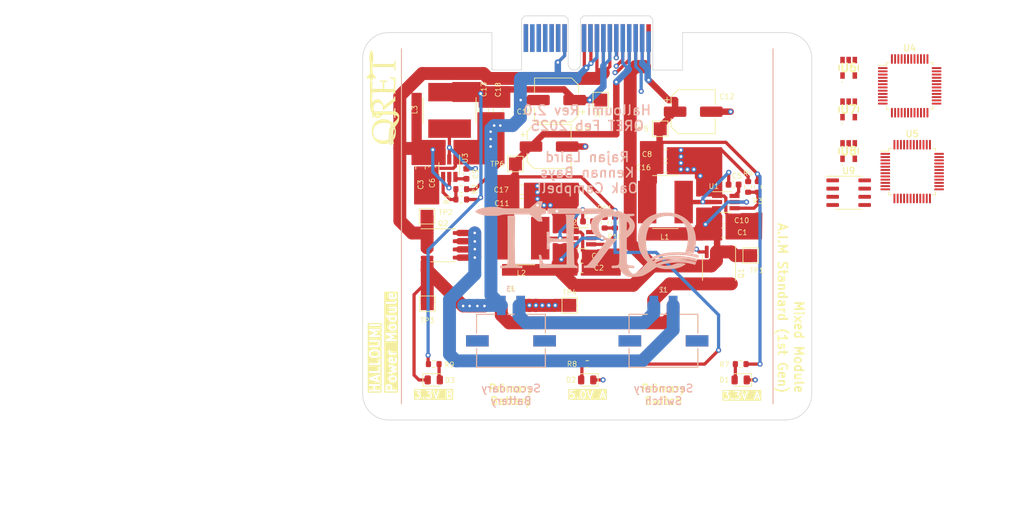
<source format=kicad_pcb>
(kicad_pcb (version 20221018) (generator pcbnew)
  (title_block (title "QRET 23-24 SRAD Power Module") (date "2024-03-20") (rev "V0.1.0") (company "Queen's Rocket Engineering Team") (comment 1 "Contributors: Oak Campbell, Kennan Bays"))
  (layers (0 "F.Cu" signal) (1 "In1.Cu" power) (2 "In2.Cu" power) (31 "B.Cu" signal) (34 "B.Paste" user) (35 "F.Paste" user) (36 "B.SilkS" user "B.Silkscreen") (37 "F.SilkS" user "F.Silkscreen") (38 "B.Mask" user) (39 "F.Mask" user) (44 "Edge.Cuts" user))
  (net 0 "")
  (net 1 "GND")
  (net 2 "BATT_A")
  (net 3 "BATT_B")
  (net 4 "GND2")
  (net 5 "3.3V_A")
  (net 6 "5.0V_A")
  (net 7 "3.3V_B")
  (net 22 "Net-(U1-SW)")
  (net 23 "Net-(U1-CB)")
  (net 24 "Net-(U2-SW)")
  (net 25 "Net-(U2-CB)")
  (net 26 "Net-(U3-SW)")
  (net 27 "Net-(U3-CB)")
  (net 28 "Net-(D1-A)")
  (net 29 "Net-(D2-A)")
  (net 30 "Net-(D3-A)")
  (net 31 "Net-(J1-Pad1)")
  (net 32 "Net-(J1-Pad2)")
  (net 33 "Net-(J2-Pad1)")
  (net 34 "Net-(J2-Pad2)")
  (net 35 "Net-(U3-FB)")
  (net 36 "Net-(U1-FB)")
  (net 37 "Net-(U2-FB)")
  (net 60 "Net-(U4-VSS-Pad23)")
  (net 106 "Net-(U5-VSS-Pad23)")
  (footprint "LED_SMD:LED_0805_2012Metric" (layer "F.Cu") (at 165 93.55 180)
    (fp_text reference "D2")
    (fp_text value "5.0V_A PWR (RED)")
  )
  (footprint "Capacitor_SMD:C_0603_1608Metric" (layer "F.Cu") (at 165.125 69)
    (fp_text reference "C7")
    (fp_text value "100nF")
  )
  (footprint "Package_QFP:LQFP-48_7x7mm_P0.5mm" (layer "F.Cu") (at 215.29 61.28)
    (fp_text reference "U5")
    (fp_text value "STM32F103C8Tx")
  )
  (footprint "footprints:APS12628LLHALTBAP" (layer "F.Cu") (at 205.46 51.65)
    (fp_text reference "U7")
    (fp_text value "ACS37041KLHBLT-010B3" hide)
  )
  (footprint "LED_SMD:LED_0805_2012Metric" (layer "F.Cu") (at 188.75 93.55 180)
    (fp_text reference "D1")
    (fp_text value "3.3V_A PWR (GRN)")
  )
  (footprint "Package_SO:SOIC-8_3.9x4.9mm_P1.27mm" (layer "F.Cu") (at 142.7 72.7)
    (fp_text reference "Q2")
    (fp_text value "AO4447A")
  )
  (footprint "footprints:APS12628LLHALTBAP" (layer "F.Cu") (at 205.46 45.2)
    (fp_text reference "U6")
    (fp_text value "ACS37041KLHBLT-010B3" hide)
  )
  (footprint "Resistor_SMD:R_0603_1608Metric" (layer "F.Cu") (at 167.7 69.2 90)
    (fp_text reference "R11")
    (fp_text value "7.5k")
  )
  (footprint "Capacitor_SMD:C_0805_2012Metric" (layer "F.Cu") (at 177.15 60.7)
    (fp_text reference "C16")
    (fp_text value "22uF")
  )
  (footprint "Resistor_SMD:R_0603_1608Metric" (layer "F.Cu") (at 145.5 65.6 180)
    (fp_text reference "R1")
    (fp_text value "100k")
  )
  (footprint "TestPoint:TestPoint_Pad_2.0x2.0mm" (layer "F.Cu") (at 153.9 60.1)
    (fp_text reference "TP6")
    (fp_text value "TP_5.0V_A")
  )
  (footprint "Capacitor_SMD:CP_Elec_6.3x5.9" (layer "F.Cu") (at 160.25 50.2 180)
    (fp_text reference "C15")
    (fp_text value "100uF")
  )
  (footprint "Capacitor_SMD:CP_Elec_6.3x5.9" (layer "F.Cu") (at 181.4 52)
    (fp_text reference "C12")
    (fp_text value "100uF")
  )
  (footprint "TestPoint:TestPoint_Pad_2.0x2.0mm" (layer "F.Cu") (at 162.3 82)
    (fp_text reference "TP4")
    (fp_text value "TP_GND1")
  )
  (footprint "Resistor_SMD:R_0603_1608Metric" (layer "F.Cu") (at 145.5 64)
    (fp_text reference "R2")
    (fp_text value "22k")
  )
  (footprint "Resistor_SMD:R_0603_1608Metric" (layer "F.Cu") (at 141.25 91.1)
    (fp_text reference "R9")
    (fp_text value "1.2k")
  )
  (footprint "Capacitor_SMD:C_0603_1608Metric" (layer "F.Cu") (at 186.15 68.85)
    (fp_text reference "C10")
    (fp_text value "100nF")
  )
  (footprint "Resistor_SMD:R_0603_1608Metric" (layer "F.Cu") (at 189.9 63.65 90)
    (fp_text reference "R4")
    (fp_text value "22k")
  )
  (footprint "Capacitor_SMD:C_0805_2012Metric" (layer "F.Cu") (at 177.15 58.6)
    (fp_text reference "C8")
    (fp_text value "22uF")
  )
  (footprint "Capacitor_SMD:CP_Elec_6.3x5.9" (layer "F.Cu") (at 159.1 57.4)
    (fp_text reference "C14")
    (fp_text value "100uF")
  )
  (footprint "Capacitor_SMD:C_0805_2012Metric" (layer "F.Cu") (at 164.1 76.2)
    (fp_text reference "C2")
    (fp_text value "4.7uF")
  )
  (footprint "Resistor_SMD:R_0603_1608Metric" (layer "F.Cu") (at 191.4 63.65 -90)
    (fp_text reference "R3")
    (fp_text value "100k")
  )
  (footprint "Package_SO:SOIC-8_3.9x4.9mm_P1.27mm" (layer "F.Cu") (at 205.46 64.55)
    (fp_text reference "U9")
    (fp_text value "ISO6421 OR SMTHN")
  )
  (footprint "Package_QFP:LQFP-48_7x7mm_P0.5mm" (layer "F.Cu") (at 214.9 47.9975)
    (fp_text reference "U4")
    (fp_text value "STM32F103C8Tx")
  )
  (footprint "Capacitor_SMD:C_0603_1608Metric" (layer "F.Cu") (at 141 60.475 -90)
    (fp_text reference "C6")
    (fp_text value "100nF")
  )
  (footprint "Inductor_SMD:L_Bourns_SRN8040TA" (layer "F.Cu") (at 154.9 71.6 180)
    (fp_text reference "L2")
    (fp_text value "6.8uH")
  )
  (footprint "Package_TO_SOT_SMD:SOT-23-6_Handsoldering" (layer "F.Cu") (at 164.25 71.6)
    (fp_text reference "U2")
    (fp_text value "LMR51430XDDCR")
  )
  (footprint "footprints:CONN_2-1445057-2_TYCO" (layer "F.Cu") (at 154.7 82.0136 180)
    (fp_text reference "J5")
    (fp_text value "Battery A")
  )
  (footprint "Capacitor_SMD:C_0805_2012Metric" (layer "F.Cu") (at 149 51.8 -90)
    (fp_text reference "C13")
    (fp_text value "22uF")
  )
  (footprint "Capacitor_SMD:C_0805_2012Metric" (layer "F.Cu") (at 154.9 66.2)
    (fp_text reference "C11")
    (fp_text value "22uF")
  )
  (footprint "LED_SMD:LED_0805_2012Metric" (layer "F.Cu") (at 141.25 93.55)
    (fp_text reference "D3")
    (fp_text value "3.3V_B PWR (GRN)")
  )
  (footprint "footprints:CONN_2-1445057-2_TYCO" (layer "F.Cu") (at 178.293 82.0136 180)
    (fp_text reference "J1")
    (fp_text value "ScrewSwitch A")
  )
  (footprint "Capacitor_SMD:C_0603_1608Metric" (layer "F.Cu") (at 164 74.3)
    (fp_text reference "C4")
    (fp_text value "100nF")
  )
  (footprint "TestPoint:TestPoint_Pad_2.0x2.0mm" (layer "F.Cu") (at 140.25 81.75)
    (fp_text reference "TP3")
    (fp_text value "TP_GND2")
  )
  (footprint "Capacitor_SMD:C_0805_2012Metric" (layer "F.Cu") (at 154.9 64.1)
    (fp_text reference "C17")
    (fp_text value "22uF")
  )
  (footprint "Resistor_SMD:R_0603_1608Metric" (layer "F.Cu") (at 169.3 69.2 -90)
    (fp_text reference "R10")
    (fp_text value "56k")
  )
  (footprint "Capacitor_SMD:C_0603_1608Metric" (layer "F.Cu") (at 146.3 61.625 -90)
    (fp_text reference "C9")
    (fp_text value "100nF")
  )
  (footprint "footprints:APS12628LLHALTBAP" (layer "F.Cu") (at 205.46 58.1)
    (fp_text reference "U8")
    (fp_text value "ACS37041KLHBLT-010B3" hide)
  )
  (footprint "Package_TO_SOT_SMD:SOT-23-6_Handsoldering" (layer "F.Cu") (at 186.45 66)
    (fp_text reference "U1")
    (fp_text value "LMR51430XDDCR")
  )
  (footprint "Resistor_SMD:R_0603_1608Metric" (layer "F.Cu") (at 188.75 91.1 180)
    (fp_text reference "R7")
    (fp_text value "1.2k")
  )
  (footprint "Capacitor_SMD:C_0805_2012Metric" (layer "F.Cu") (at 151.2 51.8 -90)
    (fp_text reference "C18")
    (fp_text value "22uF")
  )
  (footprint "Capacitor_SMD:C_0603_1608Metric" (layer "F.Cu") (at 187.65 63.3)
    (fp_text reference "C5")
    (fp_text value "100nF")
  )
  (footprint "Package_SO:SOIC-8_3.9x4.9mm_P1.27mm" (layer "F.Cu") (at 185.4 76.2 -90)
    (fp_text reference "Q1")
    (fp_text value "AO4447A")
  )
  (footprint "Capacitor_SMD:C_0805_2012Metric" (layer "F.Cu") (at 139.2 60.65 -90)
    (fp_text reference "C3")
    (fp_text value "4.7uF")
  )
  (footprint "Inductor_SMD:L_Bourns_SRN8040TA" (layer "F.Cu") (at 143.7 51.8 90)
    (fp_text reference "L3")
    (fp_text value "5.6uH")
  )
  (footprint "Connector_PCBEdge:BUS_PCIexpress_x1" (layer "F.Cu") (at 174.5 40.6 180)
    (fp_text reference "J6" hide)
    (fp_text value "Stack Male Edge Connector")
    (fp_line (start -0.65 -4.95) (end -0.65 2.95) (stroke (width 0.1)) (layer "Edge.Cuts"))
    (fp_line (start -0.65 2.95) (end -0.15 3.45) (stroke (width 0.1)) (layer "Edge.Cuts"))
    (fp_line (start -0.15 3.45) (end 10.05 3.45) (stroke (width 0.1)) (layer "Edge.Cuts"))
    (fp_line (start 10.55 -4) (end 10.55 2.95) (stroke (width 0.1)) (layer "Edge.Cuts"))
    (fp_line (start 10.55 2.95) (end 10.05 3.45) (stroke (width 0.1)) (layer "Edge.Cuts"))
    (fp_line (start 12.45 -4) (end 12.45 2.95) (stroke (width 0.1)) (layer "Edge.Cuts"))
    (fp_line (start 12.45 2.95) (end 12.95 3.45) (stroke (width 0.1)) (layer "Edge.Cuts"))
    (fp_line (start 12.95 3.45) (end 19.15 3.45) (stroke (width 0.1)) (layer "Edge.Cuts"))
    (fp_line (start 19.65 -4.95) (end 19.65 2.95) (stroke (width 0.1)) (layer "Edge.Cuts"))
    (fp_line (start 19.65 2.95) (end 19.15 3.45) (stroke (width 0.1)) (layer "Edge.Cuts"))
    (fp_arc (start 10.55 -4) (mid 11.5 -4.95) (end 12.45 -4) (stroke (width 0.1)) (layer "Edge.Cuts"))
  )
  (footprint "TestPoint:TestPoint_Pad_2.0x2.0mm" (layer "F.Cu") (at 190.3 74.3)
    (fp_text reference "TP1")
    (fp_text value "TP_BATT1")
  )
  (footprint "Resistor_SMD:R_0603_1608Metric" (layer "F.Cu") (at 165 91.1 180)
    (fp_text reference "R8")
    (fp_text value "2.4k")
  )
  (footprint "Package_TO_SOT_SMD:SOT-23-6_Handsoldering" (layer "F.Cu") (at 143.65 60.75 -90)
    (fp_text reference "U3")
    (fp_text value "LMR51430XDDCR")
  )
  (footprint "Inductor_SMD:L_Bourns_SRN8040TA" (layer "F.Cu") (at 177.1 66 180)
    (fp_text reference "L1")
    (fp_text value "5.6uH")
  )
  (footprint "TestPoint:TestPoint_Pad_2.0x2.0mm" (layer "F.Cu") (at 140.2 68.2)
    (fp_text reference "TP2")
    (fp_text value "TP_BATT2")
  )
  (footprint "TestPoint:TestPoint_Pad_2.0x2.0mm" (layer "F.Cu") (at 167.1 50.2)
    (fp_text reference "TP7")
    (fp_text value "TP_3.3V_B")
  )
  (footprint "Capacitor_SMD:C_0805_2012Metric" (layer "F.Cu") (at 186.05 70.75)
    (fp_text reference "C1")
    (fp_text value "4.7uF")
  )
  (footprint "TestPoint:TestPoint_Pad_2.0x2.0mm" (layer "F.Cu") (at 176.3 54.65)
    (fp_text reference "TP5")
    (fp_text value "TP_3.3V_A")
  )
  (footprint "footprints:CONN_2-1445057-2_TYCO" (layer "B.Cu") (at 175.3 82.0136)
    (fp_text reference "J2")
    (fp_text value "ScrewSwitch B")
  )
  (footprint "footprints:CONN_2-1445057-2_TYCO" (layer "B.Cu") (at 151.7 82.0136)
    (fp_text reference "J3")
    (fp_text value "Battery B")
  )
  (gr_line (start 193.75 42.25) (end 193.75 97.25) (stroke (width 0.15)) (layer "B.SilkS"))
  (gr_poly (pts (xy 152.894937 68.093553) (xy 152.871891 68.093674) (xy 152.850801 68.093869) (xy 152.831574 68.094146) (xy 152.814107 68.094509) (xy 152.798303 68.094962) (xy 152.78406 68.095508) (xy 152.771282 68.096154) (xy 152.759866 68.096903) (xy 152.749719 68.09776) (xy 152.740735 68.098733) (xy 152.732817 68.099821) (xy 152.725868 68.101032) (xy 152.719788 68.102371) (xy 152.717041 68.10309) (xy 152.714475 68.10384) (xy 152.712075 68.104626) (xy 152.70983 68.105449) (xy 152.70773 68.106304) (xy 152.705759 68.107196) (xy 152.703907 68.108124) (xy 152.70216 68.109092) (xy 152.698931 68.111135) (xy 152.695975 68.113335) (xy 152.693193 68.115693) (xy 152.690485 68.118216) (xy 152.687753 68.120906) (xy 152.677988 68.132098) (xy 152.674069 68.139102) (xy 152.670751 68.148247) (xy 152.668006 68.160436) (xy 152.665799 68.17657) (xy 152.662881 68.224271) (xy 152.66175 68.298564) (xy 152.662154 68.406658) (xy 152.666584 68.753086) (xy 152.682459 72.371352) (xy 152.675053 75.169408) (xy 152.670321 75.241593) (xy 152.66505 75.307559) (xy 152.659131 75.367629) (xy 152.652453 75.42213) (xy 152.648795 75.447392) (xy 152.644904 75.471388) (xy 152.640773 75.494154) (xy 152.636382 75.515732) (xy 152.631718 75.536161) (xy 152.626771 75.555486) (xy 152.621522 75.573744) (xy 152.615963 75.590977) (xy 152.610074 75.607227) (xy 152.603846 75.622532) (xy 152.597265 75.636937) (xy 152.590316 75.650481) (xy 152.582988 75.663204) (xy 152.575261 75.675145) (xy 152.567126 75.686349) (xy 152.558571 75.696855) (xy 152.549576 75.706704) (xy 152.540135 75.715936) (xy 152.530229 75.72459) (xy 152.519844 75.73271) (xy 152.508971 75.740339) (xy 152.497591 75.747512) (xy 152.485693 75.754272) (xy 152.473267 75.760663) (xy 152.446526 75.772548) (xy 152.416186 75.783851) (xy 152.382448 75.794544) (xy 152.345515 75.804606) (xy 152.305588 75.814014) (xy 152.262871 75.822749) (xy 152.169875 75.838098) (xy 152.068147 75.85047) (xy 151.959311 75.859683) (xy 151.844983 75.865557) (xy 151.726786 75.867907) (xy 151.705891 75.867961) (xy 151.687029 75.868143) (xy 151.670049 75.868475) (xy 151.654797 75.868988) (xy 151.641124 75.869706) (xy 151.628881 75.870661) (xy 151.617916 75.871873) (xy 151.608076 75.873375) (xy 151.60353 75.874243) (xy 151.599212 75.875192) (xy 151.595098 75.876225) (xy 151.591172 75.877346) (xy 151.587415 75.878563) (xy 151.583808 75.879873) (xy 151.580332 75.881281) (xy 151.576966 75.88279) (xy 151.573692 75.884407) (xy 151.570495 75.886131) (xy 151.567353 75.887968) (xy 151.564245 75.88992) (xy 151.558067 75.894185) (xy 151.551807 75.898952) (xy 151.539244 75.909079) (xy 151.534181 75.913779) (xy 151.529871 75.918576) (xy 151.526262 75.92372) (xy 151.523309 75.929464) (xy 151.520963 75.936056) (xy 151.519177 75.943755) (xy 151.517904 75.952809) (xy 151.517095 75.963473) (xy 151.516705 75.975994) (xy 151.516684 75.990631) (xy 151.517564 76.027248) (xy 151.519351 76.075341) (xy 151.520151 76.097957) (xy 151.520986 76.118284) (xy 151.521892 76.13648) (xy 151.522902 76.15271) (xy 151.524054 76.167126) (xy 151.525381 76.179895) (xy 151.526122 76.185707) (xy 151.526919 76.191166) (xy 151.527776 76.196293) (xy 151.528704 76.201107) (xy 151.529699 76.205627) (xy 151.530767 76.209871) (xy 151.531917 76.213865) (xy 151.533149 76.217624) (xy 151.534469 76.221169) (xy 151.535882 76.224518) (xy 151.53739 76.227695) (xy 151.538999 76.230718) (xy 151.540715 76.233606) (xy 151.542542 76.23638) (xy 151.54448 76.239056) (xy 151.546538 76.241661) (xy 151.548719 76.244211) (xy 151.551027 76.246726) (xy 151.556044 76.251731) (xy 151.561341 76.256956) (xy 151.566214 76.261538) (xy 151.570804 76.265486) (xy 151.575248 76.268818) (xy 151.579681 76.271545) (xy 151.584244 76.273683) (xy 151.589079 76.275246) (xy 151.594319 76.276248) (xy 151.600105 76.276706) (xy 151.606574 76.276631) (xy 151.613867 76.27604) (xy 151.622121 76.274946) (xy 151.631477 76.273367) (xy 151.642067 76.271313) (xy 151.667518 76.265842) (xy 151.778516 76.254698) (xy 151.988501 76.243902) (xy 152.596029 76.225801) (xy 153.271293 76.21643) (xy 153.565944 76.216548) (xy 153.795473 76.220685) (xy 154.1987 76.231269) (xy 154.402693 76.235371) (xy 154.574407 76.23762) (xy 154.715332 76.239586) (xy 154.771518 76.239993) (xy 154.819148 76.239604) (xy 154.858937 76.238104) (xy 154.876118 76.236844) (xy 154.891609 76.235188) (xy 154.9055 76.233101) (xy 154.917881 76.230541) (xy 154.928842 76.227475) (xy 154.938474 76.223861) (xy 154.946864 76.21966) (xy 154.954105 76.21483) (xy 154.960286 76.209338) (xy 154.965494 76.203141) (xy 154.969821 76.196203) (xy 154.973361 76.188482) (xy 154.976198 76.179943) (xy 154.978425 76.170547) (xy 154.980131 76.160253) (xy 154.981408 76.149023) (xy 154.983023 76.123599) (xy 154.985039 76.059818) (xy 154.985994 76.038525) (xy 154.98673 76.019507) (xy 154.987222 76.002601) (xy 154.987444 75.987632) (xy 154.98738 75.97443) (xy 154.987231 75.968444) (xy 154.987002 75.962834) (xy 154.986688 75.957579) (xy 154.986288 75.952664) (xy 154.985801 75.948062) (xy 154.985219 75.943754) (xy 154.984541 75.939719) (xy 154.983767 75.935937) (xy 154.982894 75.932386) (xy 154.981916 75.929042) (xy 154.980827 75.925887) (xy 154.979635 75.922902) (xy 154.978328 75.920057) (xy 154.976906 75.91734) (xy 154.975366 75.914727) (xy 154.973707 75.912194) (xy 154.971924 75.909722) (xy 154.970011 75.907292) (xy 154.967975 75.90488) (xy 154.965803 75.902464) (xy 154.961053 75.897542) (xy 154.956556 75.893254) (xy 154.951997 75.889382) (xy 154.947282 75.885899) (xy 154.942312 75.882791) (xy 154.936995 75.880037) (xy 154.931239 75.877621) (xy 154.924943 75.875525) (xy 154.918014 75.87373) (xy 154.910358 75.872212) (xy 154.90188 75.870958) (xy 154.892483 75.869948) (xy 154.882076 75.869165) (xy 154.870556 75.868587) (xy 154.857838 75.868197) (xy 154.82841 75.867907) (xy 154.764794 75.86677) (xy 154.690694 75.863565) (xy 154.60978 75.858605) (xy 154.525725 75.85221) (xy 154.4422 75.844686) (xy 154.362874 75.836357) (xy 154.29142 75.827529) (xy 154.23151 75.81852) (xy 154.192865 75.810882) (xy 154.156772 75.802211) (xy 154.12314 75.792428) (xy 154.091875 75.781456) (xy 154.0771 75.775499) (xy 154.062884 75.769219) (xy 154.049211 75.7626) (xy 154.036071 75.755637) (xy 154.023455 75.748323) (xy 154.011349 75.740642) (xy 153.999741 75.732589) (xy 153.98862 75.724149) (xy 153.977976 75.71532) (xy 153.967794 75.706088) (xy 153.958065 75.696443) (xy 153.948777 75.686378) (xy 153.939915 75.675884) (xy 153.931474 75.664947) (xy 153.923437 75.653559) (xy 153.915794 75.641711) (xy 153.908534 75.629395) (xy 153.901644 75.616601) (xy 153.895113 75.603317) (xy 153.88893 75.589535) (xy 153.877562 75.560442) (xy 153.867442 75.529243) (xy 153.856296 75.469994) (xy 153.846254 75.374615) (xy 153.837501 75.247584) (xy 153.830225 75.093384) (xy 153.824598 74.916496) (xy 153.820809 74.721403) (xy 153.819462 74.294519) (xy 153.819816 74.051565) (xy 153.816995 73.73519) (xy 153.811526 73.386271) (xy 153.803942 73.045686) (xy 153.794353 72.632759) (xy 153.790714 72.31085) (xy 153.792633 72.026511) (xy 153.799707 71.726296) (xy 153.806522 71.464139) (xy 153.811879 71.146682) (xy 153.815384 70.813881) (xy 153.816641 70.505685) (xy 153.821405 69.77614) (xy 153.833576 68.983095) (xy 153.839109 68.70881) (xy 153.84124 68.597481) (xy 153.842924 68.501732) (xy 153.843595 68.459314) (xy 153.844144 68.420333) (xy 153.844577 68.384635) (xy 153.844888 68.352066) (xy 153.845071 68.322473) (xy 153.845131 68.295702) (xy 153.845063 68.271605) (xy 153.844866 68.250025) (xy 153.844534 68.230808) (xy 153.844066 68.213805) (xy 153.843465 68.198857) (xy 153.842725 68.185819) (xy 153.842302 68.179965) (xy 153.841845 68.17453) (xy 153.841351 68.169498) (xy 153.84082 68.164845) (xy 153.840256 68.160553) (xy 153.839652 68.156605) (xy 153.839013 68.152979) (xy 153.838338 68.14966) (xy 153.837625 68.146623) (xy 153.836875 68.143854) (xy 153.836085 68.14133) (xy 153.835259 68.139038) (xy 153.834396 68.136951) (xy 153.833491 68.135054) (xy 153.83255 68.13333) (xy 153.83157 68.131757) (xy 153.830548 68.130312) (xy 153.829488 68.128985) (xy 153.82839 68.127749) (xy 153.827248 68.12659) (xy 153.82485 68.124418) (xy 153.822288 68.122319) (xy 153.816894 68.118809) (xy 153.809891 68.11567) (xy 153.789016 68.110391) (xy 153.755535 68.106269) (xy 153.70534 68.103091) (xy 153.634308 68.100644) (xy 153.538323 68.098706) (xy 153.255017 68.095507) (xy 153.079931 68.094168) (xy 153.008707 68.093742) (xy 152.947308 68.093523)) (fill solid) (layer "B.SilkS"))
  (gr_line (start 136.25 42.25) (end 136.25 97.25) (stroke (width 0.15)) (layer "B.SilkS"))
  (gr_poly (pts (xy 157.657403 65.863321) (xy 157.592973 65.863879) (xy 157.533604 65.864768) (xy 157.48077 65.865953) (xy 157.435936 65.867401) (xy 157.400579 65.869084) (xy 157.376168 65.870963) (xy 157.368527 65.871966) (xy 157.364174 65.873009) (xy 157.347398 65.885084) (xy 157.308283 65.916687) (xy 157.173145 66.029816) (xy 156.979008 66.195072) (xy 156.746111 66.395118) (xy 156.510719 66.597502) (xy 156.309723 66.767476) (xy 156.228736 66.834809) (xy 156.164289 66.887444) (xy 156.119023 66.923174) (xy 156.10441 66.934013) (xy 156.095587 66.939808) (xy 156.039142 66.970852) (xy 154.141197 66.966618) (xy 153.366497 66.96437) (xy 152.741023 66.960269) (xy 152.310809 66.955108) (xy 152.183313 66.95238) (xy 152.121896 66.949686) (xy 152.041993 66.937008) (xy 151.915522 66.91388) (xy 151.759947 66.883605) (xy 151.592731 66.849497) (xy 151.184921 66.763418) (xy 150.606365 66.749307) (xy 150.295191 66.74331) (xy 150.179845 66.742263) (xy 150.08337 66.742604) (xy 149.999792 66.744402) (xy 149.923143 66.747719) (xy 149.847454 66.752624) (xy 149.766752 66.759185) (xy 149.542277 66.783292) (xy 149.314227 66.815783) (xy 149.087104 66.85565) (xy 148.865407 66.901885) (xy 148.653629 66.953475) (xy 148.456272 67.009416) (xy 148.364408 67.038699) (xy 148.277833 67.068696) (xy 148.197111 67.099274) (xy 148.122808 67.130307) (xy 148.078433 67.150245) (xy 148.034432 67.171272) (xy 147.991149 67.193154) (xy 147.948932 67.215656) (xy 147.908119 67.238549) (xy 147.869057 67.261598) (xy 147.832084 67.284569) (xy 147.797546 67.307225) (xy 147.765788 67.329337) (xy 147.737151 67.35067) (xy 147.711979 67.370988) (xy 147.690613 67.390062) (xy 147.681463 67.399058) (xy 147.673396 67.407653) (xy 147.666452 67.415825) (xy 147.660675 67.423536) (xy 147.656107 67.430758) (xy 147.652791 67.437467) (xy 147.650769 67.443629) (xy 147.650087 67.44922) (xy 147.65036 67.457675) (xy 147.651286 67.465685) (xy 147.653017 67.473393) (xy 147.655708 67.480946) (xy 147.659518 67.488491) (xy 147.664597 67.496175) (xy 147.671103 67.504144) (xy 147.679191 67.512542) (xy 147.689016 67.521522) (xy 147.700731 67.531225) (xy 147.714491 67.541803) (xy 147.730454 67.553399) (xy 147.769604 67.580233) (xy 147.81942 67.612907) (xy 147.883213 67.653434) (xy 147.947718 67.691979) (xy 148.01311 67.728615) (xy 148.079571 67.76341) (xy 148.147281 67.796439) (xy 148.21642 67.827766) (xy 148.287165 67.857464) (xy 148.359698 67.885606) (xy 148.4342 67.912256) (xy 148.510849 67.93749) (xy 148.589827 67.961377) (xy 148.671312 67.983985) (xy 148.755483 68.005386) (xy 148.842523 68.025652) (xy 149.02592 68.063052) (xy 149.179495 68.090398) (xy 149.320554 68.111426) (xy 149.460123 68.126701) (xy 149.609236 68.136782) (xy 149.77892 68.142234) (xy 149.980205 68.143619) (xy 150.22412 68.141495) (xy 150.521698 68.13643) (xy 151.227255 68.123732) (xy 151.612488 68.037652) (xy 151.77042 68.003563) (xy 151.916051 67.973445) (xy 152.033374 67.950737) (xy 152.076414 67.943235) (xy 152.106376 67.938875) (xy 152.289046 67.932833) (xy 152.712623 67.927586) (xy 154.120031 67.920531) (xy 156.025031 67.916296) (xy 156.102642 67.952987) (xy 156.129393 67.96902) (xy 156.170596 67.998184) (xy 156.226416 68.040644) (xy 156.297023 68.096566) (xy 156.483246 68.249452) (xy 156.730584 68.458163) (xy 156.948934 68.643989) (xy 157.137515 68.802827) (xy 157.276091 68.917745) (xy 157.320301 68.953443) (xy 157.34442 68.971807) (xy 157.40792 69.016963) (xy 157.704254 69.024019) (xy 157.759072 69.025187) (xy 157.808368 69.026018) (xy 157.852437 69.026481) (xy 157.891577 69.026534) (xy 157.926089 69.026138) (xy 157.941702 69.025761) (xy 157.956267 69.025259) (xy 157.969826 69.024627) (xy 157.982411 69.023857) (xy 157.994063 69.022952) (xy 158.004818 69.021903) (xy 158.014713 69.020703) (xy 158.023786 69.019349) (xy 158.032071 69.017838) (xy 158.039612 69.016164) (xy 158.046437 69.014323) (xy 158.052592 69.012309) (xy 158.058108 69.010118) (xy 158.063026 69.007747) (xy 158.067383 69.00519) (xy 158.071212 69.002441) (xy 158.074556 68.999497) (xy 158.077449 68.996354) (xy 158.079925 68.993004) (xy 158.082027 68.989447) (xy 158.08379 68.985674) (xy 158.085253 68.981686) (xy 158.084468 68.967263) (xy 158.079231 68.935891) (xy 158.057208 68.830168) (xy 158.022746 68.680259) (xy 157.979419 68.501908) (xy 157.956872 68.4101) (xy 157.936094 68.323334) (xy 157.917531 68.243618) (xy 157.901632 68.172943) (xy 157.88884 68.113314) (xy 157.879605 68.066733) (xy 157.874373 68.035203) (xy 157.873394 68.025703) (xy 157.873588 68.020719) (xy 157.877375 68.012158) (xy 157.88304 68.003892) (xy 157.890783 67.995855) (xy 157.900794 67.987976) (xy 157.91327 67.980188) (xy 157.928406 67.972424) (xy 157.946391 67.964613) (xy 157.967423 67.95669) (xy 157.991698 67.948584) (xy 158.01941 67.940226) (xy 158.085914 67.922491) (xy 158.168491 67.902936) (xy 158.268698 67.881019) (xy 158.32603 67.868304) (xy 158.380748 67.85575) (xy 158.431566 67.843662) (xy 158.47719 67.832336) (xy 158.516331 67.822066) (xy 158.5477 67.813152) (xy 158.560068 67.809298) (xy 158.570007 67.805893) (xy 158.577361 67.802977) (xy 158.581964 67.800584) (xy 158.592677 67.793756) (xy 158.597011 67.789614) (xy 158.600727 67.784312) (xy 158.603875 67.777341) (xy 158.606495 67.768191) (xy 158.608643 67.756351) (xy 158.610363 67.741317) (xy 158.612708 67.699629) (xy 158.613913 67.639059) (xy 158.61442 67.444984) (xy 158.614204 67.35053) (xy 158.613918 67.310281) (xy 158.613494 67.274351) (xy 158.612922 67.242497) (xy 158.612189 67.214476) (xy 158.611279 67.190036) (xy 158.610187 67.168937) (xy 158.608895 67.150927) (xy 158.607392 67.135767) (xy 158.605666 67.123205) (xy 158.604715 67.117823) (xy 158.603705 67.112998) (xy 158.60263 67.108702) (xy 158.601494 67.104902) (xy 158.600293 67.101565) (xy 158.599026 67.098666) (xy 158.597688 67.09617) (xy 158.596283 67.094045) (xy 158.594804 67.092265) (xy 158.593252 67.090796) (xy 158.583151 67.086356) (xy 158.562163 67.079617) (xy 158.531588 67.070926) (xy 158.492711 67.060632) (xy 158.395212 67.036623) (xy 158.279988 67.010364) (xy 158.226285 66.998714) (xy 158.178185 66.988018) (xy 158.135341 66.97813) (xy 158.097401 66.968912) (xy 158.064019 66.960223) (xy 158.048926 66.956033) (xy 158.034842 66.951922) (xy 158.021722 66.947874) (xy 158.009521 66.943871) (xy 157.998197 66.939895) (xy 157.987711 66.935926) (xy 157.97801 66.931952) (xy 157.969058 66.927948) (xy 157.960805 66.923904) (xy 157.953212 66.919799) (xy 157.946233 66.915615) (xy 157.939828 66.911334) (xy 157.933948 66.906938) (xy 157.928553 66.902411) (xy 157.923598 66.897738) (xy 157.919041 66.892897) (xy 157.914834 66.887872) (xy 157.910939 66.882645) (xy 157.90731 66.8772) (xy 157.9039 66.871517) (xy 157.90067 66.865583) (xy 157.897575 66.859375) (xy 157.89254 66.844932) (xy 157.891149 66.836033) (xy 157.890629 66.825332) (xy 157.89259 66.79647) (xy 157.899161 66.754247) (xy 157.911093 66.694559) (xy 157.929126 66.613311) (xy 157.986477 66.369717) (xy 158.015246 66.247993) (xy 158.038311 66.148132) (xy 158.056052 66.068045) (xy 158.063045 66.034766) (xy 158.068848 66.005651) (xy 158.073511 65.98044) (xy 158.077081 65.958872) (xy 158.079606 65.940683) (xy 158.081129 65.925615) (xy 158.081702 65.91341) (xy 158.081374 65.903804) (xy 158.080887 65.899895) (xy 158.08019 65.896539) (xy 158.079292 65.893702) (xy 158.078196 65.891351) (xy 158.07546 65.886617) (xy 158.072239 65.882443) (xy 158.068091 65.878792) (xy 158.062566 65.875632) (xy 158.055209 65.872925) (xy 158.04558 65.870641) (xy 158.033224 65.868738) (xy 158.017695 65.867187) (xy 157.975329 65.86499) (xy 157.914884 65.863768) (xy 157.725421 65.863129)) (fill solid) (layer "B.SilkS"))
  (gr_poly (pts (xy 161.632787 67.933231) (xy 161.632315 67.933658) (xy 161.631957 67.934411) (xy 161.631574 67.936842) (xy 161.63162 67.940463) (xy 161.63208 67.945202) (xy 161.634175 67.957762) (xy 161.637725 67.973976) (xy 161.642597 67.993299) (xy 161.648662 68.015184) (xy 161.655784 68.039087) (xy 161.66383 68.064464) (xy 161.672393 68.09216) (xy 161.680984 68.121724) (xy 161.689379 68.152248) (xy 161.697344 68.18282) (xy 161.70465 68.212532) (xy 161.711058 68.240477) (xy 161.716345 68.265744) (xy 161.720274 68.287418) (xy 161.727043 68.398522) (xy 161.73421 68.631201) (xy 161.747087 69.327408) (xy 161.768252 70.808898) (xy 161.780953 71.556963) (xy 161.782366 71.599296) (xy 161.528365 71.616228) (xy 161.374528 71.623239) (xy 161.167869 71.628379) (xy 160.671116 71.632987) (xy 160.188116 71.62992) (xy 159.998659 71.62547) (xy 159.868899 71.619053) (xy 159.758312 71.609791) (xy 159.652558 71.599209) (xy 159.554076 71.5877) (xy 159.465319 71.57566) (xy 159.388733 71.563488) (xy 159.355769 71.557478) (xy 159.326765 71.551584) (xy 159.302028 71.545852) (xy 159.281865 71.540339) (xy 159.266578 71.535089) (xy 159.256475 71.530151) (xy 159.252942 71.527576) (xy 159.249244 71.524638) (xy 159.245413 71.521362) (xy 159.241482 71.517784) (xy 159.237486 71.513932) (xy 159.233456 71.509837) (xy 159.229427 71.505532) (xy 159.225431 71.501048) (xy 159.221501 71.496413) (xy 159.21767 71.491664) (xy 159.21397 71.486824) (xy 159.210438 71.481932) (xy 159.207102 71.477013) (xy 159.203997 71.4721) (xy 159.201161 71.467226) (xy 159.19862 71.462418) (xy 159.19077 71.445595) (xy 159.183117 71.42594) (xy 159.175694 71.40362) (xy 159.168524 71.378811) (xy 159.155089 71.322422) (xy 159.143057 71.258159) (xy 159.132681 71.187417) (xy 159.124207 71.11158) (xy 159.11788 71.032041) (xy 159.113953 70.950185) (xy 159.109477 70.830195) (xy 159.106958 70.781786) (xy 159.103813 70.740371) (xy 159.101898 70.722116) (xy 159.099704 70.705403) (xy 159.097188 70.690169) (xy 159.094309 70.676341) (xy 159.091022 70.663853) (xy 159.087293 70.652637) (xy 159.083072 70.642623) (xy 159.078321 70.633742) (xy 159.073003 70.62593) (xy 159.067073 70.619116) (xy 159.060488 70.613233) (xy 159.053209 70.60821) (xy 159.045196 70.603985) (xy 159.036403 70.600481) (xy 159.026793 70.597637) (xy 159.016322 70.595381) (xy 159.004951 70.593644) (xy 158.992635 70.592362) (xy 158.965015 70.59088) (xy 158.933127 70.590395) (xy 158.896641 70.590353) (xy 158.874555 70.590391) (xy 158.854754 70.590526) (xy 158.837072 70.590788) (xy 158.821346 70.591213) (xy 158.807418 70.591827) (xy 158.795116 70.592658) (xy 158.789526 70.593168) (xy 158.784284 70.593746) (xy 158.779367 70.594392) (xy 158.774757 70.595113) (xy 158.770433 70.595915) (xy 158.76637 70.596798) (xy 158.762554 70.597766) (xy 158.758962 70.598829) (xy 158.755574 70.599979) (xy 158.752368 70.601232) (xy 158.749324 70.602585) (xy 158.746423 70.604044) (xy 158.743645 70.605611) (xy 158.740969 70.607294) (xy 158.738374 70.609095) (xy 158.735839 70.611014) (xy 158.733343 70.613059) (xy 158.730869 70.615235) (xy 158.725896 70.619985) (xy 158.716547 70.629999) (xy 158.712766 70.634978) (xy 158.709559 70.640292) (xy 158.706906 70.64621) (xy 158.704787 70.653) (xy 158.703188 70.660926) (xy 158.702085 70.670257) (xy 158.701462 70.681255) (xy 158.701298 70.694193) (xy 158.702283 70.726944) (xy 158.704888 70.770641) (xy 158.708964 70.82742) (xy 158.712866 70.905492) (xy 158.715844 70.985286) (xy 158.717496 71.057406) (xy 158.717702 71.087657) (xy 158.71743 71.112465) (xy 158.718358 71.183108) (xy 158.722721 71.297671) (xy 158.729733 71.440282) (xy 158.738599 71.595064) (xy 158.744685 71.702238) (xy 158.749204 71.793127) (xy 158.752166 71.871016) (xy 158.753591 71.939198) (xy 158.753493 72.000964) (xy 158.751892 72.059605) (xy 158.748804 72.118412) (xy 158.744242 72.180675) (xy 158.740678 72.231485) (xy 158.737427 72.296386) (xy 158.732071 72.457606) (xy 158.728564 72.642635) (xy 158.727307 72.829785) (xy 158.727206 73.005425) (xy 158.72756 73.07546) (xy 158.728608 73.134783) (xy 158.729496 73.160699) (xy 158.730675 73.18426) (xy 158.732191 73.205575) (xy 158.734079 73.224749) (xy 158.736383 73.241896) (xy 158.739143 73.257119) (xy 158.742395 73.270523) (xy 158.74618 73.282223) (xy 158.750544 73.292322) (xy 158.755521 73.300929) (xy 158.761151 73.308152) (xy 158.767477 73.314096) (xy 158.774539 73.318874) (xy 158.782375 73.32259) (xy 158.791025 73.325352) (xy 158.800531 73.327268) (xy 158.810933 73.328446) (xy 158.822269 73.328996) (xy 158.83458 73.329021) (xy 158.847907 73.328632) (xy 158.912165 73.325088) (xy 158.928074 73.324241) (xy 158.943012 73.323296) (xy 158.956994 73.322248) (xy 158.970041 73.321095) (xy 158.98217 73.319832) (xy 158.993399 73.318463) (xy 159.003748 73.31698) (xy 159.013235 73.315384) (xy 159.021878 73.313672) (xy 159.029696 73.311842) (xy 159.036708 73.309895) (xy 159.042934 73.30782) (xy 159.04839 73.305627) (xy 159.053096 73.303303) (xy 159.055172 73.302096) (xy 159.057071 73.300853) (xy 159.058788 73.299582) (xy 159.06033 73.298274) (xy 159.064204 73.293414) (xy 159.067919 73.287156) (xy 159.071503 73.279306) (xy 159.074995 73.269656) (xy 159.081837 73.24415) (xy 159.088729 73.20902) (xy 159.095954 73.162648) (xy 159.103789 73.103407) (xy 159.12242 72.939851) (xy 159.133753 72.844296) (xy 159.147201 72.748228) (xy 159.162109 72.654971) (xy 159.177808 72.567846) (xy 159.193637 72.490186) (xy 159.208939 72.425304) (xy 159.216185 72.398695) (xy 159.223049 72.37653) (xy 159.229451 72.35922) (xy 159.235309 72.347186) (xy 159.243676 72.334858) (xy 159.252971 72.323252) (xy 159.263288 72.312323) (xy 159.274732 72.30203) (xy 159.2874 72.292333) (xy 159.301387 72.28319) (xy 159.3168 72.274559) (xy 159.333733 72.266401) (xy 159.352287 72.258669) (xy 159.372561 72.251329) (xy 159.394653 72.244336) (xy 159.418666 72.237648) (xy 159.444694 72.231225) (xy 159.472839 72.225025) (xy 159.503198 72.219008) (xy 159.535874 72.21313) (xy 159.646895 72.195956) (xy 159.762051 72.182374) (xy 159.887855 72.172127) (xy 160.030822 72.164977) (xy 160.197471 72.160668) (xy 160.394315 72.158957) (xy 160.904651 72.162332) (xy 161.20156 72.166167) (xy 161.45428 72.170796) (xy 161.636093 72.175427) (xy 161.692059 72.177493) (xy 161.720274 72.179263) (xy 161.786597 72.18773) (xy 161.797886 72.407862) (xy 161.805956 72.975305) (xy 161.807412 73.973489) (xy 161.803047 74.962151) (xy 161.793655 75.501019) (xy 161.782364 75.663296) (xy 160.533532 75.661887) (xy 160.016557 75.661186) (xy 159.608194 75.658403) (xy 159.43908 75.655909) (xy 159.290321 75.65251) (xy 159.159653 75.648077) (xy 159.044809 75.642483) (xy 158.943526 75.635597) (xy 158.853537 75.627296) (xy 158.772578 75.617448) (xy 158.698381 75.605927) (xy 158.628683 75.592601) (xy 158.561216 75.577345) (xy 158.493718 75.560031) (xy 158.423921 75.540528) (xy 158.390851 75.530665) (xy 158.360837 75.521077) (xy 158.333697 75.511614) (xy 158.309245 75.502122) (xy 158.2873 75.492447) (xy 158.277209 75.487493) (xy 158.267676 75.482436) (xy 158.258678 75.47726) (xy 158.25019 75.471941) (xy 158.242191 75.466461) (xy 158.234655 75.460803) (xy 158.227564 75.454947) (xy 158.220892 75.448872) (xy 158.214615 75.442559) (xy 158.208713 75.435993) (xy 158.203162 75.429151) (xy 158.197936 75.422013) (xy 158.193015 75.414564) (xy 158.188374 75.406784) (xy 158.183995 75.398651) (xy 158.179847 75.390147) (xy 158.175917 75.381254) (xy 158.172173 75.371953) (xy 158.165163 75.352045) (xy 158.15863 75.330275) (xy 158.111932 75.159374) (xy 158.054915 74.93675) (xy 157.997897 74.703809) (xy 157.951197 74.501953) (xy 157.941009 74.456649) (xy 157.931544 74.415827) (xy 157.922695 74.379236) (xy 157.914354 74.346619) (xy 157.906422 74.317736) (xy 157.902572 74.304611) (xy 157.898785 74.292327) (xy 157.895048 74.280852) (xy 157.891347 74.270149) (xy 157.887666 74.260194) (xy 157.883994 74.25095) (xy 157.880317 74.24239) (xy 157.876627 74.23448) (xy 157.872904 74.22719) (xy 157.869138 74.220487) (xy 157.865312 74.214342) (xy 157.861419 74.208725) (xy 157.857443 74.203599) (xy 157.853369 74.198938) (xy 157.849184 74.194709) (xy 157.844878 74.190881) (xy 157.840439 74.18742) (xy 157.835848 74.1843) (xy 157.831094 74.181486) (xy 157.826166 74.178949) (xy 157.821049 74.176653) (xy 157.81573 74.174575) (xy 157.805529 74.171351) (xy 157.793117 74.168558) (xy 157.7788 74.166199) (xy 157.762879 74.164278) (xy 157.745662 74.162794) (xy 157.72745 74.161749) (xy 157.708548 74.161149) (xy 157.68926 74.160991) (xy 157.669889 74.161283) (xy 157.650738 74.162019) (xy 157.632113 74.163211) (xy 157.614317 74.164851) (xy 157.597653 74.166946) (xy 157.582426 74.1695) (xy 157.56894 74.172513) (xy 157.557499 74.175985) (xy 157.547258 74.179848) (xy 157.53821 74.18414) (xy 157.530322 74.189024) (xy 157.523565 74.19466) (xy 157.517909 74.201216) (xy 157.515483 74.204889) (xy 157.513321 74.20885) (xy 157.509771 74.217731) (xy 157.507225 74.22802) (xy 157.505659 74.239878) (xy 157.505037 74.253472) (xy 157.505326 74.268964) (xy 157.506499 74.286516) (xy 157.508523 74.30629) (xy 157.511369 74.328454) (xy 157.519398 74.380596) (xy 157.538493 74.503119) (xy 157.545839 74.557875) (xy 157.552558 74.616781) (xy 157.566626 74.77251) (xy 157.585719 75.021242) (xy 157.597406 75.202216) (xy 157.608296 75.40859) (xy 157.617072 75.614967) (xy 157.622409 75.795942) (xy 157.625453 75.956208) (xy 157.627155 76.020017) (xy 157.629573 76.073997) (xy 157.633159 76.118938) (xy 157.635527 76.138266) (xy 157.638358 76.155634) (xy 157.641703 76.171138) (xy 157.645619 76.184876) (xy 157.650164 76.19695) (xy 157.655392 76.207456) (xy 157.661362 76.216496) (xy 157.668127 76.224166) (xy 157.675744 76.230567) (xy 157.68427 76.235797) (xy 157.693759 76.239956) (xy 157.704268 76.243141) (xy 157.715852 76.245453) (xy 157.728571 76.246989) (xy 157.742478 76.24785) (xy 157.757631 76.248134) (xy 157.791893 76.247367) (xy 157.877818 76.243264) (xy 159.559688 76.218038) (xy 161.845866 76.202342) (xy 162.207317 76.202247) (xy 162.505205 76.203177) (xy 162.747267 76.205367) (xy 162.941238 76.209042) (xy 163.094862 76.214438) (xy 163.215878 76.221788) (xy 163.266572 76.226266) (xy 163.312021 76.23132) (xy 163.353183 76.236976) (xy 163.391031 76.243264) (xy 163.402074 76.2446) (xy 163.412707 76.244681) (xy 163.422914 76.243568) (xy 163.432677 76.241315) (xy 163.441983 76.237984) (xy 163.450817 76.233636) (xy 163.459164 76.228329) (xy 163.46701 76.222118) (xy 163.474339 76.215068) (xy 163.481138 76.207235) (xy 163.487388 76.19868) (xy 163.493078 76.189461) (xy 163.49819 76.179637) (xy 163.502711 76.169267) (xy 163.506626 76.158414) (xy 163.509916 76.147129) (xy 163.512574 76.135481) (xy 163.514577 76.123522) (xy 163.515914 76.111313) (xy 163.51657 76.098913) (xy 163.516529 76.086383) (xy 163.515776 76.073779) (xy 163.514297 76.061163) (xy 163.512076 76.048594) (xy 163.5091 76.036132) (xy 163.505352 76.023833) (xy 163.500816 76.011757) (xy 163.495479 75.999964) (xy 163.489327 75.988515) (xy 163.482343 75.977466) (xy 163.474511 75.966875) (xy 163.465819 75.956809) (xy 163.461997 75.952829) (xy 163.456943 75.948338) (xy 163.450743 75.943378) (xy 163.443485 75.938) (xy 163.426156 75.926174) (xy 163.405671 75.913239) (xy 163.382737 75.899577) (xy 163.358068 75.885568) (xy 163.332374 75.871593) (xy 163.306366 75.858031) (xy 163.21479 75.810421) (xy 163.177485 75.788879) (xy 163.145278 75.767674) (xy 163.117749 75.745925) (xy 163.105608 75.734568) (xy 163.094482 75.722745) (xy 163.084318 75.710347) (xy 163.075061 75.69726) (xy 163.066662 75.683377) (xy 163.059068 75.668589) (xy 163.052225 75.652781) (xy 163.046082 75.635847) (xy 163.03569 75.598159) (xy 163.027472 75.554641) (xy 163.02101 75.504414) (xy 163.01589 75.446596) (xy 163.01169 75.38031) (xy 163.004385 75.218797) (xy 162.99151 74.923345) (xy 162.98181 74.717853) (xy 162.972283 74.458736) (xy 162.960641 74.033464) (xy 162.946884 73.545747) (xy 162.938815 73.316906) (xy 162.93101 73.137408) (xy 162.923314 72.446073) (xy 162.924482 71.245284) (xy 162.932796 69.978083) (xy 162.94653 69.087519) (xy 162.951645 68.930533) (xy 162.958063 68.799213) (xy 162.962046 68.74115) (xy 162.966697 68.68707) (xy 162.972131 68.636169) (xy 162.978458 68.587632) (xy 162.985794 68.540651) (xy 162.994252 68.49441) (xy 163.003948 68.448106) (xy 163.014993 68.400926) (xy 163.027501 68.352057) (xy 163.041585 68.300694) (xy 163.074942 68.187231) (xy 163.091421 68.130333) (xy 163.104906 68.082103) (xy 163.110542 68.061091) (xy 163.115448 68.042072) (xy 163.11963 68.024989) (xy 163.123098 68.009783) (xy 163.12585 67.996393) (xy 163.1279 67.984769) (xy 163.129251 67.974843) (xy 163.129911 67.966568) (xy 163.12998 67.963027) (xy 163.129881 67.959877) (xy 163.129612 67.957108) (xy 163.129175 67.954718) (xy 163.128567 67.952692) (xy 163.127792 67.951028) (xy 163.126849 67.949716) (xy 163.125742 67.948751) (xy 162.382088 67.938874) (xy 161.856093 67.933936) (xy 161.694303 67.932922)) (fill solid) (layer "B.SilkS"))
  (gr_poly (pts (xy 160.139143 66.969064) (xy 159.708713 66.970212) (xy 159.386199 66.971725) (xy 159.260572 66.972696) (xy 159.156108 66.973851) (xy 159.07088 66.975221) (xy 159.002947 66.976835) (xy 158.950369 66.978727) (xy 158.911216 66.980928) (xy 158.883546 66.983467) (xy 158.873411 66.984874) (xy 158.865423 66.986375) (xy 158.859337 66.987979) (xy 158.854912 66.989688) (xy 158.851904 66.991502) (xy 158.850074 66.993429) (xy 158.847791 66.99756) (xy 158.845702 67.00418) (xy 158.842092 67.025201) (xy 158.839212 67.057104) (xy 158.837022 67.100499) (xy 158.835496 67.155998) (xy 158.834597 67.224211) (xy 158.83455 67.401239) (xy 158.834825 67.468608) (xy 158.83514 67.527699) (xy 158.835541 67.579093) (xy 158.836074 67.623382) (xy 158.836402 67.643042) (xy 158.836779 67.661144) (xy 158.83721 67.677762) (xy 158.837701 67.692968) (xy 158.838256 67.706837) (xy 158.838887 67.719439) (xy 158.839589 67.73085) (xy 158.840373 67.741143) (xy 158.841243 67.750386) (xy 158.842207 67.75866) (xy 158.843268 67.766033) (xy 158.844433 67.772582) (xy 158.845054 67.775567) (xy 158.845705 67.778373) (xy 158.846383 67.781011) (xy 158.847091 67.783486) (xy 158.84783 67.785811) (xy 158.848597 67.787993) (xy 158.849397 67.790039) (xy 158.850228 67.791965) (xy 158.851091 67.793772) (xy 158.85199 67.795474) (xy 158.85292 67.797081) (xy 158.853887 67.798597) (xy 158.854888 67.800037) (xy 158.855924 67.801406) (xy 158.858109 67.803971) (xy 158.860445 67.806371) (xy 158.862938 67.808674) (xy 158.865595 67.810954) (xy 158.868419 67.813284) (xy 158.893037 67.821265) (xy 158.973017 67.827373) (xy 159.4692 67.834982) (xy 162.99733 67.838686) (xy 165.892047 67.842213) (xy 166.774588 67.845828) (xy 167.100841 67.849973) (xy 167.100973 67.850703) (xy 167.100579 67.851557) (xy 167.098266 67.853635) (xy 167.094006 67.856175) (xy 167.0879 67.859147) (xy 167.070555 67.866245) (xy 167.047042 67.874668) (xy 167.018174 67.88415) (xy 166.984755 67.894426) (xy 166.947602 67.905229) (xy 166.907518 67.916297) (xy 166.848036 67.93256) (xy 166.792133 67.948633) (xy 166.739499 67.964662) (xy 166.689813 67.980787) (xy 166.642753 67.997156) (xy 166.598006 68.013903) (xy 166.555253 68.031176) (xy 166.514173 68.049117) (xy 166.474448 68.067867) (xy 166.435761 68.087573) (xy 166.397794 68.108371) (xy 166.360229 68.130411) (xy 166.322745 68.15383) (xy 166.285027 68.17877) (xy 166.246755 68.20538) (xy 166.207608 68.233796) (xy 166.159399 68.271371) (xy 166.1127 68.31102) (xy 166.067575 68.352673) (xy 166.024076 68.396251) (xy 165.982265 68.441681) (xy 165.942199 68.488887) (xy 165.903935 68.537797) (xy 165.867531 68.588339) (xy 165.833045 68.640432) (xy 165.800536 68.694007) (xy 165.770061 68.748985) (xy 165.741677 68.805297) (xy 165.715443 68.862863) (xy 165.691418 68.921614) (xy 165.669658 68.98147) (xy 165.650221 69.042363) (xy 165.624323 69.135344) (xy 165.602715 69.22848) (xy 165.585393 69.321658) (xy 165.572346 69.414766) (xy 165.563561 69.507688) (xy 165.559038 69.600319) (xy 165.558763 69.692545) (xy 165.562731 69.784255) (xy 165.570931 69.875335) (xy 165.583359 69.965676) (xy 165.6 70.055166) (xy 165.620851 70.14369) (xy 165.645903 70.231141) (xy 165.675145 70.317406) (xy 165.708572 70.402373) (xy 165.746175 70.485928) (xy 165.8013 70.593345) (xy 165.861806 70.697492) (xy 165.92755 70.798238) (xy 165.998389 70.895462) (xy 166.074181 70.989028) (xy 166.154782 71.07881) (xy 166.240053 71.164686) (xy 166.329846 71.246518) (xy 166.424023 71.324186) (xy 166.522438 71.397558) (xy 166.624952 71.466506) (xy 166.731418 71.530902) (xy 166.841697 71.590619) (xy 166.955644 71.645527) (xy 167.073118 71.695499) (xy 167.193977 71.740406) (xy 167.262987 71.762729) (xy 167.354488 71.790127) (xy 167.572154 71.851357) (xy 167.78135 71.906499) (xy 167.862269 71.926291) (xy 167.916464 71.937964) (xy 167.921948 71.938804) (xy 167.927276 71.939735) (xy 167.932417 71.940745) (xy 167.937344 71.941822) (xy 167.942032 71.942957) (xy 167.946453 71.94414) (xy 167.950581 71.94536) (xy 167.954386 71.946607) (xy 167.957848 71.94787) (xy 167.960933 71.949139) (xy 167.963617 71.950405) (xy 167.964802 71.951034) (xy 167.965874 71.951655) (xy 167.966835 71.952271) (xy 167.967678 71.952882) (xy 167.9684 71.953481) (xy 167.968997 71.954072) (xy 167.96947 71.954652) (xy 167.969809 71.955218) (xy 167.970015 71.95577) (xy 167.970087 71.956307) (xy 167.963588 71.971611) (xy 167.941116 72.006776) (xy 167.830387 72.161096) (xy 167.602182 72.468078) (xy 167.220787 72.97654) (xy 166.482467 73.957814) (xy 165.979361 74.622777) (xy 165.659877 75.0393) (xy 165.55287 75.175601) (xy 165.472421 75.275239) (xy 165.400244 75.362753) (xy 165.335027 75.440483) (xy 165.275913 75.509029) (xy 165.222059 75.568994) (xy 165.172608 75.620981) (xy 165.126717 75.665593) (xy 165.104838 75.685319) (xy 165.083532 75.703426) (xy 165.062691 75.719992) (xy 165.042207 75.735086) (xy 165.021976 75.74879) (xy 165.001891 75.761175) (xy 164.981844 75.772315) (xy 164.961731 75.78229) (xy 164.941446 75.791173) (xy 164.920883 75.799036) (xy 164.899935 75.80596) (xy 164.878495 75.812015) (xy 164.856458 75.817278) (xy 164.833719 75.821826) (xy 164.785701 75.829071) (xy 164.733595 75.834353) (xy 164.676553 75.838274) (xy 164.607166 75.84278) (xy 164.57912 75.845297) (xy 164.555108 75.848394) (xy 164.544524 75.850257) (xy 164.534836 75.852376) (xy 164.526007 75.854795) (xy 164.518002 75.857548) (xy 164.510781 75.860674) (xy 164.504309 75.86421) (xy 164.498548 75.868198) (xy 164.493461 75.872669) (xy 164.489012 75.87767) (xy 164.485159 75.88323) (xy 164.481871 75.889391) (xy 164.479108 75.896195) (xy 164.476833 75.903673) (xy 164.475007 75.911865) (xy 164.473595 75.920811) (xy 164.472559 75.930548) (xy 164.47147 75.952547) (xy 164.471436 75.978165) (xy 164.473352 76.041473) (xy 164.474477 76.072863) (xy 164.475878 76.100493) (xy 164.477756 76.124577) (xy 164.48032 76.145322) (xy 164.481923 76.154512) (xy 164.483778 76.162946) (xy 164.485905 76.170648) (xy 164.488336 76.177652) (xy 164.49109 76.183978) (xy 164.4942 76.189656) (xy 164.497686 76.19471) (xy 164.501574 76.199167) (xy 164.505896 76.203054) (xy 164.510672 76.206394) (xy 164.515929 76.209219) (xy 164.521694 76.211552) (xy 164.527993 76.213419) (xy 164.534851 76.214849) (xy 164.542291 76.215866) (xy 164.550347 76.216496) (xy 164.559037 76.216768) (xy 164.56839 76.216703) (xy 164.589186 76.215687) (xy 164.612941 76.213649) (xy 164.639863 76.210808) (xy 164.741554 76.204572) (xy 164.894063 76.200621) (xy 165.079675 76.198851) (xy 165.280686 76.199166) (xy 165.47938 76.201464) (xy 165.658047 76.205649) (xy 165.798978 76.211617) (xy 165.884465 76.219274) (xy 165.92251 76.225283) (xy 165.938633 76.227622) (xy 165.9531 76.229506) (xy 165.966121 76.230925) (xy 165.977903 76.231876) (xy 165.988655 76.232347) (xy 165.998589 76.232326) (xy 166.007907 76.231813) (xy 166.016824 76.230794) (xy 166.025546 76.229263) (xy 166.034283 76.227212) (xy 166.043244 76.224629) (xy 166.052636 76.221512) (xy 166.062671 76.217848) (xy 166.073553 76.213628) (xy 166.088337 76.207644) (xy 166.103053 76.200803) (xy 166.117698 76.19311) (xy 166.132269 76.18457) (xy 166.146766 76.175187) (xy 166.161189 76.164964) (xy 166.175533 76.153906) (xy 166.189794 76.142018) (xy 166.203973 76.1293) (xy 166.218069 76.115764) (xy 166.232077 76.101406) (xy 166.245995 76.086233) (xy 166.259824 76.070252) (xy 166.273559 76.053462) (xy 166.287198 76.035873) (xy 166.300741 76.017487) (xy 166.839788 75.289353) (xy 167.268412 74.709739) (xy 167.614486 74.238073) (xy 167.981639 73.743501) (xy 168.15989 73.509883) (xy 168.339798 73.278696) (xy 168.52526 73.044929) (xy 168.720182 72.803568) (xy 169.154008 72.278041) (xy 169.275135 72.132734) (xy 169.32372 72.073994) (xy 169.364992 72.023358) (xy 169.39946 71.979939) (xy 169.4143 71.96066) (xy 169.427629 71.942857) (xy 169.43951 71.926413) (xy 169.450006 71.911224) (xy 169.459181 71.897178) (xy 169.467098 71.884164) (xy 169.473823 71.872071) (xy 169.479412 71.860792) (xy 169.483935 71.850211) (xy 169.487453 71.840225) (xy 169.490028 71.830715) (xy 169.491726 71.821579) (xy 169.492611 71.812702) (xy 169.492742 71.803973) (xy 169.492183 71.795286) (xy 169.491003 71.786524) (xy 169.489259 71.777584) (xy 169.487017 71.768351) (xy 169.48129 71.74857) (xy 169.47433 71.726295) (xy 169.471744 71.717759) (xy 169.469253 71.710104) (xy 169.466811 71.70329) (xy 169.464386 71.697281) (xy 169.463168 71.694563) (xy 169.461937 71.69203) (xy 169.460691 71.68968) (xy 169.459423 71.687502) (xy 169.458129 71.685494) (xy 169.456806 71.68365) (xy 169.455447 71.681966) (xy 169.454046 71.680436) (xy 169.452598 71.679053) (xy 169.451105 71.677817) (xy 169.449553 71.676716) (xy 169.447941 71.675749) (xy 169.446264 71.674912) (xy 169.444517 71.674197) (xy 169.442696 71.6736) (xy 169.440796 71.673116) (xy 169.438807 71.672739) (xy 169.436732 71.672462) (xy 169.434561 71.672285) (xy 169.432292 71.672201) (xy 169.429919 71.672201) (xy 169.427433 71.672286) (xy 169.422119 71.672674) (xy 169.304787 71.681568) (xy 169.172176 71.686146) (xy 169.029511 71.686588) (xy 168.882019 71.683083) (xy 168.734918 71.675803) (xy 168.593446 71.664935) (xy 168.462817 71.650661) (xy 168.348265 71.633164) (xy 168.269463 71.617732) (xy 168.191379 71.599534) (xy 168.114179 71.578649) (xy 168.038018 71.555156) (xy 167.963056 71.529131) (xy 167.889451 71.500656) (xy 167.817365 71.469807) (xy 167.746956 71.436665) (xy 167.678379 71.401308) (xy 167.6118 71.363811) (xy 167.547373 71.324256) (xy 167.485258 71.282723) (xy 167.425619 71.239288) (xy 167.368608 71.194026) (xy 167.31439 71.147023) (xy 167.26312 71.098353) (xy 167.218036 71.052286) (xy 167.175352 71.005048) (xy 167.135033 70.956562) (xy 167.097029 70.90675) (xy 167.061298 70.855531) (xy 167.027797 70.802828) (xy 166.996486 70.748563) (xy 166.967317 70.692657) (xy 166.940247 70.635032) (xy 166.915233 70.575606) (xy 166.892234 70.514305) (xy 166.871205 70.451049) (xy 166.852102 70.385758) (xy 166.834885 70.318354) (xy 166.819505 70.24876) (xy 166.80592 70.176895) (xy 166.792978 70.092642) (xy 166.783235 70.009764) (xy 166.776673 69.928302) (xy 166.77327 69.848295) (xy 166.773 69.769781) (xy 166.775842 69.692797) (xy 166.781773 69.617382) (xy 166.790774 69.543573) (xy 166.802815 69.47141) (xy 166.817883 69.400929) (xy 166.835951 69.332174) (xy 166.856994 69.265176) (xy 166.880991 69.199978) (xy 166.907922 69.136614) (xy 166.937764 69.075127) (xy 166.970492 69.015553) (xy 167.006083 68.957929) (xy 167.044519 68.902295) (xy 167.085774 68.848689) (xy 167.129828 68.797149) (xy 167.176656 68.747714) (xy 167.226237 68.700421) (xy 167.278546 68.655307) (xy 167.333566 68.612416) (xy 167.391269 68.57178) (xy 167.451636 68.533437) (xy 167.51464 68.497431) (xy 167.580265 68.463797) (xy 167.648482 68.432571) (xy 167.719274 68.403796) (xy 167.792616 68.377505) (xy 167.868486 68.353742) (xy 167.92912 68.336896) (xy 167.991804 68.321294) (xy 168.056309 68.306962) (xy 168.122398 68.293921) (xy 168.258417 68.271811) (xy 168.398007 68.25514) (xy 168.539317 68.244091) (xy 168.680494 68.238845) (xy 168.819685 68.239586) (xy 168.887959 68.24226) (xy 168.955042 68.246497) (xy 169.024368 68.252152) (xy 169.096756 68.259469) (xy 169.246856 68.278312) (xy 169.397582 68.301487) (xy 169.541184 68.327458) (xy 169.669899 68.354686) (xy 169.726254 68.368289) (xy 169.775979 68.381633) (xy 169.818104 68.394519) (xy 169.851663 68.406761) (xy 169.875683 68.418159) (xy 169.883814 68.423487) (xy 169.889198 68.428531) (xy 169.894438 68.437187) (xy 169.899572 68.450436) (xy 169.909482 68.49053) (xy 169.918865 68.548486) (xy 169.927651 68.623968) (xy 169.935774 68.716651) (xy 169.943173 68.8262) (xy 169.949776 68.952283) (xy 169.955521 69.094575) (xy 169.964715 70.218481) (xy 169.965576 72.234297) (xy 169.959292 74.200372) (xy 169.947051 75.175053) (xy 169.940314 75.24451) (xy 169.932832 75.30977) (xy 169.924655 75.370464) (xy 169.915833 75.42623) (xy 169.906415 75.476703) (xy 169.896451 75.521524) (xy 169.891281 75.541699) (xy 169.885992 75.560323) (xy 169.880592 75.577354) (xy 169.875088 75.592741) (xy 169.87002 75.605151) (xy 169.863856 75.617481) (xy 169.856653 75.629684) (xy 169.848474 75.641712) (xy 169.839375 75.653514) (xy 169.82942 75.665047) (xy 169.818669 75.676261) (xy 169.807177 75.687108) (xy 169.795007 75.697545) (xy 169.782221 75.707518) (xy 169.768873 75.716983) (xy 169.75503 75.725892) (xy 169.74075 75.734197) (xy 169.72609 75.741853) (xy 169.71111 75.748809) (xy 169.695875 75.755018) (xy 169.672556 75.762945) (xy 169.644728 75.770811) (xy 169.577475 75.786106) (xy 169.497983 75.800411) (xy 169.410126 75.813227) (xy 169.317769 75.824059) (xy 169.224784 75.832409) (xy 169.135041 75.837784) (xy 169.05241 75.839685) (xy 169.006034 75.83986) (xy 168.965107 75.840556) (xy 168.929292 75.842021) (xy 168.898247 75.844514) (xy 168.884405 75.846225) (xy 168.871633 75.848291) (xy 168.859881 75.850736) (xy 168.84911 75.8536) (xy 168.839277 75.856912) (xy 168.830343 75.860703) (xy 168.82226 75.865004) (xy 168.814989 75.869847) (xy 168.808488 75.875268) (xy 168.802712 75.881292) (xy 168.797621 75.887956) (xy 168.793174 75.895288) (xy 168.789321 75.903325) (xy 168.786029 75.912093) (xy 168.78325 75.921628) (xy 168.780947 75.931961) (xy 168.77907 75.943118) (xy 168.777585 75.955141) (xy 168.7756 75.981892) (xy 168.774659 76.012467) (xy 168.774421 76.04712) (xy 168.775439 76.115206) (xy 168.777637 76.142767) (xy 168.781786 76.166358) (xy 168.78478 76.176747) (xy 168.788493 76.186244) (xy 168.793001 76.194882) (xy 168.798381 76.202694) (xy 168.80471 76.20971) (xy 168.812064 76.215966) (xy 168.820522 76.221496) (xy 168.830159 76.226329) (xy 168.841052 76.230502) (xy 168.853281 76.234046) (xy 168.882045 76.239383) (xy 168.917068 76.242603) (xy 168.958965 76.243969) (xy 169.008357 76.243748) (xy 169.065853 76.242205) (xy 169.207633 76.236207) (xy 169.721276 76.212219) (xy 169.913186 76.203752) (xy 169.962575 76.247496) (xy 169.969194 76.253657) (xy 169.975839 76.260527) (xy 169.98253 76.268157) (xy 169.9893 76.276599) (xy 169.996166 76.285903) (xy 170.003155 76.296113) (xy 170.010297 76.307285) (xy 170.017609 76.319462) (xy 170.032855 76.347048) (xy 170.049093 76.37926) (xy 170.066523 76.4165) (xy 170.08534 76.459165) (xy 170.105019 76.503026) (xy 170.124962 76.545277) (xy 170.145271 76.586062) (xy 170.16604 76.625521) (xy 170.187372 76.663795) (xy 170.209366 76.701035) (xy 170.232118 76.737374) (xy 170.255734 76.77296) (xy 170.280307 76.807933) (xy 170.305938 76.842438) (xy 170.332727 76.876613) (xy 170.360772 76.910609) (xy 170.390175 76.944561) (xy 170.42103 76.978615) (xy 170.453443 77.012914) (xy 170.48751 77.047596) (xy 170.554691 77.111854) (xy 170.623402 77.172329) (xy 170.693613 77.229001) (xy 170.7653 77.281864) (xy 170.838433 77.330894) (xy 170.912983 77.376085) (xy 170.988928 77.417417) (xy 171.06624 77.454879) (xy 171.144892 77.488453) (xy 171.224855 77.518126) (xy 171.306105 77.543888) (xy 171.388614 77.565716) (xy 171.472354 77.583602) (xy 171.5573 77.59753) (xy 171.643423 77.607486) (xy 171.730697 77.613452) (xy 171.833188 77.615392) (xy 171.972506 77.614136) (xy 172.311547 77.604103) (xy 172.647677 77.587456) (xy 172.783357 77.577935) (xy 172.880754 77.568298) (xy 172.958944 77.557306) (xy 173.044838 77.543866) (xy 173.134504 77.528707) (xy 173.224005 77.512558) (xy 173.309405 77.496143) (xy 173.386769 77.480192) (xy 173.452159 77.465427) (xy 173.501643 77.452586) (xy 173.553907 77.43621) (xy 173.610475 77.4155) (xy 173.671804 77.390227) (xy 173.738357 77.360157) (xy 173.810598 77.32506) (xy 173.888991 77.284709) (xy 173.974001 77.238863) (xy 174.066086 77.187295) (xy 174.242578 77.086904) (xy 174.399042 76.995342) (xy 174.54271 76.907947) (xy 174.680801 76.820054) (xy 174.820548 76.727004) (xy 174.969175 76.624129) (xy 175.133908 76.506772) (xy 175.321976 76.370263) (xy 175.427304 76.293353) (xy 175.471805 76.261153) (xy 175.511351 76.232814) (xy 175.546307 76.208092) (xy 175.577043 76.186759) (xy 175.60392 76.168573) (xy 175.627304 76.153305) (xy 175.647564 76.140718) (xy 175.665067 76.130566) (xy 175.672895 76.126336) (xy 175.680172 76.122627) (xy 175.686943 76.119411) (xy 175.693254 76.116661) (xy 175.699145 76.114343) (xy 175.704669 76.112429) (xy 175.709871 76.110891) (xy 175.71479 76.109698) (xy 175.719481 76.108823) (xy 175.723983 76.108235) (xy 175.728345 76.107901) (xy 175.732608 76.107797) (xy 175.738909 76.108092) (xy 175.746628 76.108952) (xy 175.765902 76.112273) (xy 175.789611 76.117545) (xy 175.816922 76.124553) (xy 175.847013 76.133084) (xy 175.879055 76.142921) (xy 175.912222 76.153846) (xy 175.945687 76.165651) (xy 176.048783 76.200037) (xy 176.160859 76.233032) (xy 176.279781 76.264175) (xy 176.403415 76.293005) (xy 176.52963 76.319056) (xy 176.656293 76.341865) (xy 176.781266 76.36097) (xy 176.902419 76.375907) (xy 177.002121 76.382665) (xy 177.139113 76.387107) (xy 177.301999 76.389303) (xy 177.479387 76.389312) (xy 177.659886 76.387208) (xy 177.832101 76.383052) (xy 177.984635 76.37691) (xy 178.106097 76.36885) (xy 178.226876 76.357313) (xy 178.343333 76.34435) (xy 178.45575 76.329891) (xy 178.5644 76.313864) (xy 178.669561 76.296199) (xy 178.77151 76.276828) (xy 178.870522 76.255677) (xy 178.966876 76.232679) (xy 179.06085 76.207765) (xy 179.152718 76.180861) (xy 179.242758 76.151897) (xy 179.331251 76.120806) (xy 179.418469 76.087513) (xy 179.504691 76.051951) (xy 179.590194 76.014053) (xy 179.675254 75.973741) (xy 179.738915 75.94103) (xy 179.808318 75.903341) (xy 179.880462 75.862441) (xy 179.95236 75.820105) (xy 180.021016 75.778101) (xy 180.083438 75.738195) (xy 180.136634 75.702161) (xy 180.158837 75.686147) (xy 180.17761 75.671763) (xy 180.188582 75.662983) (xy 180.198251 75.655108) (xy 180.206666 75.648047) (xy 180.210418 75.644793) (xy 180.213878 75.64171) (xy 180.217052 75.638788) (xy 180.219944 75.636011) (xy 180.222561 75.633372) (xy 180.224912 75.630861) (xy 180.226999 75.62846) (xy 180.228833 75.626166) (xy 180.230417 75.623964) (xy 180.231762 75.621846) (xy 180.232868 75.619795) (xy 180.233744 75.617803) (xy 180.2344 75.615861) (xy 180.234839 75.613955) (xy 180.235068 75.612073) (xy 180.235095 75.610208) (xy 180.234924 75.608347) (xy 180.234562 75.606478) (xy 180.234016 75.60459) (xy 180.233292 75.60267) (xy 180.232398 75.600712) (xy 180.231339 75.598704) (xy 180.230123 75.596628) (xy 180.228753 75.594482) (xy 180.225586 75.589918) (xy 180.218676 75.581149) (xy 180.210585 75.572814) (xy 180.201227 75.564884) (xy 180.190509 75.557331) (xy 180.178344 75.550126) (xy 180.164641 75.543238) (xy 180.149317 75.536638) (xy 180.132276 75.530299) (xy 180.113435 75.524194) (xy 180.092703 75.518288) (xy 180.06999 75.51256) (xy 180.045206 75.506972) (xy 179.98908 75.496119) (xy 179.923607 75.485497) (xy 179.854642 75.475671) (xy 179.782577 75.467353) (xy 179.708052 75.460528) (xy 179.631708 75.455182) (xy 179.476108 75.44886) (xy 179.320888 75.448279) (xy 179.171157 75.45332) (xy 179.099949 75.457914) (xy 179.032029 75.463868) (xy 178.968037 75.47117) (xy 178.908609 75.479805) (xy 178.854387 75.489759) (xy 178.80601 75.50102) (xy 178.781508 75.507844) (xy 178.753136 75.516451) (xy 178.721921 75.526518) (xy 178.688886 75.537709) (xy 178.655059 75.549691) (xy 178.621462 75.562137) (xy 178.589123 75.574718) (xy 178.559063 75.587096) (xy 178.463723 75.625967) (xy 178.370086 75.661659) (xy 178.277805 75.694235) (xy 178.186531 75.723756) (xy 178.09592 75.75028) (xy 178.005622 75.773877) (xy 177.915292 75.794601) (xy 177.82458 75.812521) (xy 177.733144 75.827698) (xy 177.64063 75.840186) (xy 177.546695 75.850058) (xy 177.450989 75.857368) (xy 177.353169 75.862183) (xy 177.252883 75.864562) (xy 177.149785 75.864567) (xy 177.043531 75.862263) (xy 176.983276 75.860365) (xy 176.923168 75.857941) (xy 176.809816 75.852033) (xy 176.716307 75.845593) (xy 176.681005 75.842508) (xy 176.655476 75.839686) (xy 176.631778 75.835852) (xy 176.606979 75.8313) (xy 176.581471 75.826149) (xy 176.55564 75.820503) (xy 176.504564 75.808182) (xy 176.456861 75.795237) (xy 176.435246 75.788805) (xy 176.415642 75.782552) (xy 176.398434 75.776587) (xy 176.384012 75.771025) (xy 176.372766 75.765975) (xy 176.365085 75.761551) (xy 176.362699 75.759606) (xy 176.361353 75.757861) (xy 176.361092 75.756327) (xy 176.361966 75.755017) (xy 176.370713 75.750509) (xy 176.389294 75.743548) (xy 176.451218 75.723578) (xy 176.641013 75.668589) (xy 176.855677 75.610954) (xy 176.948688 75.587676) (xy 177.019541 75.571574) (xy 177.412814 75.499695) (xy 177.813315 75.442875) (xy 178.218873 75.40124) (xy 178.627326 75.3749) (xy 179.036507 75.363972) (xy 179.44425 75.368573) (xy 179.848387 75.388815) (xy 180.246754 75.424819) (xy 180.427345 75.44778) (xy 180.615165 75.476743) (xy 180.804734 75.51057) (xy 180.990586 75.548115) (xy 181.167242 75.588242) (xy 181.32923 75.629806) (xy 181.471077 75.671668) (xy 181.532737 75.692354) (xy 181.587309 75.712686) (xy 181.602002 75.718356) (xy 181.616215 75.723642) (xy 181.629601 75.728437) (xy 181.641814 75.732617) (xy 181.652503 75.736071) (xy 181.661326 75.73868) (xy 181.664927 75.739633) (xy 181.667933 75.740331) (xy 181.670296 75.740762) (xy 181.671974 75.740908) (xy 181.673993 75.739913) (xy 181.676827 75.737001) (xy 181.68472 75.725924) (xy 181.695193 75.708641) (xy 181.707782 75.686116) (xy 181.73746 75.629212) (xy 181.770048 75.562931) (xy 181.801842 75.494997) (xy 181.829137 75.43313) (xy 181.848231 75.385058) (xy 181.853545 75.368606) (xy 181.855419 75.358497) (xy 181.854814 75.350788) (xy 181.852819 75.343459) (xy 181.84917 75.336388) (xy 181.843602 75.329458) (xy 181.835852 75.322558) (xy 181.825655 75.315559) (xy 181.812744 75.308354) (xy 181.796859 75.300818) (xy 181.777731 75.292835) (xy 181.755099 75.284288) (xy 181.698257 75.265031) (xy 181.62422 75.242105) (xy 181.530864 75.214563) (xy 181.367524 75.168109) (xy 181.207058 75.126833) (xy 181.046924 75.090219) (xy 180.884575 75.057755) (xy 180.717462 75.028928) (xy 180.543042 75.003227) (xy 180.358767 74.98014) (xy 180.162088 74.959153) (xy 179.876067 74.934503) (xy 179.590488 74.917123) (xy 179.306014 74.906943) (xy 179.023319 74.9039) (xy 178.743073 74.907913) (xy 178.465941 74.918919) (xy 178.192599 74.936846) (xy 177.923712 74.961622) (xy 177.659951 74.993179) (xy 177.401987 75.031446) (xy 177.150487 75.07635) (xy 176.906125 75.127825) (xy 176.669565 75.185798) (xy 176.441483 75.2502) (xy 176.222544 75.320959) (xy 176.013421 75.398006) (xy 175.980301 75.411571) (xy 175.947164 75.425547) (xy 175.914919 75.439556) (xy 175.884481 75.453218) (xy 175.856751 75.466152) (xy 175.832643 75.477977) (xy 175.813067 75.488316) (xy 175.805263 75.492808) (xy 175.798931 75.496787) (xy 175.786825 75.50368) (xy 175.774834 75.509546) (xy 175.762949 75.514377) (xy 175.751151 75.518171) (xy 175.745283 75.51968) (xy 175.739429 75.520927) (xy 175.733591 75.521911) (xy 175.727768 75.522633) (xy 175.721951 75.523093) (xy 175.716148 75.523288) (xy 175.710352 75.523223) (xy 175.704562 75.522891) (xy 175.698777 75.522296) (xy 175.692995 75.521436) (xy 175.68721 75.52031) (xy 175.681426 75.518918) (xy 175.675638 75.517258) (xy 175.669845 75.515331) (xy 175.664047 75.513139) (xy 175.658239 75.510676) (xy 175.646588 75.504946) (xy 175.634888 75.498136) (xy 175.623112 75.490243) (xy 175.611254 75.481264) (xy 175.571742 75.448808) (xy 175.676164 75.383896) (xy 175.746264 75.342656) (xy 175.821025 75.3032) (xy 175.901938 75.264934) (xy 175.990489 75.227264) (xy 176.08817 75.189592) (xy 176.196467 75.151329) (xy 176.31687 75.111871) (xy 176.450864 75.070628) (xy 176.587365 75.032507) (xy 176.731851 74.997021) (xy 177.042209 74.934193) (xy 177.376773 74.88261) (xy 177.730391 74.842736) (xy 178.097894 74.815032) (xy 178.474135 74.799962) (xy 178.853941 74.797987) (xy 179.232165 74.809575) (xy 179.595956 74.832196) (xy 179.949096 74.862754) (xy 180.28914 74.900856) (xy 180.613642 74.946099) (xy 180.92015 74.99809) (xy 181.20622 75.05643) (xy 181.469403 75.120724) (xy 181.591648 75.154978) (xy 181.707253 75.190576) (xy 181.774166 75.212298) (xy 181.801219 75.220681) (xy 181.824508 75.227307) (xy 181.834858 75.229936) (xy 181.844406 75.232098) (xy 181.8532 75.233781) (xy 181.861291 75.234975) (xy 181.86872 75.235671) (xy 181.875538 75.235858) (xy 181.881791 75.235529) (xy 181.887521 75.234672) (xy 181.892784 75.233277) (xy 181.897626 75.231334) (xy 181.902085 75.228835) (xy 181.906215 75.225769) (xy 181.910062 75.222128) (xy 181.913675 75.217897) (xy 181.917094 75.213072) (xy 181.920376 75.20764) (xy 181.92356 75.201592) (xy 181.926697 75.19492) (xy 181.933015 75.179653) (xy 181.947143 75.141187) (xy 181.953438 75.12457) (xy 181.961519 75.104829) (xy 181.971053 75.08267) (xy 181.981714 75.058812) (xy 181.993169 75.03396) (xy 182.005086 75.008828) (xy 182.017135 74.984125) (xy 182.028987 74.960563) (xy 182.034671 74.94903) (xy 182.040068 74.937753) (xy 182.045158 74.926792) (xy 182.04991 74.916201) (xy 182.05431 74.906041) (xy 182.058332 74.896369) (xy 182.06195 74.887241) (xy 182.065146 74.878717) (xy 182.067895 74.870857) (xy 182.070177 74.863714) (xy 182.071966 74.85735) (xy 182.07324 74.851821) (xy 182.073975 74.847183) (xy 182.074133 74.845216) (xy 182.074151 74.843496) (xy 182.074023 74.842028) (xy 182.073743 74.84082) (xy 182.073315 74.839877) (xy 182.072732 74.839208) (xy 182.066675 74.835481) (xy 182.055187 74.830223) (xy 182.01783 74.815748) (xy 181.964533 74.797038) (xy 181.899164 74.775356) (xy 181.74769 74.728083) (xy 181.669325 74.705008) (xy 181.594363 74.683986) (xy 181.294563 74.610102) (xy 180.965737 74.543492) (xy 180.614455 74.484952) (xy 180.247282 74.435277) (xy 179.870784 74.39526) (xy 179.491522 74.365691) (xy 179.116064 74.347369) (xy 178.750975 74.341085) (xy 178.356899 74.346796) (xy 177.981457 74.364017) (xy 177.800389 74.376983) (xy 177.623578 74.392879) (xy 177.450888 74.411716) (xy 177.282183 74.433514) (xy 177.117336 74.458287) (xy 176.956204 74.486055) (xy 176.798657 74.516831) (xy 176.644562 74.550636) (xy 176.493779 74.587481) (xy 176.346181 74.627388) (xy 176.201628 74.670367) (xy 176.059986 74.71644) (xy 175.928099 74.76276) (xy 175.812116 74.806268) (xy 175.759234 74.82737) (xy 175.709298 74.848253) (xy 175.661965 74.869079) (xy 175.616899 74.890007) (xy 175.573746 74.9112) (xy 175.532171 74.932821) (xy 175.491826 74.955028) (xy 175.452369 74.977979) (xy 175.413461 75.001844) (xy 175.374754 75.026779) (xy 175.335907 75.052947) (xy 175.296574 75.080507) (xy 175.273939 75.096668) (xy 175.25353 75.110769) (xy 175.244098 75.117055) (xy 175.235155 75.122836) (xy 175.226676 75.128116) (xy 175.218633 75.132894) (xy 175.211007 75.137179) (xy 175.203774 75.140971) (xy 175.196909 75.14427) (xy 175.190388 75.147083) (xy 175.184188 75.149414) (xy 175.178285 75.151263) (xy 175.172658 75.152635) (xy 175.167282 75.153534) (xy 175.162133 75.153959) (xy 175.157189 75.153916) (xy 175.152426 75.153411) (xy 175.147816 75.152442) (xy 175.143342 75.151013) (xy 175.138977 75.14913) (xy 175.134698 75.146794) (xy 175.130484 75.144008) (xy 175.126307 75.140775) (xy 175.122147 75.137098) (xy 175.117978 75.132983) (xy 175.113778 75.12843) (xy 175.109526 75.123442) (xy 175.105191 75.118025) (xy 175.100757 75.112178) (xy 175.096199 75.105909) (xy 175.067975 75.066396) (xy 175.199209 74.98173) (xy 175.291316 74.92489) (xy 175.389172 74.869771) (xy 175.492569 74.816441) (xy 175.60131 74.764971) (xy 175.715183 74.715426) (xy 175.833985 74.667875) (xy 175.957513 74.622388) (xy 176.085563 74.579035) (xy 176.217927 74.537876) (xy 176.354406 74.49899) (xy 176.494787 74.462436) (xy 176.638873 74.428288) (xy 176.937332 74.367475) (xy 177.248141 74.317097) (xy 177.382014 74.299449) (xy 177.537531 74.281751) (xy 177.89108 74.24813) (xy 178.263945 74.220061) (xy 178.443605 74.209309) (xy 178.611275 74.201385) (xy 178.88964 74.19433) (xy 179.180041 74.195212) (xy 179.478248 74.203767) (xy 179.78003 74.219731) (xy 180.081148 74.242836) (xy 180.377369 74.272822) (xy 180.664466 74.309423) (xy 180.938197 74.352376) (xy 181.084847 74.379278) (xy 181.23667 74.410451) (xy 181.388525 74.444599) (xy 181.535275 74.480431) (xy 181.671768 74.516665) (xy 181.792866 74.552003) (xy 181.893429 74.585159) (xy 181.934401 74.600515) (xy 181.968307 74.614842) (xy 181.991331 74.624884) (xy 182.012319 74.633864) (xy 182.031388 74.641811) (xy 182.048654 74.648753) (xy 182.064234 74.654717) (xy 182.078244 74.659738) (xy 182.090797 74.66384) (xy 182.096565 74.665556) (xy 182.102011 74.667053) (xy 182.107151 74.668335) (xy 182.112003 74.669404) (xy 182.116575 74.670268) (xy 182.120887 74.670927) (xy 182.124948 74.671387) (xy 182.128774 74.671648) (xy 182.132385 74.671714) (xy 182.13579 74.671594) (xy 182.139005 74.671288) (xy 182.142045 74.670798) (xy 182.144923 74.670128) (xy 182.147652 74.669283) (xy 182.150252 74.668269) (xy 182.152731 74.667086) (xy 182.155109 74.665737) (xy 182.157397 74.664231) (xy 182.162714 74.658107) (xy 182.1695 74.647051) (xy 182.177505 74.631726) (xy 182.186478 74.612791) (xy 182.206337 74.566723) (xy 182.227071 74.514123) (xy 182.246682 74.460265) (xy 182.263165 74.410429) (xy 182.26961 74.388665) (xy 182.274524 74.369884) (xy 182.277654 74.354746) (xy 182.278754 74.343906) (xy 182.277958 74.335532) (xy 182.275512 74.3273) (xy 182.271312 74.319158) (xy 182.265258 74.311055) (xy 182.257255 74.302935) (xy 182.247202 74.294743) (xy 182.234997 74.28643) (xy 182.220546 74.277938) (xy 182.203743 74.269214) (xy 182.184497 74.260206) (xy 182.1627 74.250857) (xy 182.138258 74.241118) (xy 182.081044 74.220242) (xy 182.012053 74.19715) (xy 181.791095 74.131021) (xy 181.538471 74.066051) (xy 181.263126 74.003922) (xy 180.974006 73.946328) (xy 180.680055 73.894948) (xy 180.390224 73.851473) (xy 180.113455 73.81759) (xy 179.858698 73.794984) (xy 179.507493 73.776982) (xy 179.133981 73.77029) (xy 178.747076 73.774448) (xy 178.355687 73.788988) (xy 177.968732 73.813451) (xy 177.595122 73.847374) (xy 177.24377 73.890291) (xy 176.923587 73.941743) (xy 176.708527 73.98432) (xy 176.492956 74.033133) (xy 176.279931 74.087271) (xy 176.072511 74.145825) (xy 175.873757 74.207882) (xy 175.686726 74.272535) (xy 175.514479 74.338878) (xy 175.434855 74.372396) (xy 175.360076 74.405998) (xy 175.304191 74.433177) (xy 175.241079 74.466012) (xy 175.17357 74.502885) (xy 175.104488 74.542171) (xy 175.036662 74.582247) (xy 174.972923 74.621498) (xy 174.916097 74.658303) (xy 174.869007 74.69104) (xy 174.802689 74.739019) (xy 174.727898 74.623307) (xy 174.644527 74.485115) (xy 174.566482 74.338705) (xy 174.493901 74.184686) (xy 174.426911 74.023673) (xy 174.365655 73.856275) (xy 174.31026 73.683111) (xy 174.260867 73.504785) (xy 174.217606 73.32191) (xy 174.180611 73.135099) (xy 174.150019 72.944968) (xy 174.125959 72.752121) (xy 174.108575 72.557178) (xy 174.097994 72.360742) (xy 174.09435 72.163432) (xy 174.097782 71.965857) (xy 174.108421 71.768631) (xy 174.12304 71.597476) (xy 174.141503 71.430073) (xy 174.163822 71.26641) (xy 174.19 71.106467) (xy 174.220048 70.950227) (xy 174.253973 70.797675) (xy 174.291785 70.648794) (xy 174.333493 70.50357) (xy 174.379102 70.361982) (xy 174.428621 70.224015) (xy 174.482058 70.089651) (xy 174.539427 69.95888) (xy 174.600729 69.83168) (xy 174.665974 69.708034) (xy 174.735173 69.587927) (xy 174.80833 69.471341) (xy 174.884998 69.359534) (xy 174.965787 69.252705) (xy 175.050725 69.15083) (xy 175.139832 69.053895) (xy 175.233131 68.961877) (xy 175.330643 68.874764) (xy 175.432392 68.792531) (xy 175.538404 68.715162) (xy 175.6487 68.642639) (xy 175.763298 68.57494) (xy 175.882225 68.512051) (xy 176.005504 68.453952) (xy 176.133158 68.400622) (xy 176.265206 68.352046) (xy 176.401675 68.308202) (xy 176.542586 68.269074) (xy 176.62751 68.248323) (xy 176.71106 68.230313) (xy 176.795172 68.214751) (xy 176.881782 68.201341) (xy 176.972825 68.189781) (xy 177.070233 68.179777) (xy 177.175939 68.17103) (xy 177.291888 68.163241) (xy 177.475473 68.156224) (xy 177.655198 68.157363) (xy 177.830949 68.166617) (xy 178.002602 68.183943) (xy 178.170038 68.209301) (xy 178.333137 68.24264) (xy 178.49178 68.283923) (xy 178.645848 68.333103) (xy 178.795219 68.390139) (xy 178.939772 68.454986) (xy 179.079391 68.527602) (xy 179.213953 68.60794) (xy 179.343338 68.695959) (xy 179.467427 68.791618) (xy 179.586105 68.894871) (xy 179.699242 69.005676) (xy 179.772422 69.085147) (xy 179.842231 69.167504) (xy 179.908702 69.252834) (xy 179.971872 69.34121) (xy 180.031779 69.432712) (xy 180.088453 69.527418) (xy 180.141931 69.625403) (xy 180.19225 69.726752) (xy 180.239441 69.831541) (xy 180.283545 69.939846) (xy 180.324591 70.051749) (xy 180.362618 70.167326) (xy 180.397661 70.28666) (xy 180.429753 70.409823) (xy 180.458932 70.536899) (xy 180.48523 70.667963) (xy 180.505506 70.784891) (xy 180.522939 70.905683) (xy 180.537537 71.029836) (xy 180.549304 71.156847) (xy 180.558242 71.286217) (xy 180.564357 71.417436) (xy 180.568132 71.683435) (xy 180.560663 71.950821) (xy 180.541985 72.215579) (xy 180.528449 72.345714) (xy 180.512124 72.473686) (xy 180.493013 72.598992) (xy 180.471119 72.72113) (xy 180.44667 72.838723) (xy 180.417343 72.963907) (xy 180.38408 73.093422) (xy 180.347825 73.224015) (xy 180.309517 73.352422) (xy 180.270104 73.475391) (xy 180.230523 73.589659) (xy 180.191719 73.691973) (xy 180.162086 73.766765) (xy 180.197365 73.779463) (xy 180.223387 73.786923) (xy 180.261877 73.794434) (xy 180.31221 73.801911) (xy 180.373755 73.809274) (xy 180.445879 73.816438) (xy 180.527961 73.823318) (xy 180.619368 73.829837) (xy 180.719475 73.835908) (xy 180.805027 73.841877) (xy 180.90065 73.850858) (xy 181.001331 73.86215) (xy 181.102064 73.875067) (xy 181.197834 73.888909) (xy 181.283635 73.902979) (xy 181.35445 73.916589) (xy 181.382676 73.923003) (xy 181.405274 73.92904) (xy 181.413666 73.930618) (xy 181.421931 73.930551) (xy 181.430108 73.92878) (xy 181.438237 73.925248) (xy 181.44636 73.919898) (xy 181.454513 73.912671) (xy 181.462735 73.903508) (xy 181.471067 73.892351) (xy 181.479551 73.879146) (xy 181.48822 73.863833) (xy 181.497116 73.846351) (xy 181.506279 73.826648) (xy 181.515749 73.804661) (xy 181.525564 73.780335) (xy 181.535765 73.75361) (xy 181.546386 73.724428) (xy 181.602244 73.55677) (xy 181.650612 73.391473) (xy 181.692064 73.225485) (xy 181.727186 73.05574) (xy 181.756551 72.879181) (xy 181.780744 72.692754) (xy 181.800334 72.493393) (xy 181.815907 72.278041) (xy 181.822387 72.166116) (xy 181.826978 72.067367) (xy 181.82965 71.978575) (xy 181.830373 71.896512) (xy 181.82911 71.817956) (xy 181.825832 71.73968) (xy 181.820501 71.658463) (xy 181.813088 71.571075) (xy 181.794825 71.399686) (xy 181.772235 71.233482) (xy 181.745188 71.072135) (xy 181.713558 70.915304) (xy 181.677216 70.762659) (xy 181.63603 70.613862) (xy 181.589876 70.468579) (xy 181.538626 70.326475) (xy 181.482149 70.187215) (xy 181.420318 70.050463) (xy 181.353006 69.915888) (xy 181.280083 69.783153) (xy 181.201424 69.651922) (xy 181.116897 69.52186) (xy 181.026373 69.392634) (xy 180.929731 69.263907) (xy 180.898722 69.225143) (xy 180.864672 69.184245) (xy 180.788929 69.097573) (xy 180.705447 69.006932) (xy 180.617169 68.915363) (xy 180.527039 68.825913) (xy 180.438004 68.74162) (xy 180.353001 68.66553) (xy 180.312931 68.631511) (xy 180.274976 68.600686) (xy 180.186188 68.53209) (xy 180.095093 68.465533) (xy 180.001873 68.401102) (xy 179.906697 68.33888) (xy 179.809745 68.278958) (xy 179.71119 68.221422) (xy 179.611208 68.166358) (xy 179.509977 68.113851) (xy 179.40767 68.063992) (xy 179.304464 68.016865) (xy 179.200536 67.972559) (xy 179.096058 67.931157) (xy 178.991208 67.892748) (xy 178.886163 67.857422) (xy 178.781099 67.825259) (xy 178.676187 67.796353) (xy 178.483491 67.750626) (xy 178.286366 67.711856) (xy 178.085537 67.680024) (xy 177.88173 67.655109) (xy 177.675676 67.63709) (xy 177.468099 67.625944) (xy 177.259728 67.621653) (xy 177.051292 67.624198) (xy 176.843518 67.633553) (xy 176.637131 67.649699) (xy 176.432862 67.672621) (xy 176.231438 67.702293) (xy 176.033584 67.738695) (xy 175.840028 67.781806) (xy 175.651502 67.831605) (xy 175.468732 67.888075) (xy 175.280858 67.954683) (xy 175.099817 68.027513) (xy 174.925601 68.106563) (xy 174.758191 68.191839) (xy 174.597578 68.283336) (xy 174.443752 68.381068) (xy 174.296695 68.485026) (xy 174.156398 68.595218) (xy 174.022846 68.711644) (xy 173.89603 68.834305) (xy 173.775937 68.963205) (xy 173.662554 69.098345) (xy 173.555865 69.239729) (xy 173.455862 69.387355) (xy 173.362535 69.541229) (xy 173.275863 69.701353) (xy 173.227108 69.800198) (xy 173.181356 69.899445) (xy 173.138568 69.999236) (xy 173.098705 70.099703) (xy 173.061726 70.200991) (xy 173.027594 70.303237) (xy 172.99627 70.406578) (xy 172.967712 70.511153) (xy 172.941886 70.617101) (xy 172.918747 70.724559) (xy 172.898256 70.833667) (xy 172.880378 70.944563) (xy 172.865071 71.057384) (xy 172.852295 71.172272) (xy 172.842015 71.289365) (xy 172.834187 71.408797) (xy 172.827783 71.541557) (xy 172.823449 71.657814) (xy 172.821263 71.761568) (xy 172.821309 71.856826) (xy 172.823671 71.94758) (xy 172.828432 72.037843) (xy 172.835672 72.131609) (xy 172.845476 72.232885) (xy 172.85956 72.359502) (xy 172.875406 72.48236) (xy 172.893089 72.601738) (xy 172.912679 72.717911) (xy 172.934256 72.831158) (xy 172.957891 72.941753) (xy 172.983658 73.049978) (xy 173.011632 73.156106) (xy 173.041891 73.260413) (xy 173.074506 73.363181) (xy 173.109551 73.464682) (xy 173.1471 73.565195) (xy 173.187231 73.664999) (xy 173.230015 73.764366) (xy 173.275526 73.863576) (xy 173.323842 73.962908) (xy 173.365432 74.044232) (xy 173.407259 74.122773) (xy 173.449532 74.198822) (xy 173.492447 74.272669) (xy 173.536217 74.344606) (xy 173.581041 74.414922) (xy 173.627127 74.483913) (xy 173.674679 74.551869) (xy 173.723901 74.619082) (xy 173.774996 74.685842) (xy 173.828173 74.752438) (xy 173.883634 74.819165) (xy 173.941582 74.886314) (xy 174.002226 74.954177) (xy 174.065766 75.023045) (xy 174.132408 75.093207) (xy 174.162667 75.124282) (xy 174.189523 75.152038) (xy 174.213151 75.176693) (xy 174.233723 75.198467) (xy 174.251407 75.217578) (xy 174.259223 75.226204) (xy 174.266378 75.234247) (xy 174.272901 75.241734) (xy 174.278808 75.248691) (xy 174.284122 75.255147) (xy 174.288865 75.261131) (xy 174.293059 75.266665) (xy 174.296724 75.271782) (xy 174.299882 75.276506) (xy 174.302555 75.280868) (xy 174.304763 75.284893) (xy 174.306529 75.288607) (xy 174.307875 75.292041) (xy 174.308821 75.295217) (xy 174.309387 75.298167) (xy 174.309596 75.300918) (xy 174.309472 75.303495) (xy 174.309032 75.305928) (xy 174.308298 75.308242) (xy 174.307296 75.310466) (xy 174.306046 75.312626) (xy 174.304563 75.314753) (xy 174.255351 75.371019) (xy 174.213085 75.418931) (xy 174.164865 75.472797) (xy 174.019167 75.635604) (xy 173.837487 75.839685) (xy 173.710899 75.980026) (xy 173.584678 76.113639) (xy 173.458122 76.241199) (xy 173.330544 76.363383) (xy 173.201247 76.480873) (xy 173.069534 76.594342) (xy 172.934711 76.704473) (xy 172.796087 76.81194) (xy 172.766978 76.833143) (xy 172.736382 76.854351) (xy 172.671401 76.896431) (xy 172.602485 76.937454) (xy 172.530972 76.976688) (xy 172.458206 77.013411) (xy 172.385519 77.046893) (xy 172.349626 77.062189) (xy 172.314254 77.076403) (xy 172.279576 77.089444) (xy 172.245753 77.101218) (xy 172.125809 77.140732) (xy 172.048197 77.111096) (xy 172.019865 77.099401) (xy 171.991475 77.08547) (xy 171.962997 77.06928) (xy 171.934406 77.050815) (xy 171.905672 77.03005) (xy 171.876772 77.006965) (xy 171.84768 76.981542) (xy 171.818363 76.953757) (xy 171.7888 76.923594) (xy 171.758962 76.891024) (xy 171.728821 76.856033) (xy 171.698352 76.818601) (xy 171.667529 76.778702) (xy 171.636323 76.73632) (xy 171.604705 76.691433) (xy 171.572652 76.64402) (xy 171.541908 76.596661) (xy 171.509791 76.544028) (xy 171.477577 76.48852) (xy 171.446535 76.432529) (xy 171.417941 76.378457) (xy 171.393066 76.328702) (xy 171.373189 76.28566) (xy 171.365519 76.267406) (xy 171.359577 76.25173) (xy 171.346875 76.21222) (xy 171.616398 76.216452) (xy 171.733388 76.219539) (xy 171.85276 76.224214) (xy 171.960488 76.229947) (xy 172.005607 76.233045) (xy 172.042552 76.236208) (xy 172.074638 76.239113) (xy 172.10581 76.241454) (xy 172.135299 76.243204) (xy 172.162322 76.244321) (xy 172.186105 76.244779) (xy 172.205867 76.244543) (xy 172.213999 76.244153) (xy 172.220836 76.243576) (xy 172.226278 76.242813) (xy 172.230231 76.241853) (xy 172.23882 76.238843) (xy 172.246612 76.235035) (xy 172.253647 76.230334) (xy 172.259954 76.224632) (xy 172.265564 76.217833) (xy 172.270513 76.209828) (xy 172.274835 76.200525) (xy 172.278562 76.189819) (xy 172.281726 76.177605) (xy 172.284361 76.163786) (xy 172.286499 76.14826) (xy 172.288176 76.130927) (xy 172.28942 76.111679) (xy 172.290268 76.090425) (xy 172.29091 76.041474) (xy 172.290593 75.977354) (xy 172.289477 75.951499) (xy 172.287072 75.929356) (xy 172.285238 75.919579) (xy 172.2829 75.910613) (xy 172.279998 75.902418) (xy 172.276473 75.894954) (xy 172.272264 75.888179) (xy 172.267307 75.882058) (xy 172.261551 75.876548) (xy 172.254926 75.871611) (xy 172.247375 75.867208) (xy 172.238838 75.8633) (xy 172.229253 75.859842) (xy 172.218562 75.856803) (xy 172.193615 75.851809) (xy 172.163512 75.847997) (xy 172.127771 75.845054) (xy 172.085906 75.842665) (xy 171.981878 75.838275) (xy 171.887056 75.832718) (xy 171.790847 75.824779) (xy 171.696224 75.814858) (xy 171.606167 75.80335) (xy 171.52365 75.79065) (xy 171.45165 75.777154) (xy 171.420525 75.770234) (xy 171.393144 75.763265) (xy 171.369881 75.756295) (xy 171.351109 75.749374) (xy 171.331184 75.73972) (xy 171.312164 75.727701) (xy 171.294054 75.713333) (xy 171.276871 75.696635) (xy 171.260621 75.677621) (xy 171.245318 75.656307) (xy 171.230966 75.632713) (xy 171.217581 75.606855) (xy 171.205172 75.578745) (xy 171.193751 75.548403) (xy 171.183324 75.515845) (xy 171.173903 75.481085) (xy 171.1655 75.444147) (xy 171.158125 75.405042) (xy 171.151788 75.363786) (xy 171.146497 75.320396) (xy 171.133026 74.654373) (xy 171.125506 73.371474) (xy 171.125661 72.119003) (xy 171.135209 71.544264) (xy 171.137483 71.541672) (xy 171.140568 71.538688) (xy 171.144411 71.535344) (xy 171.148966 71.531672) (xy 171.160015 71.523502) (xy 171.173309 71.514453) (xy 171.188456 71.50481) (xy 171.205059 71.494853) (xy 171.22272 71.484862) (xy 171.241043 71.475119) (xy 171.263303 71.462048) (xy 171.29052 71.443316) (xy 171.322104 71.419479) (xy 171.357459 71.391093) (xy 171.437099 71.322893) (xy 171.524676 71.243168) (xy 171.615427 71.156366) (xy 171.704591 71.066931) (xy 171.787406 70.979318) (xy 171.824946 70.937585) (xy 171.85911 70.897974) (xy 171.905658 70.840926) (xy 171.950062 70.783547) (xy 171.992318 70.725848) (xy 172.032432 70.66783) (xy 172.070404 70.609499) (xy 172.106238 70.550858) (xy 172.139934 70.49191) (xy 172.171493 70.432661) (xy 172.200919 70.373114) (xy 172.228217 70.313271) (xy 172.253383 70.253143) (xy 172.276422 70.192727) (xy 172.297337 70.132032) (xy 172.31613 70.071058) (xy 172.3328 70.009812) (xy 172.347353 69.948296) (xy 172.350916 69.927095) (xy 172.354165 69.900142) (xy 172.357051 69.868426) (xy 172.359523 69.832937) (xy 172.361533 69.794672) (xy 172.36303 69.754623) (xy 172.363964 69.713776) (xy 172.363973 69.712641) (xy 171.540198 69.712641) (xy 171.539608 69.741674) (xy 171.537792 69.770157) (xy 171.534681 69.798263) (xy 171.53021 69.826169) (xy 171.524306 69.85405) (xy 171.516906 69.882082) (xy 171.507938 69.910439) (xy 171.497335 69.939301) (xy 171.485029 69.96884) (xy 171.470952 69.999231) (xy 171.455034 70.030653) (xy 171.437208 70.063282) (xy 171.417408 70.097289) (xy 171.395561 70.13285) (xy 171.371603 70.170148) (xy 171.345467 70.209352) (xy 171.324778 70.239611) (xy 171.305518 70.266954) (xy 171.287589 70.291467) (xy 171.270895 70.313245) (xy 171.262984 70.323137) (xy 171.255344 70.332377) (xy 171.247966 70.340979) (xy 171.240837 70.348952) (xy 171.233948 70.356312) (xy 171.227283 70.363067) (xy 171.220832 70.369224) (xy 171.214585 70.374804) (xy 171.208524 70.379814) (xy 171.202645 70.384263) (xy 171.196931 70.388164) (xy 171.191371 70.391529) (xy 171.185954 70.394368) (xy 171.180669 70.396695) (xy 171.175502 70.398517) (xy 171.170442 70.399852) (xy 171.165476 70.400706) (xy 171.160595 70.40109) (xy 171.155784 70.40102) (xy 171.151034 70.400502) (xy 171.146331 70.399552) (xy 171.141662 70.398177) (xy 171.13702 70.396394) (xy 171.132386 70.394207) (xy 171.127901 70.391531) (xy 171.123955 70.388672) (xy 171.120527 70.38545) (xy 171.117592 70.381682) (xy 171.115129 70.377189) (xy 171.113115 70.371783) (xy 171.111525 70.365288) (xy 171.11034 70.357518) (xy 171.109532 70.348293) (xy 171.109085 70.337433) (xy 171.10897 70.324751) (xy 171.109169 70.310068) (xy 171.110412 70.273976) (xy 171.112632 70.227695) (xy 171.115498 70.143163) (xy 171.117572 70.026614) (xy 171.118585 69.893132) (xy 171.118275 69.757796) (xy 171.118782 69.617301) (xy 171.120216 69.469929) (xy 171.122442 69.333141) (xy 171.125331 69.224397) (xy 171.127512 69.181553) (xy 171.129806 69.141471) (xy 171.132201 69.105061) (xy 171.13468 69.07323) (xy 171.137222 69.046892) (xy 171.138515 69.036066) (xy 171.139816 69.02695) (xy 171.141126 69.019665) (xy 171.142444 69.01432) (xy 171.143103 69.012409) (xy 171.143763 69.01103) (xy 171.144423 69.01019) (xy 171.145088 69.009908) (xy 171.147436 69.010152) (xy 171.150233 69.010876) (xy 171.157089 69.013686) (xy 171.165478 69.018195) (xy 171.175226 69.02426) (xy 171.186158 69.031743) (xy 171.198094 69.040492) (xy 171.210862 69.050372) (xy 171.224286 69.061237) (xy 171.238188 69.072946) (xy 171.252393 69.085354) (xy 171.266729 69.098321) (xy 171.281016 69.111704) (xy 171.295079 69.12536) (xy 171.308744 69.139147) (xy 171.321837 69.152921) (xy 171.334175 69.166539) (xy 171.348159 69.183264) (xy 171.362502 69.202039) (xy 171.377069 69.222598) (xy 171.391724 69.244682) (xy 171.406324 69.26802) (xy 171.420745 69.29235) (xy 171.43484 69.317409) (xy 171.448476 69.342928) (xy 171.461517 69.36865) (xy 171.473825 69.394302) (xy 171.485267 69.419625) (xy 171.495704 69.444354) (xy 171.505 69.468221) (xy 171.513018 69.490966) (xy 171.519621 69.512318) (xy 171.524675 69.532018) (xy 171.527772 69.547247) (xy 171.530671 69.565996) (xy 171.533308 69.587555) (xy 171.535611 69.611218) (xy 171.537518 69.636267) (xy 171.538964 69.661996) (xy 171.539876 69.68769) (xy 171.540198 69.712641) (xy 172.363973 69.712641) (xy 172.364287 69.673132) (xy 172.363459 69.61872) (xy 172.361905 69.571751) (xy 172.359424 69.530403) (xy 172.357776 69.51127) (xy 172.355818 69.49286) (xy 172.353535 69.474947) (xy 172.350891 69.457301) (xy 172.347871 69.439699) (xy 172.344442 69.42191) (xy 172.336274 69.384861) (xy 172.326187 69.344341) (xy 172.308265 69.281351) (xy 172.287787 69.219299) (xy 172.264673 69.158063) (xy 172.238851 69.097529) (xy 172.210242 69.037572) (xy 172.178772 68.978075) (xy 172.144362 68.918915) (xy 172.106936 68.859977) (xy 172.066416 68.801135) (xy 172.022729 68.742276) (xy 171.975797 68.683273) (xy 171.92554 68.624012) (xy 171.871887 68.564371) (xy 171.814761 68.50423) (xy 171.754082 68.443467) (xy 171.689776 68.381964) (xy 171.533142 68.235208) (xy 171.575475 68.219684) (xy 171.580411 68.217835) (xy 171.586169 68.215996) (xy 171.599904 68.212387) (xy 171.616155 68.208944) (xy 171.634389 68.20575) (xy 171.654078 68.202886) (xy 171.674694 68.200438) (xy 171.695705 68.198483) (xy 171.716587 68.197108) (xy 171.836184 68.189697) (xy 171.940996 68.182267) (xy 172.03106 68.174808) (xy 172.106408 68.167298) (xy 172.138571 68.163517) (xy 172.167068 68.159722) (xy 172.191901 68.155903) (xy 172.213078 68.152064) (xy 172.230597 68.148197) (xy 172.244468 68.144302) (xy 172.254694 68.140383) (xy 172.258441 68.13841) (xy 172.261276 68.13643) (xy 172.265098 68.133079) (xy 172.268636 68.129335) (xy 172.271907 68.125138) (xy 172.274925 68.120422) (xy 172.2777 68.115128) (xy 172.280249 68.109194) (xy 172.282591 68.102557) (xy 172.284736 68.095156) (xy 172.286699 68.086926) (xy 172.288491 68.077808) (xy 172.290134 68.06774) (xy 172.291638 68.056659) (xy 172.294286 68.031207) (xy 172.296552 68.000963) (xy 172.298006 67.983129) (xy 172.299177 67.967105) (xy 172.300051 67.952745) (xy 172.300609 67.939911) (xy 172.300838 67.928455) (xy 172.30072 67.918238) (xy 172.300527 67.913552) (xy 172.300238 67.90912) (xy 172.299854 67.904924) (xy 172.299376 67.900951) (xy 172.298796 67.897179) (xy 172.298117 67.893594) (xy 172.297332 67.890174) (xy 172.296442 67.886903) (xy 172.295448 67.883764) (xy 172.294341 67.88074) (xy 172.293124 67.877808) (xy 172.291791 67.874957) (xy 172.290343 67.872163) (xy 172.288779 67.869411) (xy 172.287094 67.866687) (xy 172.285288 67.863967) (xy 172.281299 67.858476) (xy 172.276797 67.852797) (xy 172.248575 67.817519) (xy 171.89721 67.820341) (xy 171.738084 67.821574) (xy 171.562952 67.824927) (xy 171.393377 67.829866) (xy 171.25092 67.835863) (xy 170.954587 67.848564) (xy 170.884031 67.813284) (xy 170.843992 67.794082) (xy 170.788075 67.766541) (xy 170.658252 67.701807) (xy 170.453301 67.605219) (xy 170.233354 67.511969) (xy 170.001796 67.42315) (xy 169.762022 67.339859) (xy 169.517417 67.263178) (xy 169.271374 67.194204) (xy 169.027281 67.134028) (xy 168.788532 67.08374) (xy 168.510321 67.036069) (xy 168.341699 67.021482) (xy 168.093207 67.011422) (xy 167.176027 67) (xy 165.397631 66.992018) (xy 163.373568 66.982318) (xy 162.756228 66.977531) (xy 162.527431 66.973675) (xy 161.985388 66.968735) (xy 160.692985 66.968029)) (fill solid) (layer "B.SilkS"))
  (gr_poly (pts (xy 131.859301 44.706417) (xy 131.859352 44.69662) (xy 131.859435 44.687659) (xy 131.859553 44.679485) (xy 131.859707 44.672063) (xy 131.859899 44.665347) (xy 131.860131 44.659293) (xy 131.860405 44.653862) (xy 131.860724 44.649011) (xy 131.861088 44.644698) (xy 131.861502 44.64088) (xy 131.861965 44.637516) (xy 131.862479 44.634561) (xy 131.863048 44.631977) (xy 131.863354 44.630811) (xy 131.863674 44.629719) (xy 131.864008 44.6287) (xy 131.864356 44.627746) (xy 131.864719 44.626854) (xy 131.865099 44.626016) (xy 131.865494 44.625228) (xy 131.865904 44.624485) (xy 131.866774 44.623114) (xy 131.867707 44.621858) (xy 131.86871 44.620674) (xy 131.869782 44.619522) (xy 131.870926 44.618361) (xy 131.875682 44.614212) (xy 131.878659 44.612546) (xy 131.882546 44.611138) (xy 131.887726 44.609971) (xy 131.894582 44.609032) (xy 131.914856 44.607791) (xy 131.94643 44.607311) (xy 131.992371 44.607483) (xy 132.139601 44.609367) (xy 133.677365 44.616114) (xy 134.86654 44.612965) (xy 134.897218 44.610954) (xy 134.925253 44.608714) (xy 134.950782 44.606198) (xy 134.973945 44.60336) (xy 134.984683 44.601806) (xy 134.99488 44.600153) (xy 135.004556 44.598396) (xy 135.013726 44.596529) (xy 135.022409 44.594548) (xy 135.030623 44.592445) (xy 135.038381 44.590214) (xy 135.045707 44.587852) (xy 135.052613 44.585348) (xy 135.059118 44.582701) (xy 135.065239 44.579905) (xy 135.070995 44.576953) (xy 135.076402 44.573836) (xy 135.081478 44.570553) (xy 135.08624 44.567097) (xy 135.090704 44.563459) (xy 135.094889 44.559638) (xy 135.098812 44.555624) (xy 135.102492 44.551413) (xy 135.105942 44.547001) (xy 135.109185 44.54238) (xy 135.112233 44.537544) (xy 135.115108 44.532487) (xy 135.117824 44.527205) (xy 135.122875 44.515841) (xy 135.127676 44.502945) (xy 135.132222 44.488608) (xy 135.136498 44.472911) (xy 135.140497 44.455942) (xy 135.14421 44.437786) (xy 135.150732 44.398264) (xy 135.15599 44.35503) (xy 135.159907 44.308774) (xy 135.162402 44.260185) (xy 135.163401 44.209952) (xy 135.163424 44.201071) (xy 135.163501 44.193056) (xy 135.163643 44.185838) (xy 135.163861 44.179356) (xy 135.164166 44.173545) (xy 135.164572 44.168342) (xy 135.165086 44.163681) (xy 135.165724 44.159499) (xy 135.166094 44.157568) (xy 135.166497 44.155732) (xy 135.166936 44.153984) (xy 135.167412 44.152316) (xy 135.167929 44.15072) (xy 135.168486 44.149185) (xy 135.169085 44.147709) (xy 135.169727 44.146279) (xy 135.170414 44.144887) (xy 135.171146 44.143528) (xy 135.171926 44.142192) (xy 135.172757 44.140873) (xy 135.174569 44.138245) (xy 135.176595 44.135586) (xy 135.180899 44.130247) (xy 135.182897 44.128095) (xy 135.184935 44.126262) (xy 135.187121 44.124729) (xy 135.189561 44.123472) (xy 135.192365 44.122475) (xy 135.195637 44.121718) (xy 135.199485 44.121176) (xy 135.204016 44.120834) (xy 135.209339 44.120667) (xy 135.215559 44.120659) (xy 135.231121 44.121032) (xy 135.251561 44.121792) (xy 135.261171 44.122132) (xy 135.269812 44.122488) (xy 135.277546 44.122871) (xy 135.284442 44.123301) (xy 135.29057 44.123791) (xy 135.295996 44.124355) (xy 135.298466 44.124668) (xy 135.300785 44.125008) (xy 135.302964 44.125372) (xy 135.305011 44.125766) (xy 135.306932 44.126189) (xy 135.308738 44.126643) (xy 135.310433 44.127132) (xy 135.312031 44.127654) (xy 135.313536 44.128216) (xy 135.314961 44.128817) (xy 135.316311 44.129458) (xy 135.317596 44.130143) (xy 135.318823 44.130871) (xy 135.320002 44.131647) (xy 135.32114 44.13247) (xy 135.322248 44.133346) (xy 135.323331 44.134274) (xy 135.324399 44.135254) (xy 135.326526 44.137385) (xy 135.328747 44.139638) (xy 135.330694 44.141709) (xy 135.332373 44.143659) (xy 135.333788 44.145547) (xy 135.334947 44.147432) (xy 135.335857 44.149372) (xy 135.33652 44.151426) (xy 135.336946 44.153653) (xy 135.337139 44.156112) (xy 135.337109 44.158862) (xy 135.336857 44.161961) (xy 135.336393 44.16547) (xy 135.335721 44.169444) (xy 135.334848 44.173946) (xy 135.332522 44.184763) (xy 135.327787 44.231937) (xy 135.3232 44.321182) (xy 135.315506 44.57938) (xy 135.311523 44.866366) (xy 135.311575 44.991592) (xy 135.313332 45.089144) (xy 135.317829 45.260515) (xy 135.319574 45.347212) (xy 135.320529 45.420191) (xy 135.321365 45.480083) (xy 135.321538 45.503963) (xy 135.321372 45.524205) (xy 135.320735 45.541116) (xy 135.320198 45.548418) (xy 135.319496 45.555001) (xy 135.318609 45.560905) (xy 135.317522 45.566167) (xy 135.316218 45.570826) (xy 135.314682 45.574918) (xy 135.312894 45.578485) (xy 135.310843 45.581561) (xy 135.308509 45.584188) (xy 135.305875 45.586402) (xy 135.302928 45.588242) (xy 135.299645 45.589745) (xy 135.296017 45.590952) (xy 135.292023 45.591898) (xy 135.287647 45.592624) (xy 135.282874 45.593165) (xy 135.272071 45.593852) (xy 135.244964 45.594709) (xy 135.235913 45.595116) (xy 135.227832 45.595428) (xy 135.220646 45.595635) (xy 135.214284 45.59573) (xy 135.208673 45.595703) (xy 135.206129 45.59564) (xy 135.203745 45.595543) (xy 135.201513 45.59541) (xy 135.199423 45.59524) (xy 135.197467 45.595032) (xy 135.195636 45.594786) (xy 135.193922 45.594498) (xy 135.192314 45.594169) (xy 135.190805 45.593797) (xy 135.189383 45.593381) (xy 135.188044 45.59292) (xy 135.186773 45.592412) (xy 135.185565 45.591858) (xy 135.184411 45.591254) (xy 135.183299 45.590599) (xy 135.182222 45.589893) (xy 135.181173 45.589135) (xy 135.18014 45.588324) (xy 135.179114 45.587455) (xy 135.178088 45.586534) (xy 135.175996 45.584516) (xy 135.174174 45.582603) (xy 135.172527 45.580666) (xy 135.171047 45.578661) (xy 135.169727 45.57655) (xy 135.168557 45.574291) (xy 135.167531 45.571844) (xy 135.16664 45.569168) (xy 135.165875 45.566223) (xy 135.16523 45.562971) (xy 135.164699 45.559365) (xy 135.164269 45.555372) (xy 135.163936 45.55095) (xy 135.16369 45.546054) (xy 135.163524 45.540648) (xy 135.163401 45.52814) (xy 135.162919 45.501105) (xy 135.161555 45.469613) (xy 135.159448 45.435224) (xy 135.156729 45.399502) (xy 135.153533 45.364002) (xy 135.149992 45.330288) (xy 135.14624 45.299921) (xy 135.142411 45.274458) (xy 135.139166 45.258035) (xy 135.13548 45.242696) (xy 135.131322 45.228402) (xy 135.126659 45.215114) (xy 135.124127 45.208834) (xy 135.121458 45.202793) (xy 135.118646 45.196981) (xy 135.115687 45.191398) (xy 135.112579 45.186036) (xy 135.109313 45.180891) (xy 135.105891 45.175958) (xy 135.102305 45.171232) (xy 135.098553 45.166708) (xy 135.094627 45.16238) (xy 135.090529 45.158246) (xy 135.086253 45.154297) (xy 135.081792 45.150532) (xy 135.077142 45.146943) (xy 135.072303 45.143528) (xy 135.067267 45.14028) (xy 135.062034 45.137194) (xy 135.056597 45.134266) (xy 135.050949 45.131491) (xy 135.045093 45.128863) (xy 135.032728 45.124031) (xy 135.019468 45.11973) (xy 134.994288 45.114992) (xy 134.953751 45.110725) (xy 134.899764 45.107007) (xy 134.834228 45.103912) (xy 134.759051 45.101522) (xy 134.676137 45.09991) (xy 134.494711 45.099339) (xy 134.391456 45.099489) (xy 134.256996 45.09829) (xy 134.108707 45.095966) (xy 133.963957 45.092742) (xy 133.788464 45.088667) (xy 133.651652 45.08712) (xy 133.530808 45.087936) (xy 133.403218 45.090943) (xy 133.291801 45.093838) (xy 133.15688 45.096116) (xy 133.015439 45.097605) (xy 132.884457 45.098139) (xy 132.574401 45.100164) (xy 132.237358 45.105336) (xy 132.120786 45.107689) (xy 132.073471 45.108594) (xy 132.032777 45.10931) (xy 132.014748 45.109595) (xy 131.998182 45.109828) (xy 131.98301 45.110012) (xy 131.969168 45.110143) (xy 131.956592 45.110223) (xy 131.945215 45.110248) (xy 131.934973 45.11022) (xy 131.925801 45.110134) (xy 131.917634 45.109994) (xy 131.910407 45.109796) (xy 131.904056 45.10954) (xy 131.898513 45.109226) (xy 131.896026 45.109045) (xy 131.893718 45.10885) (xy 131.891577 45.108641) (xy 131.889599 45.108416) (xy 131.887774 45.108176) (xy 131.886098 45.107919) (xy 131.884557 45.107647) (xy 131.883146 45.107362) (xy 131.881857 45.107057) (xy 131.880679 45.106739) (xy 131.879607 45.106404) (xy 131.878632 45.106053) (xy 131.877745 45.105686) (xy 131.876939 45.105301) (xy 131.876206 45.104901) (xy 131.875537 45.104484) (xy 131.874924 45.104051) (xy 131.874359 45.1036) (xy 131.873835 45.103133) (xy 131.873342 45.102649) (xy 131.87242 45.101628) (xy 131.871526 45.100539) (xy 131.870033 45.098247) (xy 131.8687 45.095272) (xy 131.866458 45.086399) (xy 131.864707 45.07217) (xy 131.863355 45.050838) (xy 131.862314 45.020648) (xy 131.86149 44.979854) (xy 131.860132 44.85945) (xy 131.859562 44.785038) (xy 131.85938 44.754768) (xy 131.859287 44.728673)) (fill solid) (layer "F.SilkS"))
  (gr_line (start 136.25 42.25) (end 136.25 97.25) (stroke (width 0.15)) (layer "F.SilkS"))
  (gr_poly (pts (xy 130.911453 46.730464) (xy 130.911688 46.703082) (xy 130.912066 46.67785) (xy 130.91257 46.655394) (xy 130.913186 46.636341) (xy 130.913901 46.621313) (xy 130.9147 46.610939) (xy 130.915128 46.607691) (xy 130.915568 46.605842) (xy 130.920701 46.598712) (xy 130.934132 46.582087) (xy 130.982213 46.524654) (xy 131.052446 46.442145) (xy 131.137466 46.343164) (xy 131.223478 46.243122) (xy 131.295718 46.157699) (xy 131.324335 46.123282) (xy 131.346705 46.09589) (xy 131.36189 46.076654) (xy 131.366497 46.070442) (xy 131.368958 46.066693) (xy 131.382153 46.042703) (xy 131.380353 45.236076) (xy 131.379397 44.906829) (xy 131.377655 44.641001) (xy 131.375462 44.458161) (xy 131.374303 44.403976) (xy 131.373157 44.377873) (xy 131.367769 44.343914) (xy 131.357938 44.290164) (xy 131.345073 44.224045) (xy 131.330576 44.152978) (xy 131.293994 43.979659) (xy 131.287996 43.733771) (xy 131.285448 43.601523) (xy 131.285002 43.552502) (xy 131.285148 43.511499) (xy 131.285911 43.475978) (xy 131.287321 43.443403) (xy 131.289406 43.411235) (xy 131.292194 43.376937) (xy 131.30244 43.281534) (xy 131.316249 43.184613) (xy 131.333192 43.088087) (xy 131.352841 42.993865) (xy 131.374768 42.90386) (xy 131.398542 42.819983) (xy 131.410989 42.78094) (xy 131.423736 42.744145) (xy 131.436732 42.709839) (xy 131.44992 42.678261) (xy 131.458395 42.659402) (xy 131.46733 42.640701) (xy 131.476631 42.622308) (xy 131.486195 42.604365) (xy 131.495925 42.587017) (xy 131.50572 42.570416) (xy 131.515481 42.554703) (xy 131.525111 42.540025) (xy 131.534509 42.526528) (xy 131.543575 42.514356) (xy 131.552211 42.503658) (xy 131.560317 42.494578) (xy 131.56414 42.490689) (xy 131.567795 42.487261) (xy 131.571266 42.48431) (xy 131.574543 42.481854) (xy 131.577613 42.479913) (xy 131.580464 42.478503) (xy 131.583083 42.477644) (xy 131.585458 42.477354) (xy 131.589052 42.477471) (xy 131.592457 42.477864) (xy 131.595732 42.478599) (xy 131.598943 42.479744) (xy 131.602149 42.481362) (xy 131.605415 42.483521) (xy 131.608801 42.486286) (xy 131.612371 42.489723) (xy 131.616187 42.493898) (xy 131.620311 42.498877) (xy 131.624807 42.504726) (xy 131.629735 42.511509) (xy 131.641141 42.528148) (xy 131.655026 42.549321) (xy 131.67225 42.576434) (xy 131.688633 42.603848) (xy 131.704202 42.631639) (xy 131.718991 42.659885) (xy 131.733028 42.688662) (xy 131.746341 42.718045) (xy 131.758963 42.748112) (xy 131.770923 42.778939) (xy 131.782249 42.810603) (xy 131.792973 42.84318) (xy 131.803126 42.876744) (xy 131.812735 42.911375) (xy 131.82183 42.947149) (xy 131.830442 42.984139) (xy 131.846339 43.062084) (xy 131.85796 43.127353) (xy 131.866897 43.187303) (xy 131.87339 43.24662) (xy 131.877673 43.309994) (xy 131.879991 43.382109) (xy 131.880577 43.467655) (xy 131.879676 43.571319) (xy 131.877523 43.697789) (xy 131.872126 43.99765) (xy 131.835543 44.161375) (xy 131.821056 44.228496) (xy 131.808255 44.290389) (xy 131.798604 44.340251) (xy 131.795415 44.358542) (xy 131.793562 44.371277) (xy 131.790994 44.448913) (xy 131.788765 44.628932) (xy 131.785766 45.227079) (xy 131.783966 46.036705) (xy 131.799559 46.06969) (xy 131.806373 46.08106) (xy 131.81877 46.09857) (xy 131.836815 46.122295) (xy 131.860581 46.152302) (xy 131.925557 46.231448) (xy 132.01426 46.336567) (xy 132.093236 46.429364) (xy 132.160742 46.509512) (xy 132.209581 46.568406) (xy 132.224753 46.587195) (xy 132.232558 46.597446) (xy 132.25175 46.624433) (xy 132.254749 46.750375) (xy 132.255245 46.773673) (xy 132.255599 46.794623) (xy 132.255796 46.813353) (xy 132.255817 46.829988) (xy 132.25565 46.844655) (xy 132.255489 46.85129) (xy 132.255276 46.857481) (xy 132.255007 46.863243) (xy 132.254681 46.868592) (xy 132.254296 46.873546) (xy 132.253849 46.878114) (xy 132.253339 46.882321) (xy 132.252764 46.886177) (xy 132.252121 46.889697) (xy 132.251411 46.892902) (xy 132.250629 46.895804) (xy 132.249772 46.898419) (xy 132.248841 46.900765) (xy 132.247834 46.902854) (xy 132.246745 46.904705) (xy 132.245578 46.906332) (xy 132.244327 46.907753) (xy 132.24299 46.908982) (xy 132.241568 46.910036) (xy 132.240056 46.910929) (xy 132.238453 46.911679) (xy 132.236757 46.912301) (xy 132.230627 46.911966) (xy 132.217293 46.909743) (xy 132.172361 46.900381) (xy 132.108651 46.885733) (xy 132.032851 46.867321) (xy 131.993833 46.857738) (xy 131.956957 46.848907) (xy 131.923078 46.841018) (xy 131.893041 46.834262) (xy 131.867699 46.828825) (xy 131.847903 46.824899) (xy 131.834501 46.822677) (xy 131.830465 46.822261) (xy 131.828345 46.822342) (xy 131.824708 46.82395) (xy 131.821195 46.826359) (xy 131.817778 46.829649) (xy 131.814431 46.833904) (xy 131.81112 46.839208) (xy 131.80782 46.845639) (xy 131.804501 46.853283) (xy 131.801134 46.862223) (xy 131.797689 46.87254) (xy 131.794137 46.884317) (xy 131.786601 46.912581) (xy 131.778289 46.947676) (xy 131.768974 46.990265) (xy 131.763569 47.01463) (xy 131.758235 47.037885) (xy 131.753097 47.059482) (xy 131.748284 47.078874) (xy 131.74392 47.095508) (xy 131.74013 47.10884) (xy 131.738491 47.114096) (xy 131.737045 47.118321) (xy 131.735807 47.121446) (xy 131.73479 47.123402) (xy 131.731888 47.127954) (xy 131.730127 47.129797) (xy 131.727874 47.131377) (xy 131.724911 47.132714) (xy 131.721022 47.133827) (xy 131.71599 47.134742) (xy 131.709601 47.135472) (xy 131.691884 47.136469) (xy 131.666139 47.13698) (xy 131.583659 47.137195) (xy 131.543517 47.137104) (xy 131.526411 47.136982) (xy 131.51114 47.136802) (xy 131.497601 47.136559) (xy 131.485693 47.136247) (xy 131.475305 47.135861) (xy 131.466338 47.135397) (xy 131.458685 47.134848) (xy 131.452242 47.134209) (xy 131.446903 47.133474) (xy 131.444616 47.133072) (xy 131.442565 47.132642) (xy 131.440739 47.132186) (xy 131.439124 47.131702) (xy 131.437707 47.131192) (xy 131.436472 47.130653) (xy 131.435412 47.130085) (xy 131.43451 47.129487) (xy 131.433753 47.128859) (xy 131.43313 47.128201) (xy 131.431243 47.123907) (xy 131.428378 47.114987) (xy 131.424685 47.101992) (xy 131.42031 47.085471) (xy 131.410105 47.044033) (xy 131.398946 46.995063) (xy 131.393993 46.972239) (xy 131.389448 46.951795) (xy 131.385246 46.933587) (xy 131.381328 46.917463) (xy 131.377636 46.903275) (xy 131.375855 46.896861) (xy 131.374108 46.890875) (xy 131.372389 46.8853) (xy 131.370686 46.880113) (xy 131.368995 46.875302) (xy 131.36731 46.870844) (xy 131.36562 46.866723) (xy 131.363919 46.862917) (xy 131.3622 46.859409) (xy 131.360454 46.856182) (xy 131.358678 46.853217) (xy 131.356857 46.850495) (xy 131.35499 46.847995) (xy 131.353065 46.845702) (xy 131.351081 46.843596) (xy 131.349022 46.84166) (xy 131.346887 46.839873) (xy 131.344664 46.838216) (xy 131.342351 46.836673) (xy 131.339936 46.835224) (xy 131.337413 46.833851) (xy 131.334775 46.832536) (xy 131.328637 46.830397) (xy 131.324854 46.829805) (xy 131.320306 46.829585) (xy 131.30804 46.830418) (xy 131.290095 46.833212) (xy 131.264729 46.838282) (xy 131.230198 46.845945) (xy 131.126671 46.870319) (xy 131.074937 46.882548) (xy 131.032496 46.89235) (xy 130.998459 46.89989) (xy 130.984316 46.902861) (xy 130.971942 46.905328) (xy 130.961229 46.90731) (xy 130.952061 46.908827) (xy 130.944331 46.9099) (xy 130.937927 46.910548) (xy 130.932739 46.91079) (xy 130.928657 46.910651) (xy 130.926996 46.910444) (xy 130.92557 46.910148) (xy 130.924364 46.909766) (xy 130.923365 46.9093) (xy 130.921352 46.908138) (xy 130.919577 46.906769) (xy 130.918027 46.905006) (xy 130.916684 46.902658) (xy 130.915534 46.899532) (xy 130.914563 46.895439) (xy 130.913755 46.890188) (xy 130.913095 46.883588) (xy 130.912163 46.865583) (xy 130.911643 46.839894) (xy 130.911371 46.759372)) (fill solid) (layer "F.SilkS"))
  (gr_poly (pts (xy 131.791163 48.420002) (xy 131.791346 48.419801) (xy 131.791665 48.419649) (xy 131.792699 48.419486) (xy 131.794238 48.419505) (xy 131.796252 48.419702) (xy 131.801589 48.420593) (xy 131.80848 48.422102) (xy 131.816692 48.424172) (xy 131.825993 48.426748) (xy 131.836154 48.429775) (xy 131.846938 48.433196) (xy 131.858708 48.436834) (xy 131.871274 48.440486) (xy 131.884246 48.444053) (xy 131.897239 48.447439) (xy 131.909866 48.450543) (xy 131.921744 48.453267) (xy 131.932481 48.455514) (xy 131.941694 48.457183) (xy 131.988912 48.460062) (xy 132.087802 48.463106) (xy 132.383688 48.46858) (xy 133.013322 48.477575) (xy 133.33125 48.482971) (xy 133.349242 48.483572) (xy 133.356438 48.375624) (xy 133.359417 48.310241) (xy 133.361601 48.222412) (xy 133.363561 48.011291) (xy 133.362258 47.806017) (xy 133.360366 47.725497) (xy 133.357638 47.670349) (xy 133.353703 47.62335) (xy 133.349203 47.578404) (xy 133.344314 47.53655) (xy 133.339196 47.498828) (xy 133.334023 47.466279) (xy 133.331469 47.452269) (xy 133.328964 47.439943) (xy 133.326528 47.429429) (xy 133.324185 47.420859) (xy 133.321953 47.414363) (xy 133.319856 47.41007) (xy 133.318761 47.408569) (xy 133.317512 47.406996) (xy 133.316121 47.405368) (xy 133.314598 47.403698) (xy 133.312961 47.401999) (xy 133.311221 47.400285) (xy 133.309392 47.398574) (xy 133.307486 47.396875) (xy 133.305517 47.395205) (xy 133.303498 47.393577) (xy 133.301442 47.392005) (xy 133.299363 47.390503) (xy 133.297271 47.389086) (xy 133.295184 47.387768) (xy 133.293112 47.38656) (xy 133.291068 47.385481) (xy 133.28392 47.382144) (xy 133.275565 47.378893) (xy 133.26608 47.375735) (xy 133.255536 47.37269) (xy 133.231569 47.36698) (xy 133.204258 47.361868) (xy 133.174193 47.357457) (xy 133.141963 47.353855) (xy 133.108158 47.351166) (xy 133.073368 47.349498) (xy 133.022374 47.347595) (xy 133.001801 47.346525) (xy 132.984198 47.345188) (xy 132.976441 47.344374) (xy 132.969338 47.343442) (xy 132.962863 47.342372) (xy 132.956986 47.341148) (xy 132.951678 47.339753) (xy 132.946911 47.338166) (xy 132.942656 47.336373) (xy 132.938883 47.334355) (xy 132.935561 47.332094) (xy 132.932667 47.329573) (xy 132.930165 47.326775) (xy 132.928031 47.323681) (xy 132.926233 47.320275) (xy 132.924746 47.316538) (xy 132.923537 47.312454) (xy 132.922577 47.308005) (xy 132.921839 47.30317) (xy 132.921294 47.297938) (xy 132.920666 47.286199) (xy 132.920458 47.272646) (xy 132.92044 47.25714) (xy 132.920457 47.247753) (xy 132.920514 47.239336) (xy 132.920627 47.231822) (xy 132.920806 47.225139) (xy 132.921066 47.219218) (xy 132.921422 47.213991) (xy 132.921637 47.211616) (xy 132.921882 47.209388) (xy 132.922157 47.207298) (xy 132.922464 47.205339) (xy 132.922805 47.2035) (xy 132.923179 47.201775) (xy 132.923592 47.200153) (xy 132.924042 47.198626) (xy 132.924532 47.197186) (xy 132.925063 47.195824) (xy 132.925638 47.19453) (xy 132.92626 47.193298) (xy 132.926926 47.192117) (xy 132.927641 47.19098) (xy 132.928406 47.189876) (xy 132.929222 47.1888) (xy 132.930091 47.187738) (xy 132.931015 47.186687) (xy 132.933033 47.184575) (xy 132.93729 47.180599) (xy 132.939406 47.178993) (xy 132.941665 47.17763) (xy 132.94418 47.176504) (xy 132.947066 47.175604) (xy 132.950434 47.174923) (xy 132.9544 47.174453) (xy 132.959074 47.17419) (xy 132.964574 47.174121) (xy 132.978491 47.174538) (xy 132.997063 47.175644) (xy 133.021194 47.177377) (xy 133.054375 47.179035) (xy 133.088288 47.180302) (xy 133.118939 47.181003) (xy 133.131793 47.181091) (xy 133.142338 47.180974) (xy 133.172362 47.18137) (xy 133.221051 47.183224) (xy 133.281661 47.186205) (xy 133.347442 47.189971) (xy 133.392992 47.192559) (xy 133.431619 47.194479) (xy 133.464721 47.195738) (xy 133.493701 47.196343) (xy 133.51995 47.196302) (xy 133.544872 47.195622) (xy 133.569867 47.194309) (xy 133.596326 47.19237) (xy 133.617922 47.190856) (xy 133.645504 47.189475) (xy 133.714024 47.187197) (xy 133.792661 47.185707) (xy 133.872199 47.185174) (xy 133.946847 47.18513) (xy 133.976611 47.18528) (xy 134.001823 47.185726) (xy 134.012838 47.186104) (xy 134.022852 47.186605) (xy 134.03191 47.187247) (xy 134.040059 47.188051) (xy 134.047345 47.18903) (xy 134.053815 47.190204) (xy 134.059513 47.191585) (xy 134.064485 47.193196) (xy 134.068777 47.195049) (xy 134.072435 47.197163) (xy 134.075504 47.199556) (xy 134.078032 47.202246) (xy 134.080062 47.205246) (xy 134.08164 47.208578) (xy 134.082815 47.212252) (xy 134.083629 47.216292) (xy 134.08413 47.220714) (xy 134.084364 47.225531) (xy 134.084375 47.230763) (xy 134.084209 47.236427) (xy 134.082702 47.263737) (xy 134.082343 47.270498) (xy 134.081941 47.276849) (xy 134.081496 47.282789) (xy 134.081007 47.288334) (xy 134.08047 47.293489) (xy 134.079887 47.298261) (xy 134.079258 47.30266) (xy 134.078579 47.306692) (xy 134.077851 47.310364) (xy 134.077075 47.313688) (xy 134.076245 47.316668) (xy 134.075364 47.319314) (xy 134.074432 47.321633) (xy 134.073444 47.323633) (xy 134.072931 47.324516) (xy 134.072405 47.325323) (xy 134.071863 47.326053) (xy 134.071308 47.326708) (xy 134.069241 47.328354) (xy 134.066582 47.329933) (xy 134.063245 47.331456) (xy 134.059144 47.332939) (xy 134.048304 47.335848) (xy 134.033375 47.338777) (xy 134.013666 47.341848) (xy 133.988489 47.345178) (xy 133.918978 47.353097) (xy 133.878367 47.357914) (xy 133.837537 47.363629) (xy 133.797903 47.369964) (xy 133.760876 47.376635) (xy 133.727869 47.383363) (xy 133.700295 47.389866) (xy 133.688986 47.392946) (xy 133.679565 47.395863) (xy 133.672211 47.398584) (xy 133.667094 47.401074) (xy 133.661856 47.404631) (xy 133.656923 47.408578) (xy 133.652278 47.412965) (xy 133.647902 47.417829) (xy 133.643782 47.423212) (xy 133.639896 47.429157) (xy 133.636228 47.435707) (xy 133.63276 47.442904) (xy 133.629474 47.450791) (xy 133.626355 47.459406) (xy 133.623383 47.468795) (xy 133.620542 47.479) (xy 133.617812 47.490061) (xy 133.615176 47.502023) (xy 133.612619 47.514927) (xy 133.610121 47.528814) (xy 133.602822 47.575998) (xy 133.597049 47.624938) (xy 133.592695 47.678405) (xy 133.589654 47.739167) (xy 133.587826 47.809994) (xy 133.587097 47.893652) (xy 133.588531 48.110544) (xy 133.590162 48.23673) (xy 133.592129 48.344136) (xy 133.594097 48.421407) (xy 133.594975 48.445191) (xy 133.595726 48.457184) (xy 133.599326 48.485371) (xy 133.692882 48.49017) (xy 133.934047 48.493599) (xy 134.358274 48.494217) (xy 134.778455 48.492363) (xy 135.007475 48.48837) (xy 135.076442 48.483572) (xy 135.075843 47.952818) (xy 135.075544 47.733104) (xy 135.074362 47.559549) (xy 135.073301 47.487676) (xy 135.071856 47.424454) (xy 135.069972 47.36892) (xy 135.067596 47.320111) (xy 135.064669 47.277066) (xy 135.061142 47.238821) (xy 135.056956 47.204413) (xy 135.052059 47.172879) (xy 135.046396 47.143257) (xy 135.039913 47.114584) (xy 135.032555 47.085897) (xy 135.024267 47.056233) (xy 135.020073 47.042178) (xy 135.015999 47.029423) (xy 135.011977 47.017888) (xy 135.007943 47.007497) (xy 135.003831 46.998169) (xy 135.001726 46.993881) (xy 134.999577 46.989831) (xy 134.997376 46.986004) (xy 134.995114 46.982398) (xy 134.992787 46.978998) (xy 134.990382 46.975796) (xy 134.987891 46.972782) (xy 134.985311 46.969946) (xy 134.982629 46.967279) (xy 134.979836 46.96477) (xy 134.976929 46.96241) (xy 134.973897 46.96019) (xy 134.97073 46.958099) (xy 134.967424 46.956127) (xy 134.963967 46.954265) (xy 134.960353 46.952503) (xy 134.956573 46.950831) (xy 134.95262 46.949241) (xy 134.94416 46.94626) (xy 134.934906 46.943486) (xy 134.862274 46.923638) (xy 134.76766 46.899406) (xy 134.66866 46.875173) (xy 134.582871 46.855326) (xy 134.563617 46.850997) (xy 134.546267 46.846974) (xy 134.530715 46.843212) (xy 134.516853 46.839668) (xy 134.504579 46.836296) (xy 134.499001 46.834661) (xy 134.49378 46.833051) (xy 134.488902 46.831464) (xy 134.484354 46.829889) (xy 134.480123 46.828325) (xy 134.476194 46.826765) (xy 134.472556 46.825203) (xy 134.469195 46.823633) (xy 134.466095 46.822052) (xy 134.463248 46.820449) (xy 134.460636 46.818825) (xy 134.458247 46.817169) (xy 134.45607 46.81548) (xy 134.454089 46.813748) (xy 134.452293 46.811971) (xy 134.450665 46.810141) (xy 134.449195 46.808254) (xy 134.447868 46.806302) (xy 134.446673 46.804283) (xy 134.445594 46.802188) (xy 134.444619 46.800014) (xy 134.443735 46.797753) (xy 134.442365 46.793418) (xy 134.441177 46.788141) (xy 134.440177 46.782057) (xy 134.439359 46.775291) (xy 134.438728 46.767974) (xy 134.438286 46.760234) (xy 134.43803 46.7522) (xy 134.437963 46.744004) (xy 134.438086 46.73577) (xy 134.438398 46.727631) (xy 134.438905 46.719715) (xy 134.439602 46.712152) (xy 134.440493 46.70507) (xy 134.441578 46.698599) (xy 134.442858 46.692867) (xy 134.444334 46.688004) (xy 134.445976 46.683652) (xy 134.4478 46.679805) (xy 134.449875 46.676454) (xy 134.45227 46.673583) (xy 134.455057 46.671178) (xy 134.456618 46.670149) (xy 134.458302 46.669229) (xy 134.462077 46.667719) (xy 134.46645 46.666639) (xy 134.471489 46.665972) (xy 134.477265 46.665708) (xy 134.48385 46.665831) (xy 134.49131 46.66633) (xy 134.499713 46.667191) (xy 134.509134 46.668399) (xy 134.531294 46.671812) (xy 134.583367 46.679926) (xy 134.606638 46.683049) (xy 134.631674 46.685904) (xy 134.697857 46.691883) (xy 134.803568 46.699998) (xy 134.880482 46.704965) (xy 134.968191 46.709594) (xy 135.055901 46.713323) (xy 135.132816 46.715592) (xy 135.20093 46.716886) (xy 135.228048 46.717608) (xy 135.250988 46.718636) (xy 135.270088 46.72016) (xy 135.278305 46.721166) (xy 135.285686 46.722368) (xy 135.292275 46.723791) (xy 135.298113 46.725455) (xy 135.303244 46.727388) (xy 135.30771 46.729609) (xy 135.311551 46.732146) (xy 135.314812 46.735021) (xy 135.317532 46.738258) (xy 135.319754 46.741881) (xy 135.321522 46.745914) (xy 135.322877 46.750381) (xy 135.323858 46.755306) (xy 135.324511 46.760711) (xy 135.324877 46.766621) (xy 135.324998 46.77306) (xy 135.324673 46.787622) (xy 135.322928 46.82414) (xy 135.312207 47.538934) (xy 135.305536 48.51056) (xy 135.305496 48.664178) (xy 135.305892 48.79078) (xy 135.306822 48.893656) (xy 135.308384 48.976094) (xy 135.310678 49.041384) (xy 135.313799 49.092815) (xy 135.315704 49.114361) (xy 135.317851 49.133676) (xy 135.320255 49.15117) (xy 135.322928 49.167256) (xy 135.323497 49.171949) (xy 135.323529 49.176467) (xy 135.323056 49.180805) (xy 135.3221 49.184954) (xy 135.320684 49.18891) (xy 135.318835 49.192664) (xy 135.31658 49.196212) (xy 135.31394 49.199547) (xy 135.310946 49.202662) (xy 135.307616 49.205551) (xy 135.303979 49.208207) (xy 135.300062 49.210625) (xy 135.295887 49.212797) (xy 135.29148 49.21472) (xy 135.286866 49.216384) (xy 135.282071 49.217782) (xy 135.277119 49.218911) (xy 135.272038 49.219762) (xy 135.266849 49.220331) (xy 135.26158 49.220608) (xy 135.256254 49.220591) (xy 135.250897 49.220272) (xy 135.245537 49.219644) (xy 135.240193 49.218699) (xy 135.234897 49.217434) (xy 135.22967 49.215843) (xy 135.224537 49.213914) (xy 135.219526 49.211645) (xy 135.214659 49.209031) (xy 135.209964 49.206064) (xy 135.205462 49.202735) (xy 135.201184 49.19904) (xy 135.199492 49.197416) (xy 135.197584 49.195269) (xy 135.195477 49.192632) (xy 135.193192 49.189548) (xy 135.188165 49.182184) (xy 135.182668 49.173478) (xy 135.17686 49.163731) (xy 135.170907 49.153246) (xy 135.164967 49.142326) (xy 135.159203 49.131271) (xy 135.138969 49.092353) (xy 135.129814 49.076499) (xy 135.120802 49.06281) (xy 135.111558 49.051111) (xy 135.106732 49.04595) (xy 135.101707 49.041223) (xy 135.096437 49.036902) (xy 135.090876 49.032969) (xy 135.084976 49.029399) (xy 135.07869 49.026171) (xy 135.071974 49.023262) (xy 135.064776 49.020651) (xy 135.048758 49.016236) (xy 135.030263 49.012744) (xy 135.008917 49.009997) (xy 134.984344 49.007819) (xy 134.956172 49.006035) (xy 134.887529 49.002931) (xy 134.761962 48.997459) (xy 134.674628 48.993337) (xy 134.564504 48.989287) (xy 134.383763 48.984341) (xy 134.176483 48.978492) (xy 134.079225 48.975063) (xy 134.00294 48.971745) (xy 133.709123 48.968476) (xy 133.198785 48.968971) (xy 132.660226 48.972504) (xy 132.281736 48.978343) (xy 132.215017 48.980517) (xy 132.159204 48.983244) (xy 132.134529 48.984938) (xy 132.111546 48.986913) (xy 132.089913 48.989222) (xy 132.069285 48.991912) (xy 132.049318 48.995031) (xy 132.029665 48.998624) (xy 132.009986 49.002745) (xy 131.989934 49.007439) (xy 131.969165 49.012755) (xy 131.947334 49.018741) (xy 131.899113 49.032918) (xy 131.874932 49.039921) (xy 131.854435 49.045654) (xy 131.845504 49.048047) (xy 131.837421 49.050133) (xy 131.830161 49.05191) (xy 131.823697 49.053383) (xy 131.818008 49.054554) (xy 131.813067 49.055425) (xy 131.808851 49.055998) (xy 131.805332 49.056279) (xy 131.803827 49.056309) (xy 131.802488 49.056267) (xy 131.801312 49.056152) (xy 131.800294 49.055966) (xy 131.799434 49.055708) (xy 131.798727 49.055378) (xy 131.798171 49.054979) (xy 131.797759 49.054508) (xy 131.793562 48.738454) (xy 131.791463 48.514908) (xy 131.791031 48.446145)) (fill solid) (layer "F.SilkS"))
  (gr_line (start 193.75 42.25) (end 193.75 97.25) (stroke (width 0.15)) (layer "F.SilkS"))
  (gr_poly (pts (xy 131.381393 47.785203) (xy 131.381881 47.60227) (xy 131.382524 47.465201) (xy 131.382936 47.41181) (xy 131.383426 47.367414) (xy 131.384008 47.33119) (xy 131.384696 47.302319) (xy 131.385499 47.279974) (xy 131.386435 47.263335) (xy 131.387514 47.251574) (xy 131.388112 47.247266) (xy 131.388751 47.243872) (xy 131.389433 47.241287) (xy 131.390158 47.239405) (xy 131.390929 47.238127) (xy 131.391748 47.237349) (xy 131.393504 47.236379) (xy 131.396319 47.235492) (xy 131.405252 47.233957) (xy 131.41881 47.232733) (xy 131.437252 47.231802) (xy 131.460839 47.231153) (xy 131.489831 47.230771) (xy 131.565069 47.230752) (xy 131.593699 47.230867) (xy 131.618811 47.231001) (xy 131.640655 47.231172) (xy 131.659478 47.231397) (xy 131.667833 47.231538) (xy 131.675527 47.231699) (xy 131.68259 47.231882) (xy 131.689053 47.232091) (xy 131.694946 47.232327) (xy 131.700304 47.232594) (xy 131.705153 47.232892) (xy 131.709526 47.233226) (xy 131.713456 47.233596) (xy 131.716973 47.234006) (xy 131.720105 47.234456) (xy 131.722886 47.23495) (xy 131.724157 47.235217) (xy 131.72535 47.235492) (xy 131.72647 47.235781) (xy 131.727523 47.236081) (xy 131.72851 47.236395) (xy 131.729438 47.23672) (xy 131.730308 47.237061) (xy 131.731125 47.237415) (xy 131.731894 47.237782) (xy 131.732617 47.238163) (xy 131.7333 47.238559) (xy 131.733945 47.238968) (xy 131.734555 47.239394) (xy 131.735138 47.239835) (xy 131.736229 47.240763) (xy 131.737248 47.241756) (xy 131.738227 47.242817) (xy 131.739196 47.243946) (xy 131.740186 47.245145) (xy 131.743578 47.255607) (xy 131.746174 47.289599) (xy 131.749409 47.500477) (xy 131.750981 48.999932) (xy 131.752481 50.230188) (xy 131.754018 50.605268) (xy 131.75578 50.743926) (xy 131.756089 50.743982) (xy 131.756453 50.743812) (xy 131.757335 50.74283) (xy 131.758415 50.74102) (xy 131.759678 50.738425) (xy 131.762695 50.731053) (xy 131.766274 50.721061) (xy 131.770304 50.708791) (xy 131.77467 50.694589) (xy 131.779262 50.678799) (xy 131.783967 50.661763) (xy 131.790879 50.636482) (xy 131.79771 50.612724) (xy 131.804522 50.590355) (xy 131.811376 50.569236) (xy 131.818332 50.549238) (xy 131.825449 50.53022) (xy 131.832791 50.512049) (xy 131.840416 50.49459) (xy 131.848386 50.477708) (xy 131.856758 50.461266) (xy 131.865599 50.445129) (xy 131.874965 50.429164) (xy 131.884919 50.413234) (xy 131.895519 50.397203) (xy 131.906827 50.380938) (xy 131.918904 50.3643) (xy 131.934874 50.343811) (xy 131.951726 50.323966) (xy 131.969427 50.304786) (xy 131.987947 50.2863) (xy 132.007255 50.268531) (xy 132.027317 50.251502) (xy 132.048104 50.235238) (xy 132.069584 50.219768) (xy 132.091724 50.205112) (xy 132.114493 50.191296) (xy 132.137861 50.178342) (xy 132.161792 50.16628) (xy 132.186259 50.155131) (xy 132.211227 50.14492) (xy 132.236666 50.135671) (xy 132.262545 50.12741) (xy 132.302062 50.116405) (xy 132.341644 50.107223) (xy 132.381245 50.099859) (xy 132.420816 50.094313) (xy 132.460307 50.090581) (xy 132.499677 50.088658) (xy 132.538873 50.088542) (xy 132.57785 50.090227) (xy 132.616558 50.093713) (xy 132.654953 50.098994) (xy 132.692986 50.106067) (xy 132.73061 50.114929) (xy 132.767775 50.125576) (xy 132.804439 50.138004) (xy 132.84055 50.152211) (xy 132.876062 50.168192) (xy 132.921713 50.19162) (xy 132.965976 50.217335) (xy 133.008793 50.245276) (xy 133.050111 50.275383) (xy 133.089876 50.307594) (xy 133.128037 50.34185) (xy 133.164532 50.378089) (xy 133.199312 50.416252) (xy 133.23232 50.456277) (xy 133.263502 50.498103) (xy 133.292806 50.54167) (xy 133.320174 50.58692) (xy 133.345554 50.633789) (xy 133.36889 50.682216) (xy 133.390127 50.732142) (xy 133.409214 50.783507) (xy 133.418701 50.812837) (xy 133.430345 50.851725) (xy 133.456366 50.944233) (xy 133.479803 51.033141) (xy 133.488214 51.067532) (xy 133.493175 51.090564) (xy 133.493533 51.092897) (xy 133.493928 51.09516) (xy 133.494357 51.097344) (xy 133.494815 51.099438) (xy 133.495297 51.101431) (xy 133.4958 51.103309) (xy 133.496317 51.105065) (xy 133.496848 51.106683) (xy 133.497385 51.108153) (xy 133.497924 51.109465) (xy 133.498463 51.110604) (xy 133.498729 51.111108) (xy 133.498994 51.111565) (xy 133.499256 51.111972) (xy 133.499514 51.11233) (xy 133.499771 51.112637) (xy 133.500023 51.11289) (xy 133.500268 51.113092) (xy 133.500508 51.113237) (xy 133.500743 51.113324) (xy 133.500971 51.113354) (xy 133.507476 51.110592) (xy 133.522421 51.101041) (xy 133.588007 51.053981) (xy 133.718474 50.956995) (xy 133.934571 50.794902) (xy 134.351611 50.481117) (xy 134.634221 50.267297) (xy 134.811242 50.131515) (xy 134.86917 50.086037) (xy 134.911517 50.051846) (xy 134.948711 50.021172) (xy 134.981745 49.993455) (xy 135.010878 49.968331) (xy 135.036363 49.945443) (xy 135.058459 49.924426) (xy 135.077418 49.904922) (xy 135.085801 49.895625) (xy 135.093497 49.886569) (xy 135.100538 49.877712) (xy 135.106953 49.869006) (xy 135.112776 49.860407) (xy 135.118041 49.851871) (xy 135.122775 49.843351) (xy 135.127014 49.834803) (xy 135.130789 49.826182) (xy 135.134131 49.817443) (xy 135.137073 49.808541) (xy 135.139647 49.799428) (xy 135.141883 49.790062) (xy 135.143817 49.780398) (xy 135.146896 49.75999) (xy 135.149141 49.737846) (xy 135.150808 49.713602) (xy 135.152723 49.684113) (xy 135.153792 49.672194) (xy 135.155107 49.661989) (xy 135.155901 49.65749) (xy 135.156801 49.653373) (xy 135.157829 49.64962) (xy 135.158998 49.646217) (xy 135.160327 49.643149) (xy 135.161831 49.640399) (xy 135.163523 49.63795) (xy 135.165425 49.635788) (xy 135.16755 49.633897) (xy 135.169913 49.63226) (xy 135.172533 49.630863) (xy 135.175423 49.629687) (xy 135.178601 49.628722) (xy 135.182083 49.627945) (xy 135.185885 49.627344) (xy 135.190023 49.626905) (xy 135.199373 49.626441) (xy 135.21026 49.626428) (xy 135.237167 49.627242) (xy 135.250506 49.627722) (xy 135.26225 49.628315) (xy 135.272486 49.629113) (xy 135.281303 49.630202) (xy 135.285208 49.630885) (xy 135.288792 49.631673) (xy 135.292067 49.632578) (xy 135.295043 49.63361) (xy 135.297732 49.63478) (xy 135.300145 49.636102) (xy 135.302291 49.637584) (xy 135.304187 49.639236) (xy 135.305839 49.641073) (xy 135.307257 49.643103) (xy 135.308459 49.645337) (xy 135.30945 49.647787) (xy 135.310244 49.650464) (xy 135.31085 49.653379) (xy 135.311283 49.656543) (xy 135.311552 49.659965) (xy 135.311667 49.663659) (xy 135.311639 49.667633) (xy 135.311207 49.676472) (xy 135.310343 49.686566) (xy 135.309135 49.698011) (xy 135.306484 49.741228) (xy 135.304806 49.806044) (xy 135.304053 49.884929) (xy 135.304186 49.970358) (xy 135.305163 50.054803) (xy 135.306941 50.130737) (xy 135.309478 50.190633) (xy 135.312734 50.226965) (xy 135.315286 50.243135) (xy 135.316281 50.249987) (xy 135.31708 50.256135) (xy 135.317684 50.261669) (xy 135.318088 50.266676) (xy 135.318288 50.271246) (xy 135.31828 50.275468) (xy 135.318062 50.279427) (xy 135.317627 50.283217) (xy 135.316977 50.286925) (xy 135.316106 50.290637) (xy 135.31501 50.294447) (xy 135.313682 50.298438) (xy 135.312125 50.302702) (xy 135.310333 50.307327) (xy 135.30779 50.313609) (xy 135.304881 50.319865) (xy 135.301613 50.326088) (xy 135.297983 50.332283) (xy 135.293995 50.338444) (xy 135.28965 50.344572) (xy 135.284951 50.350668) (xy 135.279898 50.356729) (xy 135.274494 50.362756) (xy 135.26874 50.368746) (xy 135.262638 50.3747) (xy 135.256189 50.380614) (xy 135.249398 50.386492) (xy 135.242263 50.392331) (xy 135.234786 50.398127) (xy 135.226973 50.403883) (xy 134.917515 50.632976) (xy 134.671181 50.815142) (xy 134.470723 50.962224) (xy 134.26053 51.118264) (xy 134.161241 51.194021) (xy 134.062986 51.27048) (xy 133.963635 51.349302) (xy 133.861057 51.432144) (xy 133.637708 51.616522) (xy 133.575953 51.667999) (xy 133.550988 51.688648) (xy 133.529467 51.70619) (xy 133.511015 51.720838) (xy 133.502821 51.727145) (xy 133.495254 51.73281) (xy 133.488266 51.73786) (xy 133.481811 51.74232) (xy 133.475843 51.746219) (xy 133.470311 51.749584) (xy 133.465172 51.752441) (xy 133.460377 51.754817) (xy 133.455881 51.75674) (xy 133.451637 51.758235) (xy 133.447595 51.759331) (xy 133.443712 51.760051) (xy 133.439939 51.760426) (xy 133.43623 51.760483) (xy 133.432537 51.760246) (xy 133.428813 51.759743) (xy 133.425013 51.759002) (xy 133.421091 51.75805) (xy 133.412683 51.755616) (xy 133.403217 51.752659) (xy 133.399587 51.751558) (xy 133.396334 51.750498) (xy 133.393439 51.749462) (xy 133.390885 51.748432) (xy 133.389731 51.747915) (xy 133.388654 51.747391) (xy 133.387656 51.746861) (xy 133.386729 51.746322) (xy 133.385877 51.745773) (xy 133.385092 51.74521) (xy 133.384375 51.744632) (xy 133.383726 51.744037) (xy 133.383139 51.743422) (xy 133.382612 51.742788) (xy 133.382146 51.742127) (xy 133.381734 51.741442) (xy 133.381378 51.74073) (xy 133.381075 51.739989) (xy 133.38082 51.739213) (xy 133.380616 51.738405) (xy 133.380454 51.737562) (xy 133.380338 51.736679) (xy 133.380262 51.735757) (xy 133.380226 51.734793) (xy 133.380225 51.733783) (xy 133.380262 51.732727) (xy 133.380427 51.730468) (xy 133.384207 51.680602) (xy 133.386153 51.624242) (xy 133.386342 51.56361) (xy 133.38485 51.500924) (xy 133.381757 51.438408) (xy 133.377138 51.378281) (xy 133.371072 51.322766) (xy 133.363635 51.274081) (xy 133.357077 51.240588) (xy 133.349342 51.207405) (xy 133.340466 51.174594) (xy 133.330483 51.142226) (xy 133.319422 51.110366) (xy 133.307319 51.079084) (xy 133.294209 51.048447) (xy 133.280123 51.018523) (xy 133.265095 50.989378) (xy 133.249161 50.961081) (xy 133.23235 50.933701) (xy 133.214697 50.907303) (xy 133.196237 50.881955) (xy 133.177003 50.857727) (xy 133.157025 50.834683) (xy 133.13634 50.812893) (xy 133.116763 50.793732) (xy 133.096687 50.775592) (xy 133.076079 50.758457) (xy 133.054909 50.742304) (xy 133.033142 50.72712) (xy 133.010743 50.712881) (xy 132.98768 50.699572) (xy 132.96392 50.687176) (xy 132.939429 50.675672) (xy 132.914174 50.665042) (xy 132.888121 50.655268) (xy 132.861236 50.64633) (xy 132.833488 50.63821) (xy 132.804842 50.630893) (xy 132.775264 50.624356) (xy 132.744722 50.618583) (xy 132.708913 50.613081) (xy 132.67369 50.608943) (xy 132.639069 50.606154) (xy 132.605065 50.604707) (xy 132.571697 50.604592) (xy 132.538978 50.6058) (xy 132.506927 50.608322) (xy 132.475558 50.612145) (xy 132.44489 50.617265) (xy 132.414936 50.623668) (xy 132.385713 50.631346) (xy 132.357241 50.64029) (xy 132.329531 50.650489) (xy 132.302602 50.661935) (xy 132.27647 50.674617) (xy 132.25115 50.688526) (xy 132.226661 50.703653) (xy 132.203016 50.719988) (xy 132.180234 50.737522) (xy 132.158329 50.756244) (xy 132.137319 50.776145) (xy 132.11722 50.797218) (xy 132.098046 50.81945) (xy 132.079817 50.842833) (xy 132.062548 50.867356) (xy 132.046253 50.893012) (xy 132.030949 50.91979) (xy 132.016655 50.947681) (xy 132.003384 50.976673) (xy 131.991154 51.006759) (xy 131.979981 51.037929) (xy 131.96988 51.070174) (xy 131.962721 51.095943) (xy 131.95609 51.122585) (xy 131.95 51.149998) (xy 131.944458 51.178087) (xy 131.93506 51.235894) (xy 131.927975 51.29522) (xy 131.923279 51.355275) (xy 131.921049 51.415277) (xy 131.921365 51.474433) (xy 131.922501 51.50345) (xy 131.924302 51.531961) (xy 131.926707 51.561423) (xy 131.929816 51.592189) (xy 131.937823 51.655981) (xy 131.947673 51.720039) (xy 131.958711 51.78107) (xy 131.970282 51.835774) (xy 131.976064 51.859725) (xy 131.981735 51.880858) (xy 131.987211 51.898761) (xy 131.992413 51.913024) (xy 131.997259 51.923233) (xy 131.999522 51.926689) (xy 132.001666 51.928976) (xy 132.005346 51.931204) (xy 132.010976 51.933385) (xy 132.028016 51.937598) (xy 132.052648 51.941584) (xy 132.084728 51.945318) (xy 132.124117 51.948773) (xy 132.170675 51.951916) (xy 132.224261 51.954722) (xy 132.284735 51.957163) (xy 132.762394 51.961072) (xy 133.619117 51.961436) (xy 134.454698 51.958765) (xy 134.868939 51.953564) (xy 134.898458 51.950702) (xy 134.926193 51.947521) (xy 134.951988 51.944044) (xy 134.975688 51.940295) (xy 134.99714 51.936294) (xy 135.016187 51.932059) (xy 135.024763 51.929862) (xy 135.032679 51.927614) (xy 135.039916 51.925319) (xy 135.046457 51.922978) (xy 135.051729 51.920826) (xy 135.056972 51.918206) (xy 135.062157 51.915145) (xy 135.067268 51.911669) (xy 135.072284 51.907801) (xy 135.077186 51.903571) (xy 135.081952 51.899001) (xy 135.086562 51.894116) (xy 135.090997 51.888946) (xy 135.095237 51.88351) (xy 135.099259 51.877839) (xy 135.103045 51.871956) (xy 135.106575 51.865886) (xy 135.109828 51.859656) (xy 135.112785 51.85329) (xy 135.115425 51.846814) (xy 135.118794 51.836904) (xy 135.122134 51.825077) (xy 135.128636 51.796494) (xy 135.134715 51.76271) (xy 135.140161 51.725371) (xy 135.144766 51.68612) (xy 135.148315 51.646601) (xy 135.150599 51.60846) (xy 135.151407 51.573342) (xy 135.151481 51.553632) (xy 135.151775 51.536237) (xy 135.152398 51.521015) (xy 135.153459 51.507822) (xy 135.154187 51.50194) (xy 135.155064 51.496511) (xy 135.156103 51.491516) (xy 135.157321 51.48694) (xy 135.158728 51.48276) (xy 135.160339 51.478963) (xy 135.162167 51.475528) (xy 135.164226 51.472437) (xy 135.16653 51.469675) (xy 135.169089 51.46722) (xy 135.171922 51.465057) (xy 135.175039 51.463166) (xy 135.178453 51.461529) (xy 135.18218 51.460129) (xy 135.186231 51.45895) (xy 135.190624 51.45797) (xy 135.195366 51.457171) (xy 135.200475 51.45654) (xy 135.211844 51.455697) (xy 135.224839 51.455297) (xy 135.239566 51.455195) (xy 135.268502 51.45563) (xy 135.280215 51.456564) (xy 135.290243 51.458326) (xy 135.294659 51.4596) (xy 135.298695 51.461177) (xy 135.302366 51.463094) (xy 135.305687 51.465379) (xy 135.308668 51.468069) (xy 135.311327 51.471196) (xy 135.313677 51.474789) (xy 135.315732 51.478885) (xy 135.317504 51.483516) (xy 135.319011 51.488712) (xy 135.321277 51.500936) (xy 135.322647 51.515822) (xy 135.323227 51.533628) (xy 135.323133 51.554619) (xy 135.322479 51.579055) (xy 135.31993 51.639312) (xy 135.309735 51.857609) (xy 135.306135 51.939172) (xy 135.324727 51.960162) (xy 135.327345 51.962974) (xy 135.330265 51.965798) (xy 135.333508 51.968643) (xy 135.337096 51.971518) (xy 135.341049 51.974438) (xy 135.345389 51.977408) (xy 135.350136 51.980443) (xy 135.355313 51.983551) (xy 135.367035 51.990031) (xy 135.380726 51.996931) (xy 135.396553 52.00434) (xy 135.414686 52.012338) (xy 135.433326 52.020701) (xy 135.451283 52.029178) (xy 135.468617 52.037807) (xy 135.485387 52.046634) (xy 135.501654 52.0557) (xy 135.51748 52.065048) (xy 135.532924 52.074718) (xy 135.548048 52.084755) (xy 135.562912 52.095198) (xy 135.577576 52.10609) (xy 135.592103 52.117477) (xy 135.606549 52.129396) (xy 135.620979 52.141892) (xy 135.635452 52.155005) (xy 135.650029 52.16878) (xy 135.664769 52.183258) (xy 135.692079 52.211811) (xy 135.71778 52.241013) (xy 135.741867 52.270854) (xy 135.764331 52.301321) (xy 135.785171 52.332401) (xy 135.804377 52.364085) (xy 135.821943 52.396362) (xy 135.837864 52.429219) (xy 135.852133 52.462647) (xy 135.864744 52.496631) (xy 135.875693 52.531162) (xy 135.88497 52.566228) (xy 135.892572 52.601817) (xy 135.89849 52.63792) (xy 135.902721 52.674523) (xy 135.905259 52.711614) (xy 135.906081 52.755172) (xy 135.905549 52.814382) (xy 135.901285 52.958475) (xy 135.89421 53.10133) (xy 135.890163 53.158993) (xy 135.886067 53.200387) (xy 135.881395 53.233619) (xy 135.875684 53.270124) (xy 135.869242 53.308233) (xy 135.862378 53.34627) (xy 135.855401 53.382565) (xy 135.848622 53.415445) (xy 135.842348 53.443235) (xy 135.83689 53.464265) (xy 135.829929 53.486478) (xy 135.821127 53.510519) (xy 135.810387 53.536583) (xy 135.797609 53.564869) (xy 135.782692 53.595572) (xy 135.765541 53.628889) (xy 135.746057 53.665018) (xy 135.724142 53.704154) (xy 135.681475 53.779164) (xy 135.642561 53.84566) (xy 135.605418 53.906719) (xy 135.568064 53.965407) (xy 135.528516 54.024801) (xy 135.484795 54.087967) (xy 135.434918 54.157979) (xy 135.376901 54.237908) (xy 135.344215 54.282672) (xy 135.330531 54.301585) (xy 135.318486 54.318392) (xy 135.307979 54.333249) (xy 135.298913 54.346309) (xy 135.291185 54.357733) (xy 135.284695 54.367672) (xy 135.279346 54.376282) (xy 135.275032 54.383719) (xy 135.273233 54.387047) (xy 135.271657 54.390141) (xy 135.27029 54.393018) (xy 135.26912 54.395699) (xy 135.268136 54.398204) (xy 135.267322 54.400551) (xy 135.266669 54.402762) (xy 135.266164 54.404854) (xy 135.265789 54.406846) (xy 135.26554 54.40876) (xy 135.265399 54.410615) (xy 135.265353 54.412426) (xy 135.265479 54.415104) (xy 135.265846 54.418384) (xy 135.267256 54.426576) (xy 135.269497 54.436652) (xy 135.272476 54.44826) (xy 135.276101 54.461048) (xy 135.280282 54.474666) (xy 135.284927 54.488762) (xy 135.289942 54.502984) (xy 135.304556 54.5468) (xy 135.31858 54.594432) (xy 135.331817 54.644973) (xy 135.344069 54.697519) (xy 135.355139 54.75116) (xy 135.364833 54.804991) (xy 135.372953 54.858105) (xy 135.379302 54.909595) (xy 135.382173 54.951969) (xy 135.384062 55.010189) (xy 135.384994 55.079417) (xy 135.384998 55.154806) (xy 135.384104 55.231519) (xy 135.382336 55.304709) (xy 135.379728 55.369536) (xy 135.376303 55.421158) (xy 135.371399 55.472491) (xy 135.36589 55.521985) (xy 135.359744 55.569761) (xy 135.352932 55.615937) (xy 135.345425 55.660631) (xy 135.337192 55.703958) (xy 135.328204 55.746038) (xy 135.318429 55.786989) (xy 135.307841 55.826928) (xy 135.296406 55.865971) (xy 135.284097 55.904241) (xy 135.270883 55.941849) (xy 135.256733 55.978917) (xy 135.241622 56.015562) (xy 135.225514 56.0519) (xy 135.20838 56.08805) (xy 135.194478 56.115107) (xy 135.178459 56.144602) (xy 135.161079 56.175263) (xy 135.143086 56.205821) (xy 135.125234 56.234999) (xy 135.108274 56.261529) (xy 135.09296 56.284138) (xy 135.086153 56.293572) (xy 135.08004 56.301551) (xy 135.076308 56.306213) (xy 135.072963 56.310323) (xy 135.06996 56.3139) (xy 135.068579 56.315495) (xy 135.067267 56.316966) (xy 135.066025 56.318315) (xy 135.064846 56.319544) (xy 135.063724 56.320657) (xy 135.062656 56.321655) (xy 135.061637 56.322542) (xy 135.060662 56.323321) (xy 135.059726 56.323996) (xy 135.058825 56.324566) (xy 135.057953 56.325036) (xy 135.057108 56.325409) (xy 135.056281 56.325687) (xy 135.055471 56.325874) (xy 135.054672 56.32597) (xy 135.053879 56.325982) (xy 135.053088 56.325909) (xy 135.052294 56.325756) (xy 135.051491 56.325524) (xy 135.050676 56.325215) (xy 135.049843 56.324835) (xy 135.048989 56.324386) (xy 135.048108 56.323868) (xy 135.047194 56.323287) (xy 135.045257 56.321941) (xy 135.041529 56.319004) (xy 135.037986 56.315566) (xy 135.034618 56.311588) (xy 135.031407 56.307033) (xy 135.028345 56.301863) (xy 135.025415 56.296041) (xy 135.022612 56.289527) (xy 135.019918 56.282285) (xy 135.017323 56.274278) (xy 135.014813 56.265466) (xy 135.012378 56.255813) (xy 135.010004 56.24528) (xy 135.005391 56.221426) (xy 135.000877 56.193602) (xy 134.996701 56.16429) (xy 134.993166 56.133663) (xy 134.990266 56.10199) (xy 134.987991 56.069542) (xy 134.985306 56.003414) (xy 134.985059 55.937446) (xy 134.987202 55.873809) (xy 134.989152 55.843546) (xy 134.991683 55.814681) (xy 134.994788 55.787483) (xy 134.998457 55.762226) (xy 135.00269 55.739182) (xy 135.007474 55.718621) (xy 135.010374 55.708208) (xy 135.014033 55.696151) (xy 135.018312 55.682883) (xy 135.023066 55.668843) (xy 135.028159 55.654467) (xy 135.033449 55.640189) (xy 135.038794 55.626444) (xy 135.044057 55.613669) (xy 135.060578 55.573151) (xy 135.075746 55.533354) (xy 135.08959 55.494135) (xy 135.102136 55.455343) (xy 135.11341 55.416833) (xy 135.123438 55.378457) (xy 135.132248 55.340066) (xy 135.139863 55.301514) (xy 135.146312 55.262653) (xy 135.151621 55.223335) (xy 135.155815 55.183412) (xy 135.158921 55.142738) (xy 135.160967 55.101165) (xy 135.161979 55.058543) (xy 135.161982 55.014727) (xy 135.161002 54.969567) (xy 135.160196 54.943958) (xy 135.159165 54.918413) (xy 135.156656 54.870239) (xy 135.153918 54.830498) (xy 135.152606 54.815495) (xy 135.151407 54.804645) (xy 135.149777 54.794573) (xy 135.147844 54.784035) (xy 135.145655 54.773191) (xy 135.143254 54.762214) (xy 135.138019 54.740507) (xy 135.132516 54.720234) (xy 135.129783 54.711047) (xy 135.127125 54.702714) (xy 135.124591 54.695402) (xy 135.122227 54.689273) (xy 135.120081 54.684494) (xy 135.118199 54.681228) (xy 135.117373 54.680214) (xy 135.116631 54.679643) (xy 135.115979 54.679532) (xy 135.115423 54.679902) (xy 135.113507 54.683621) (xy 135.110549 54.691517) (xy 135.102062 54.717835) (xy 135.07869 54.798497) (xy 135.054196 54.88973) (xy 135.044303 54.92926) (xy 135.037461 54.959372) (xy 135.006911 55.126514) (xy 134.982763 55.296726) (xy 134.965068 55.46909) (xy 134.953874 55.642681) (xy 134.949229 55.816584) (xy 134.951184 55.989874) (xy 134.959787 56.161632) (xy 134.975089 56.330938) (xy 134.984847 56.40769) (xy 134.997157 56.487513) (xy 135.011532 56.568081) (xy 135.027489 56.647066) (xy 135.044542 56.722146) (xy 135.062208 56.790991) (xy 135.079998 56.851275) (xy 135.088791 56.877481) (xy 135.097433 56.900674) (xy 135.099842 56.906918) (xy 135.102088 56.912959) (xy 135.104125 56.918648) (xy 135.105904 56.923837) (xy 135.10737 56.928382) (xy 135.108481 56.932132) (xy 135.108885 56.933661) (xy 135.109183 56.934939) (xy 135.109364 56.935942) (xy 135.109428 56.936658) (xy 135.109004 56.937514) (xy 135.107766 56.93872) (xy 135.103058 56.942072) (xy 135.095713 56.946524) (xy 135.086141 56.951875) (xy 135.061956 56.964489) (xy 135.033787 56.978337) (xy 135.004915 56.99185) (xy 134.978623 57.003451) (xy 134.958189 57.011566) (xy 134.951198 57.013825) (xy 134.946903 57.014621) (xy 134.943626 57.014362) (xy 134.94051 57.013515) (xy 134.937506 57.011964) (xy 134.934561 57.009598) (xy 134.931627 57.006304) (xy 134.928653 57.00197) (xy 134.925591 56.996484) (xy 134.922387 56.989733) (xy 134.918995 56.981602) (xy 134.915364 56.971984) (xy 134.907179 56.947827) (xy 134.897434 56.91636) (xy 134.88573 56.876685) (xy 134.865987 56.807265) (xy 134.848444 56.739066) (xy 134.832884 56.67101) (xy 134.819086 56.602012) (xy 134.806836 56.530989) (xy 134.795912 56.456861) (xy 134.7861 56.378543) (xy 134.77718 56.294954) (xy 134.766704 56.173396) (xy 134.759318 56.052024) (xy 134.754992 55.931125) (xy 134.753698 55.810978) (xy 134.755404 55.691873) (xy 134.760081 55.574093) (xy 134.7677 55.457922) (xy 134.77823 55.343645) (xy 134.791642 55.231546) (xy 134.807905 55.121912) (xy 134.826989 55.015025) (xy 134.848866 54.91117) (xy 134.873505 54.810632) (xy 134.900875 54.713698) (xy 134.930949 54.620649) (xy 134.963695 54.531771) (xy 134.969457 54.517694) (xy 134.975398 54.503612) (xy 134.981352 54.48991) (xy 134.987158 54.476972) (xy 134.992655 54.465186) (xy 134.99768 54.454942) (xy 135.002075 54.446621) (xy 135.003984 54.443304) (xy 135.005675 54.440613) (xy 135.008606 54.435468) (xy 135.011098 54.430372) (xy 135.013151 54.425321) (xy 135.014764 54.420307) (xy 135.015405 54.417812) (xy 135.015933 54.415325) (xy 135.016352 54.412845) (xy 135.016659 54.410367) (xy 135.016856 54.407897) (xy 135.016939 54.40543) (xy 135.01691 54.402967) (xy 135.016769 54.400507) (xy 135.016515 54.398047) (xy 135.016151 54.395588) (xy 135.015671 54.393132) (xy 135.01508 54.390672) (xy 135.014375 54.388214) (xy 135.013557 54.385753) (xy 135.012625 54.383287) (xy 135.011578 54.38082) (xy 135.009144 54.375868) (xy 135.006249 54.370894) (xy 135.002894 54.365889) (xy 134.999078 54.36085) (xy 134.985284 54.344058) (xy 134.957697 54.388437) (xy 134.940169 54.418229) (xy 134.9234 54.450003) (xy 134.907137 54.48439) (xy 134.891128 54.522025) (xy 134.875119 54.56354) (xy 134.858854 54.609567) (xy 134.842086 54.660737) (xy 134.824558 54.717686) (xy 134.808357 54.775697) (xy 134.793274 54.837104) (xy 134.766573 54.969006) (xy 134.74465 55.111196) (xy 134.727702 55.261483) (xy 134.715929 55.417672) (xy 134.709524 55.577573) (xy 134.708685 55.738993) (xy 134.71361 55.899737) (xy 134.723224 56.054349) (xy 134.736212 56.204434) (xy 134.752404 56.348953) (xy 134.771634 56.486864) (xy 134.793729 56.617132) (xy 134.818524 56.738711) (xy 134.845848 56.850565) (xy 134.860408 56.902518) (xy 134.875535 56.95165) (xy 134.884767 56.980088) (xy 134.88833 56.991586) (xy 134.891146 57.001483) (xy 134.892263 57.005882) (xy 134.893182 57.00994) (xy 134.893897 57.013678) (xy 134.894404 57.017116) (xy 134.8947 57.020273) (xy 134.894781 57.023171) (xy 134.894641 57.025829) (xy 134.894276 57.028265) (xy 134.893683 57.030501) (xy 134.892857 57.032556) (xy 134.891796 57.034453) (xy 134.890493 57.036208) (xy 134.888943 57.037845) (xy 134.887146 57.039378) (xy 134.885096 57.040834) (xy 134.882787 57.042227) (xy 134.880217 57.043581) (xy 134.877381 57.044914) (xy 134.870894 57.047599) (xy 134.854545 57.053603) (xy 134.847483 57.056278) (xy 134.839091 57.059713) (xy 134.829677 57.063765) (xy 134.819536 57.068296) (xy 134.808974 57.073164) (xy 134.798292 57.07823) (xy 134.787792 57.083349) (xy 134.77778 57.088386) (xy 134.77288 57.090803) (xy 134.768087 57.093097) (xy 134.763427 57.095259) (xy 134.758926 57.097279) (xy 134.754609 57.099149) (xy 134.750498 57.100857) (xy 134.746618 57.102395) (xy 134.742995 57.103755) (xy 134.739654 57.104923) (xy 134.736619 57.105892) (xy 134.733915 57.106651) (xy 134.731564 57.107193) (xy 134.729592 57.107508) (xy 134.728758 57.107574) (xy 134.728026 57.107581) (xy 134.727401 57.107525) (xy 134.726889 57.107407) (xy 134.726488 57.107226) (xy 134.726204 57.106978) (xy 134.72462 57.104405) (xy 134.722386 57.099522) (xy 134.716235 57.083646) (xy 134.708283 57.060994) (xy 134.699067 57.033212) (xy 134.678976 56.968836) (xy 134.66917 56.935529) (xy 134.660234 56.903672) (xy 134.628833 56.776256) (xy 134.600525 56.636505) (xy 134.575646 56.487211) (xy 134.554533 56.331162) (xy 134.537526 56.17115) (xy 134.52496 56.009964) (xy 134.517174 55.850395) (xy 134.514502 55.695232) (xy 134.516929 55.527748) (xy 134.524247 55.368187) (xy 134.529759 55.291234) (xy 134.536514 55.216089) (xy 134.54452 55.142695) (xy 134.553784 55.070996) (xy 134.564313 55.000935) (xy 134.576113 54.932454) (xy 134.589194 54.865497) (xy 134.603561 54.800006) (xy 134.61922 54.735924) (xy 134.63618 54.673195) (xy 134.654447 54.61176) (xy 134.674029 54.551562) (xy 134.693715 54.495509) (xy 134.712204 54.446217) (xy 134.721172 54.423741) (xy 134.730048 54.402519) (xy 134.738898 54.382403) (xy 134.747794 54.363249) (xy 134.756801 54.34491) (xy 134.76599 54.327241) (xy 134.775427 54.310093) (xy 134.785183 54.293325) (xy 134.795325 54.276788) (xy 134.805923 54.260338) (xy 134.817043 54.243828) (xy 134.828756 54.227112) (xy 134.835625 54.217492) (xy 134.841618 54.208817) (xy 134.844289 54.204808) (xy 134.846746 54.201009) (xy 134.84899 54.197405) (xy 134.851021 54.193987) (xy 134.852842 54.190746) (xy 134.854454 54.187671) (xy 134.855856 54.184753) (xy 134.857051 54.181982) (xy 134.858041 54.179347) (xy 134.858828 54.17684) (xy 134.85941 54.174447) (xy 134.859792 54.172162) (xy 134.859972 54.169974) (xy 134.859957 54.167873) (xy 134.859741 54.165847) (xy 134.859328 54.163889) (xy 134.858721 54.161988) (xy 134.857922 54.160132) (xy 134.856928 54.158314) (xy 134.855744 54.156523) (xy 134.85437 54.154748) (xy 134.852807 54.15298) (xy 134.85106 54.151208) (xy 134.849124 54.149423) (xy 134.847004 54.147615) (xy 134.844701 54.145774) (xy 134.842217 54.143889) (xy 134.839552 54.141951) (xy 134.822759 54.129957) (xy 134.786776 54.185731) (xy 134.76262 54.224878) (xy 134.739193 54.266465) (xy 134.716528 54.310411) (xy 134.694654 54.356623) (xy 134.673597 54.405019) (xy 134.653388 54.455511) (xy 134.634056 54.508011) (xy 134.615629 54.562432) (xy 134.598138 54.618687) (xy 134.581612 54.676688) (xy 134.566075 54.736352) (xy 134.551562 54.797588) (xy 134.525717 54.924433) (xy 134.504307 55.056528) (xy 134.496806 55.113423) (xy 134.489285 55.179519) (xy 134.474995 55.329776) (xy 134.463067 55.488243) (xy 134.458497 55.564599) (xy 134.45513 55.635861) (xy 134.452131 55.754164) (xy 134.452506 55.877586) (xy 134.456141 56.004323) (xy 134.462927 56.132579) (xy 134.472746 56.260555) (xy 134.48549 56.386448) (xy 134.501046 56.508464) (xy 134.519301 56.624801) (xy 134.530734 56.687127) (xy 134.543981 56.751652) (xy 134.558495 56.816191) (xy 134.573724 56.878559) (xy 134.589123 56.936569) (xy 134.604142 56.988036) (xy 134.618233 57.030775) (xy 134.624759 57.048187) (xy 134.630848 57.062599) (xy 134.635116 57.072382) (xy 134.638933 57.081304) (xy 134.64231 57.089407) (xy 134.64526 57.096745) (xy 134.647796 57.103366) (xy 134.649929 57.109321) (xy 134.651673 57.114656) (xy 134.652402 57.117107) (xy 134.653038 57.119421) (xy 134.653584 57.121606) (xy 134.654038 57.123667) (xy 134.654404 57.125612) (xy 134.654685 57.127444) (xy 134.654881 57.129169) (xy 134.654991 57.130797) (xy 134.655019 57.132331) (xy 134.654968 57.133779) (xy 134.654838 57.135145) (xy 134.65463 57.136435) (xy 134.654345 57.13766) (xy 134.653987 57.138819) (xy 134.653555 57.139925) (xy 134.653052 57.140978) (xy 134.65248 57.141989) (xy 134.651838 57.142961) (xy 134.649236 57.145221) (xy 134.644538 57.148106) (xy 134.638024 57.151508) (xy 134.629977 57.155321) (xy 134.610397 57.163762) (xy 134.588043 57.172573) (xy 134.565154 57.180907) (xy 134.543972 57.187913) (xy 134.534724 57.190652) (xy 134.526741 57.19274) (xy 134.520307 57.19407) (xy 134.515702 57.194539) (xy 134.512142 57.1942) (xy 134.508642 57.19316) (xy 134.505183 57.191375) (xy 134.501739 57.188804) (xy 134.498288 57.185401) (xy 134.494808 57.181129) (xy 134.491274 57.17594) (xy 134.487663 57.169798) (xy 134.483957 57.162659) (xy 134.480128 57.154479) (xy 134.476155 57.145215) (xy 134.472014 57.134828) (xy 134.463144 57.110512) (xy 134.453329 57.081189) (xy 134.425224 56.987283) (xy 134.397612 56.879918) (xy 134.371208 56.762896) (xy 134.346729 56.640018) (xy 134.324893 56.51509) (xy 134.306416 56.391912) (xy 134.292017 56.274286) (xy 134.282409 56.166014) (xy 134.274759 56.016751) (xy 134.271914 55.858009) (xy 134.273681 55.693575) (xy 134.279861 55.527235) (xy 134.290257 55.362779) (xy 134.304673 55.203995) (xy 134.322914 55.054668) (xy 134.344782 54.918592) (xy 134.362877 54.827191) (xy 134.383622 54.735573) (xy 134.406632 54.645038) (xy 134.431516 54.556884) (xy 134.457889 54.472414) (xy 134.485369 54.392927) (xy 134.513564 54.31972) (xy 134.527811 54.285881) (xy 134.542089 54.254098) (xy 134.553642 54.230348) (xy 134.567595 54.203526) (xy 134.583266 54.174834) (xy 134.599964 54.145474) (xy 134.616996 54.116649) (xy 134.633679 54.08956) (xy 134.649321 54.065408) (xy 134.663232 54.045396) (xy 134.683625 54.017209) (xy 134.634446 53.985424) (xy 134.575714 53.94999) (xy 134.51349 53.916822) (xy 134.448032 53.885973) (xy 134.379602 53.857505) (xy 134.308459 53.83147) (xy 134.234863 53.807927) (xy 134.159073 53.786935) (xy 134.081353 53.76855) (xy 134.001959 53.752827) (xy 133.921153 53.739824) (xy 133.839193 53.729601) (xy 133.756341 53.722211) (xy 133.672857 53.717714) (xy 133.589 53.716166) (xy 133.50503 53.717624) (xy 133.421209 53.722146) (xy 133.348468 53.728359) (xy 133.277322 53.736207) (xy 133.207765 53.74569) (xy 133.139789 53.756817) (xy 133.073387 53.769587) (xy 133.008553 53.784005) (xy 132.945278 53.800076) (xy 132.883557 53.817802) (xy 132.823383 53.837185) (xy 132.764747 53.858231) (xy 132.707642 53.880943) (xy 132.652065 53.905324) (xy 132.598004 53.931377) (xy 132.545455 53.959106) (xy 132.494409 53.988516) (xy 132.444861 54.019607) (xy 132.397343 54.05219) (xy 132.35194 54.086527) (xy 132.308644 54.122626) (xy 132.267446 54.160496) (xy 132.22834 54.200149) (xy 132.191316 54.241591) (xy 132.156366 54.284835) (xy 132.123484 54.329888) (xy 132.092663 54.376764) (xy 132.063891 54.425469) (xy 132.037163 54.476013) (xy 132.01247 54.528407) (xy 131.989806 54.582659) (xy 131.96916 54.638779) (xy 131.950526 54.696778) (xy 131.933897 54.756667) (xy 131.925077 54.792758) (xy 131.917423 54.828268) (xy 131.91081 54.864016) (xy 131.905111 54.900825) (xy 131.900199 54.939518) (xy 131.895946 54.980917) (xy 131.892227 55.025843) (xy 131.888919 55.075119) (xy 131.885935 55.153143) (xy 131.886419 55.229527) (xy 131.890352 55.304219) (xy 131.897717 55.377173) (xy 131.908493 55.448335) (xy 131.922663 55.517651) (xy 131.940208 55.585074) (xy 131.961111 55.650553) (xy 131.985349 55.714035) (xy 132.012909 55.775471) (xy 132.04377 55.834809) (xy 132.077916 55.891997) (xy 132.115323 55.946986) (xy 132.155977 55.999724) (xy 132.199862 56.050161) (xy 132.246952 56.098246) (xy 132.280727 56.129346) (xy 132.315731 56.159016) (xy 132.351995 56.187265) (xy 132.389554 56.214114) (xy 132.428443 56.239573) (xy 132.468693 56.26366) (xy 132.510337 56.286388) (xy 132.55341 56.307773) (xy 132.597945 56.32783) (xy 132.643975 56.346574) (xy 132.691534 56.364019) (xy 132.740655 56.38018) (xy 132.791371 56.395073) (xy 132.843717 56.408713) (xy 132.897723 56.421115) (xy 132.953425 56.43229) (xy 133.003119 56.440907) (xy 133.054455 56.448317) (xy 133.10722 56.454521) (xy 133.161201 56.459522) (xy 133.216181 56.463321) (xy 133.271951 56.46592) (xy 133.385 56.467524) (xy 133.498639 56.46435) (xy 133.611161 56.456411) (xy 133.666469 56.450659) (xy 133.720857 56.44372) (xy 133.774113 56.435598) (xy 133.826021 56.426293) (xy 133.875997 56.415902) (xy 133.929201 56.403438) (xy 133.984246 56.389302) (xy 134.039747 56.373893) (xy 134.09432 56.357613) (xy 134.146582 56.340861) (xy 134.195146 56.32404) (xy 134.238629 56.307548) (xy 134.270414 56.294953) (xy 134.275812 56.309947) (xy 134.278982 56.321007) (xy 134.282175 56.337366) (xy 134.285353 56.358757) (xy 134.288482 56.384914) (xy 134.291526 56.415566) (xy 134.294451 56.450452) (xy 134.297221 56.4893) (xy 134.299802 56.531846) (xy 134.302339 56.568205) (xy 134.306155 56.608844) (xy 134.310956 56.651633) (xy 134.316445 56.694444) (xy 134.322327 56.735147) (xy 134.328308 56.771612) (xy 134.334091 56.801709) (xy 134.336817 56.813705) (xy 134.339383 56.823308) (xy 134.340054 56.826876) (xy 134.340025 56.830388) (xy 134.339272 56.833863) (xy 134.337772 56.837318) (xy 134.335497 56.84077) (xy 134.332426 56.844235) (xy 134.328532 56.84773) (xy 134.32379 56.851272) (xy 134.318178 56.854876) (xy 134.311669 56.858561) (xy 134.30424 56.862342) (xy 134.295865 56.866236) (xy 134.286521 56.870261) (xy 134.276182 56.874432) (xy 134.264825 56.878769) (xy 134.252423 56.883282) (xy 134.181168 56.90702) (xy 134.110917 56.927576) (xy 134.040371 56.945195) (xy 133.968229 56.96012) (xy 133.893192 56.972601) (xy 133.813961 56.982883) (xy 133.729233 56.99121) (xy 133.637707 56.997829) (xy 133.590138 57.00058) (xy 133.548171 57.002533) (xy 133.510435 57.00367) (xy 133.475558 57.003976) (xy 133.442173 57.003439) (xy 133.408905 57.002045) (xy 133.374388 56.999781) (xy 133.337247 56.996629) (xy 133.264407 56.988868) (xy 133.193772 56.979268) (xy 133.125198 56.967773) (xy 133.058545 56.95433) (xy 132.99367 56.938883) (xy 132.930431 56.92138) (xy 132.868686 56.901764) (xy 132.808293 56.879983) (xy 132.749107 56.85598) (xy 132.690988 56.829703) (xy 132.633793 56.801095) (xy 132.57738 56.770103) (xy 132.521607 56.736673) (xy 132.466331 56.700747) (xy 132.411409 56.662277) (xy 132.356701 56.621203) (xy 132.340227 56.608024) (xy 132.322845 56.593554) (xy 132.286008 56.561362) (xy 132.247487 56.525882) (xy 132.20857 56.488365) (xy 132.170552 56.450059) (xy 132.134729 56.412219) (xy 132.102392 56.376092) (xy 132.087932 56.359062) (xy 132.074832 56.342932) (xy 132.045679 56.305198) (xy 132.017392 56.266483) (xy 131.99001 56.226863) (xy 131.963566 56.186414) (xy 131.938098 56.14521) (xy 131.913645 56.103323) (xy 131.890243 56.060831) (xy 131.867929 56.017807) (xy 131.846738 55.974327) (xy 131.82671 55.930465) (xy 131.807878 55.886296) (xy 131.790283 55.841891) (xy 131.773959 55.797331) (xy 131.758945 55.752687) (xy 131.745276 55.708034) (xy 131.73299 55.663447) (xy 131.713555 55.581553) (xy 131.69708 55.497773) (xy 131.683551 55.41242) (xy 131.672962 55.325803) (xy 131.665302 55.238229) (xy 131.660567 55.150009) (xy 131.658743 55.061452) (xy 131.659825 54.972866) (xy 131.6638 54.884562) (xy 131.670663 54.796849) (xy 131.680405 54.710033) (xy 131.693015 54.624428) (xy 131.708487 54.54034) (xy 131.726808 54.458081) (xy 131.747974 54.377956) (xy 131.771973 54.300278) (xy 131.800281 54.220433) (xy 131.831233 54.14349) (xy 131.864829 54.069448) (xy 131.901072 53.998298) (xy 131.93996 53.930039) (xy 131.981494 53.864662) (xy 132.025677 53.802164) (xy 132.072508 53.742536) (xy 132.121989 53.685778) (xy 132.174121 53.631882) (xy 132.228902 53.580841) (xy 132.286338 53.532652) (xy 132.346425 53.48731) (xy 132.409167 53.444811) (xy 132.474563 53.405143) (xy 132.542615 53.36831) (xy 132.584624 53.347588) (xy 132.626805 53.328144) (xy 132.669214 53.309959) (xy 132.711915 53.293018) (xy 132.754962 53.277302) (xy 132.798417 53.262795) (xy 132.842337 53.249482) (xy 132.886782 53.237345) (xy 132.931808 53.226369) (xy 132.977477 53.216534) (xy 133.023849 53.207826) (xy 133.070981 53.200228) (xy 133.11893 53.193723) (xy 133.167757 53.188294) (xy 133.21752 53.183924) (xy 133.268279 53.180598) (xy 133.324701 53.177876) (xy 133.374111 53.176033) (xy 133.418206 53.175104) (xy 133.458691 53.175123) (xy 133.497263 53.176128) (xy 133.535624 53.17815) (xy 133.575474 53.181228) (xy 133.618518 53.185394) (xy 133.672329 53.19138) (xy 133.724543 53.198114) (xy 133.775278 53.20563) (xy 133.824653 53.213955) (xy 133.872783 53.223126) (xy 133.919786 53.233171) (xy 133.965781 53.244122) (xy 134.010885 53.256011) (xy 134.055216 53.268872) (xy 134.098892 53.282732) (xy 134.14203 53.297625) (xy 134.184749 53.313586) (xy 134.227164 53.330639) (xy 134.269397 53.348823) (xy 134.311561 53.368166) (xy 134.353777 53.3887) (xy 134.38834 53.406376) (xy 134.42172 53.424153) (xy 134.45404 53.442119) (xy 134.485425 53.460359) (xy 134.515998 53.478959) (xy 134.545883 53.49801) (xy 134.575203 53.517598) (xy 134.604085 53.537806) (xy 134.63265 53.558725) (xy 134.661022 53.58044) (xy 134.689326 53.603041) (xy 134.717686 53.626613) (xy 134.746224 53.65124) (xy 134.775066 53.677013) (xy 134.804334 53.704018) (xy 134.834154 53.732341) (xy 134.84736 53.745199) (xy 134.859158 53.756615) (xy 134.869635 53.766657) (xy 134.878889 53.775399) (xy 134.887012 53.782917) (xy 134.890678 53.786237) (xy 134.894096 53.789278) (xy 134.897277 53.79205) (xy 134.900235 53.794561) (xy 134.902979 53.796818) (xy 134.905521 53.798835) (xy 134.907874 53.800618) (xy 134.910047 53.802175) (xy 134.912057 53.803517) (xy 134.913909 53.804653) (xy 134.91562 53.805592) (xy 134.917198 53.806342) (xy 134.918656 53.806914) (xy 134.920008 53.807316) (xy 134.921262 53.807557) (xy 134.922431 53.807646) (xy 134.923527 53.807592) (xy 134.92456 53.807405) (xy 134.925543 53.807095) (xy 134.926488 53.806668) (xy 134.927408 53.806137) (xy 134.92831 53.805508) (xy 134.952224 53.784592) (xy 134.972587 53.766627) (xy 134.995479 53.746135) (xy 135.064672 53.684212) (xy 135.151407 53.606999) (xy 135.211053 53.5532) (xy 135.267837 53.499555) (xy 135.32205 53.445771) (xy 135.373979 53.391549) (xy 135.423912 53.336597) (xy 135.472137 53.280619) (xy 135.518943 53.22332) (xy 135.564616 53.164404) (xy 135.573627 53.152033) (xy 135.58264 53.139029) (xy 135.600525 53.111414) (xy 135.617957 53.082124) (xy 135.634633 53.051732) (xy 135.65024 53.020805) (xy 135.664469 52.989912) (xy 135.67097 52.974658) (xy 135.677013 52.959626) (xy 135.682554 52.944887) (xy 135.687559 52.930513) (xy 135.704351 52.879535) (xy 135.691757 52.846552) (xy 135.686786 52.834511) (xy 135.680866 52.822443) (xy 135.673985 52.810341) (xy 135.666138 52.79819) (xy 135.657312 52.785978) (xy 135.647501 52.773695) (xy 135.636697 52.761331) (xy 135.624888 52.748873) (xy 135.612067 52.736306) (xy 135.598226 52.723626) (xy 135.583356 52.710817) (xy 135.567446 52.697866) (xy 135.550489 52.684767) (xy 135.532477 52.671504) (xy 135.513399 52.658067) (xy 135.493249 52.644445) (xy 135.473122 52.631379) (xy 135.450753 52.617729) (xy 135.427161 52.604038) (xy 135.403365 52.590845) (xy 135.380385 52.578692) (xy 135.359238 52.568121) (xy 135.340947 52.559673) (xy 135.333189 52.556413) (xy 135.326527 52.553887) (xy 135.309734 52.54849) (xy 135.311533 52.663035) (xy 135.312845 52.712757) (xy 135.31483 52.76349) (xy 135.317267 52.809276) (xy 135.318584 52.82845) (xy 135.319929 52.844154) (xy 135.321162 52.857788) (xy 135.322159 52.871037) (xy 135.322901 52.883568) (xy 135.323377 52.895054) (xy 135.323572 52.905161) (xy 135.323471 52.913562) (xy 135.323306 52.917017) (xy 135.323062 52.919922) (xy 135.322736 52.922237) (xy 135.322328 52.923915) (xy 135.321049 52.927566) (xy 135.31943 52.930878) (xy 135.317433 52.933866) (xy 135.31501 52.936547) (xy 135.312118 52.938932) (xy 135.308719 52.941036) (xy 135.304764 52.942872) (xy 135.300213 52.944456) (xy 135.295023 52.945802) (xy 135.28915 52.94692) (xy 135.28255 52.947831) (xy 135.275185 52.948543) (xy 135.267006 52.949071) (xy 135.25797 52.949432) (xy 135.237167 52.949704) (xy 135.209916 52.94957) (xy 135.198926 52.949095) (xy 135.189517 52.948073) (xy 135.185362 52.947292) (xy 135.181551 52.9463) (xy 135.178068 52.945066) (xy 135.174896 52.943568) (xy 135.172018 52.94178) (xy 135.169414 52.939675) (xy 135.167074 52.937227) (xy 135.164976 52.934411) (xy 135.163104 52.931203) (xy 135.161443 52.927574) (xy 135.159974 52.9235) (xy 135.158681 52.918956) (xy 135.156559 52.908354) (xy 135.15494 52.89556) (xy 135.15369 52.880371) (xy 135.152673 52.862579) (xy 135.150808 52.818365) (xy 135.148446 52.778066) (xy 135.145073 52.737177) (xy 135.140856 52.696963) (xy 135.135964 52.658689) (xy 135.130567 52.623618) (xy 135.124832 52.593019) (xy 135.12189 52.57979) (xy 135.118928 52.568153) (xy 135.115966 52.558267) (xy 135.113026 52.550287) (xy 135.108922 52.54182) (xy 135.103812 52.533736) (xy 135.097707 52.526041) (xy 135.090609 52.518737) (xy 135.082528 52.51183) (xy 135.073471 52.505328) (xy 135.063442 52.499227) (xy 135.052453 52.49354) (xy 135.040506 52.488265) (xy 135.027611 52.483412) (xy 135.013774 52.47898) (xy 134.999003 52.474976) (xy 134.983302 52.471406) (xy 134.966684 52.468271) (xy 134.94915 52.465577) (xy 134.930709 52.463329) (xy 134.64765 52.457603) (xy 134.102418 52.454408) (xy 133.570118 52.454473) (xy 133.325853 52.458532) (xy 133.324751 52.459497) (xy 133.323483 52.460809) (xy 133.322061 52.462442) (xy 133.320501 52.464378) (xy 133.317029 52.469072) (xy 133.313183 52.474722) (xy 133.309085 52.48116) (xy 133.304852 52.488216) (xy 133.300608 52.495723) (xy 133.296465 52.50351) (xy 133.290911 52.51297) (xy 133.28295 52.524538) (xy 133.272818 52.537962) (xy 133.260755 52.552987) (xy 133.23177 52.586835) (xy 133.197886 52.624053) (xy 133.160995 52.662624) (xy 133.122987 52.700519) (xy 133.085752 52.735714) (xy 133.068014 52.75167) (xy 133.05118 52.766188) (xy 133.026933 52.785973) (xy 133.002549 52.804844) (xy 132.978026 52.822803) (xy 132.953369 52.839852) (xy 132.928578 52.85599) (xy 132.903656 52.871217) (xy 132.878602 52.88554) (xy 132.853421 52.898952) (xy 132.828115 52.911459) (xy 132.802682 52.923059) (xy 132.777126 52.933755) (xy 132.75145 52.943547) (xy 132.725654 52.952435) (xy 132.699741 52.960422) (xy 132.673711 52.967509) (xy 132.647566 52.973694) (xy 132.638556 52.975207) (xy 132.627101 52.976588) (xy 132.613621 52.977814) (xy 132.598539 52.978865) (xy 132.582277 52.979719) (xy 132.565255 52.980355) (xy 132.547896 52.980752) (xy 132.547413 52.980756) (xy 132.547412 52.63065) (xy 132.559752 52.630401) (xy 132.571858 52.629628) (xy 132.583804 52.628306) (xy 132.595662 52.626406) (xy 132.607512 52.623898) (xy 132.619424 52.620752) (xy 132.631477 52.616941) (xy 132.643744 52.612435) (xy 132.656296 52.607204) (xy 132.669214 52.601222) (xy 132.682568 52.594457) (xy 132.696434 52.586881) (xy 132.710888 52.578466) (xy 132.726003 52.56918) (xy 132.741854 52.558999) (xy 132.758515 52.547891) (xy 132.771376 52.539098) (xy 132.782995 52.530912) (xy 132.793415 52.523293) (xy 132.80267 52.516199) (xy 132.806874 52.512835) (xy 132.810802 52.509589) (xy 132.814455 52.506452) (xy 132.817846 52.503424) (xy 132.820973 52.500496) (xy 132.823844 52.497663) (xy 132.826462 52.494921) (xy 132.828833 52.492265) (xy 132.83096 52.48969) (xy 132.832852 52.487191) (xy 132.83451 52.484763) (xy 132.83594 52.482401) (xy 132.837146 52.480098) (xy 132.838136 52.477852) (xy 132.838911 52.475656) (xy 132.839479 52.473504) (xy 132.83984 52.471395) (xy 132.840004 52.46932) (xy 132.839974 52.467276) (xy 132.839753 52.465256) (xy 132.83935 52.463258) (xy 132.838766 52.461273) (xy 132.838007 52.4593) (xy 132.837078 52.457332) (xy 132.835941 52.455425) (xy 132.834727 52.453749) (xy 132.833357 52.452291) (xy 132.831756 52.451044) (xy 132.829846 52.449996) (xy 132.827548 52.449141) (xy 132.824788 52.448465) (xy 132.821485 52.447962) (xy 132.817567 52.447619) (xy 132.812949 52.447428) (xy 132.80756 52.447379) (xy 132.80132 52.447466) (xy 132.785982 52.447993) (xy 132.766312 52.448937) (xy 132.730385 52.450154) (xy 132.680852 52.451035) (xy 132.624121 52.451466) (xy 132.566604 52.451334) (xy 132.506894 52.451551) (xy 132.444261 52.452159) (xy 132.386125 52.453106) (xy 132.339908 52.454332) (xy 132.321701 52.455259) (xy 132.304666 52.456236) (xy 132.289192 52.457253) (xy 132.275664 52.458306) (xy 132.264469 52.459387) (xy 132.259868 52.459936) (xy 132.255994 52.460488) (xy 132.252898 52.461047) (xy 132.250626 52.461606) (xy 132.249815 52.461886) (xy 132.249228 52.462167) (xy 132.248872 52.462448) (xy 132.248751 52.462729) (xy 132.248856 52.463728) (xy 132.249163 52.464917) (xy 132.250357 52.46783) (xy 132.252275 52.471396) (xy 132.254851 52.475539) (xy 132.258032 52.480184) (xy 132.26175 52.485256) (xy 132.265947 52.490684) (xy 132.270567 52.496387) (xy 132.275543 52.502298) (xy 132.280817 52.508335) (xy 132.286329 52.514427) (xy 132.292017 52.520499) (xy 132.297818 52.526476) (xy 132.303679 52.532284) (xy 132.309532 52.537847) (xy 132.31532 52.543092) (xy 132.322428 52.549035) (xy 132.330406 52.555131) (xy 132.339145 52.561322) (xy 132.34853 52.567549) (xy 132.358448 52.573757) (xy 132.368789 52.579883) (xy 132.379439 52.585874) (xy 132.390286 52.59167) (xy 132.401217 52.597212) (xy 132.412119 52.602442) (xy 132.422883 52.607306) (xy 132.433391 52.611742) (xy 132.443535 52.615692) (xy 132.4532 52.6191) (xy 132.462276 52.621906) (xy 132.470649 52.624054) (xy 132.47712 52.62537) (xy 132.485088 52.626602) (xy 132.494251 52.627722) (xy 132.504308 52.628701) (xy 132.514954 52.629513) (xy 132.525889 52.630127) (xy 132.536809 52.630515) (xy 132.547412 52.63065) (xy 132.547413 52.980756) (xy 132.530621 52.980889) (xy 132.507496 52.980538) (xy 132.487535 52.979877) (xy 132.469961 52.978824) (xy 132.46183 52.978122) (xy 132.454007 52.97729) (xy 132.446393 52.976319) (xy 132.438894 52.975198) (xy 132.431412 52.973912) (xy 132.423852 52.972456) (xy 132.408107 52.968984) (xy 132.390886 52.964697) (xy 132.364115 52.95708) (xy 132.337741 52.948377) (xy 132.311718 52.938554) (xy 132.285989 52.927579) (xy 132.260509 52.915421) (xy 132.235223 52.902047) (xy 132.21008 52.887421) (xy 132.185032 52.871515) (xy 132.160024 52.854294) (xy 132.135009 52.835727) (xy 132.109932 52.815781) (xy 132.084746 52.794421) (xy 132.059399 52.771621) (xy 132.033838 52.747342) (xy 132.008014 52.721553) (xy 131.981875 52.694222) (xy 131.919504 52.627653) (xy 131.912908 52.645645) (xy 131.912121 52.647741) (xy 131.91134 52.650189) (xy 131.909805 52.656027) (xy 131.908341 52.662934) (xy 131.906985 52.670683) (xy 131.905768 52.679051) (xy 131.904726 52.687812) (xy 131.903895 52.696743) (xy 131.903312 52.705616) (xy 131.900162 52.756446) (xy 131.897005 52.800991) (xy 131.893834 52.839268) (xy 131.890641 52.871289) (xy 131.889035 52.884959) (xy 131.887421 52.897071) (xy 131.885798 52.907626) (xy 131.884168 52.916624) (xy 131.882523 52.924072) (xy 131.88087 52.929967) (xy 131.879204 52.934311) (xy 131.878365 52.935904) (xy 131.877524 52.937108) (xy 131.876099 52.938734) (xy 131.874508 52.940238) (xy 131.872725 52.941628) (xy 131.87072 52.94291) (xy 131.86847 52.94409) (xy 131.865948 52.945173) (xy 131.863127 52.946169) (xy 131.859981 52.947079) (xy 131.856484 52.947914) (xy 131.852609 52.948676) (xy 131.848331 52.949375) (xy 131.84362 52.950013) (xy 131.832805 52.951138) (xy 131.819951 52.952102) (xy 131.81237 52.95272) (xy 131.805559 52.953217) (xy 131.799458 52.953588) (xy 131.794003 52.953827) (xy 131.789134 52.953923) (xy 131.784792 52.953873) (xy 131.7828 52.953792) (xy 131.780916 52.953669) (xy 131.779133 52.953506) (xy 131.777445 52.953302) (xy 131.775843 52.953056) (xy 131.774318 52.952766) (xy 131.772864 52.952434) (xy 131.771473 52.952056) (xy 131.770141 52.951632) (xy 131.768854 52.951162) (xy 131.767609 52.950644) (xy 131.766397 52.950078) (xy 131.76521 52.949463) (xy 131.76404 52.948797) (xy 131.762883 52.948082) (xy 131.761727 52.947315) (xy 131.759394 52.94562) (xy 131.756978 52.943705) (xy 131.741986 52.931711) (xy 131.743186 52.782381) (xy 131.74371 52.714753) (xy 131.745135 52.640322) (xy 131.747235 52.568251) (xy 131.749784 52.507708) (xy 131.75518 52.381767) (xy 131.740187 52.35178) (xy 131.732025 52.334763) (xy 131.720321 52.310999) (xy 131.692808 52.255825) (xy 131.651758 52.168721) (xy 131.612127 52.075244) (xy 131.57438 51.976831) (xy 131.53898 51.874926) (xy 131.506391 51.77097) (xy 131.477078 51.666401) (xy 131.451503 51.562662) (xy 131.430131 51.461192) (xy 131.409871 51.342954) (xy 131.403669 51.27129) (xy 131.399395 51.16568) (xy 131.394541 50.775879) (xy 131.391148 50.02006) (xy 131.387026 49.159834) (xy 131.384993 48.897465) (xy 131.383351 48.800225) (xy 131.381252 48.569857) (xy 131.380953 48.020587)) (fill solid) (layer "F.SilkS"))
  (gr_arc (start 199.75 95.75) (mid 198.578427 98.578427) (end 195.75 99.75) (stroke (width 0.1)) (layer "Edge.Cuts"))
  (gr_line (start 150.25 45.55) (end 154.85 45.55) (stroke (width 0.1)) (layer "Edge.Cuts"))
  (gr_line (start 130.25 43.75) (end 130.25 95.75) (stroke (width 0.1)) (layer "Edge.Cuts"))
  (gr_arc (start 195.75 39.75) (mid 198.578427 40.921573) (end 199.75 43.75) (stroke (width 0.1)) (layer "Edge.Cuts"))
  (gr_line (start 134.25 99.75) (end 195.75 99.75) (stroke (width 0.1)) (layer "Edge.Cuts"))
  (gr_line (start 179.75 39.75) (end 195.75 39.75) (stroke (width 0.1)) (layer "Edge.Cuts"))
  (gr_line (start 134.25 39.75) (end 150.25 39.75) (stroke (width 0.1)) (layer "Edge.Cuts"))
  (gr_arc (start 130.25 43.75) (mid 131.421573 40.921573) (end 134.25 39.75) (stroke (width 0.1)) (layer "Edge.Cuts"))
  (gr_line (start 179.75 45.55) (end 179.75 39.75) (stroke (width 0.1)) (layer "Edge.Cuts"))
  (gr_arc (start 134.25 99.75) (mid 131.421573 98.578427) (end 130.25 95.75) (stroke (width 0.1)) (layer "Edge.Cuts"))
  (gr_line (start 199.75 43.75) (end 199.75 95.75) (stroke (width 0.1)) (layer "Edge.Cuts"))
  (gr_line (start 175.15 45.55) (end 179.75 45.55) (stroke (width 0.1)) (layer "Edge.Cuts"))
  (gr_line (start 150.25 45.55) (end 150.25 39.75) (stroke (width 0.1)) (layer "Edge.Cuts"))
  (gr_text "Halloumi Rev 2.0\nQRET Feb 2025\n\nRajan Laird\nKennan Bays\nOak Campbell" (at 165 50.9) (layer "B.SilkS") (effects (font (size 1.5 1.5) (thickness 0.25)) (justify top mirror)))
  (gr_text "Secondary\nBattery" (at 153.2 97.5) (layer "B.SilkS") (effects (font (size 1.2 1.2) (thickness 0.2) bold) (justify bottom mirror)))
  (gr_text "Secondary\nSwitch" (at 176.8 97.5) (layer "B.SilkS") (effects (font (size 1.2 1.2) (thickness 0.2) bold) (justify bottom mirror)))
  (gr_text "Mixed Module" (at 196.95 95.749998 -90) (layer "F.SilkS") (effects (font (size 1.4 1.4) (thickness 0.25) bold) (justify right bottom)))
  (gr_text "HALLOUMI" (at 133.05 95.749998 90) (layer "F.SilkS" knockout) (effects (font (size 1.5 1.5) (thickness 0.3) bold) (justify left bottom)))
  (gr_text "Primary\nSwitch" (at 176.8 97.5) (layer "F.SilkS") (effects (font (size 1.2 1.2) (thickness 0.2) bold) (justify bottom)))
  (gr_text "A.I.M Standard (1st Gen)" (at 194.399999 95.75 -90) (layer "F.SilkS") (effects (font (size 1.4 1.4) (thickness 0.25) bold) (justify right bottom)))
  (gr_text "3.3V A" (at 188.9 96.7) (layer "F.SilkS" knockout) (effects (font (size 1.2 1.2) (thickness 0.2) bold) (justify bottom)))
  (gr_text "Primary\nBattery" (at 153.2 97.5) (layer "F.SilkS") (effects (font (size 1.2 1.2) (thickness 0.2) bold) (justify bottom)))
  (gr_text "Power Module" (at 135.6 95.749998 90) (layer "F.SilkS" knockout) (effects (font (size 1.5 1.5) (thickness 0.3) bold) (justify left bottom)))
  (gr_text "5.0V A" (at 165 96.55) (layer "F.SilkS" knockout) (effects (font (size 1.2 1.2) (thickness 0.2) bold) (justify bottom)))
  (gr_text "3.3V B" (at 141.25 96.55) (layer "F.SilkS" knockout) (effects (font (size 1.2 1.2) (thickness 0.2) bold) (justify bottom)))
  (segment (start 167.7 67.6) (end 163.4 63.3) (width 0.5) (layer "F.Cu") (net 1))
  (segment (start 189.9 62.825) (end 189.9 62.05) (width 0.5) (layer "F.Cu") (net 1))
  (segment (start 157.05 82) (end 157.0636 82.0136) (width 2) (layer "F.Cu") (net 1))
  (segment (start 186.155 65.05) (end 186.45 65.345) (width 0.5) (layer "F.Cu") (net 1))
  (segment (start 186.45 65.345) (end 186.45 67.55) (width 0.5) (layer "F.Cu") (net 1))
  (segment (start 169.3 45.95) (end 169.49939 45.95) (width 0.5) (layer "F.Cu") (net 1))
  (segment (start 157.0636 82.0136) (end 159.9864 82.0136) (width 2) (layer "F.Cu") (net 1))
  (segment (start 169.55 43.6) (end 169.55 40.65) (width 0.5) (layer "F.Cu") (net 1))
  (segment (start 165.9375 93.55) (end 167.45 93.55) (width 0.5) (layer "F.Cu") (net 1))
  (segment (start 162.3 82) (end 160.05 82) (width 2) (layer "F.Cu") (net 1))
  (segment (start 182.325 73.725) (end 181.9 73.3) (width 0.5) (layer "F.Cu") (net 1))
  (segment (start 169.5 43.65) (end 169.55 43.6) (width 0.5) (layer "F.Cu") (net 1))
  (segment (start 169.5 44.95) (end 170.5 43.95) (width 0.5) (layer "F.Cu") (net 1))
  (segment (start 170.5 40.6) (end 170.5 43.95) (width 0.5) (layer "F.Cu") (net 1))
  (segment (start 156.05 82) (end 156.0636 82.0136) (width 2) (layer "F.Cu") (net 1))
  (segment (start 183.495 73.725) (end 182.325 73.725) (width 0.5) (layer "F.Cu") (net 1))
  (segment (start 163.955 70.65) (end 164.3 70.995) (width 0.5) (layer "F.Cu") (net 1))
  (segment (start 171.5 43.94939) (end 171.5 40.6) (width 0.5) (layer "F.Cu") (net 1))
  (segment (start 184.2 52) (end 187.2 52) (width 1) (layer "F.Cu") (net 1))
  (segment (start 169.3 45.95) (end 169.45 46) (width 0.5) (layer "F.Cu") (net 1))
  (segment (start 162.9 70.65) (end 163.955 70.65) (width 0.5) (layer "F.Cu") (net 1))
  (segment (start 189.6875 93.55) (end 191 93.55) (width 0.5) (layer "F.Cu") (net 1))
  (segment (start 164.3 70.995) (end 164.3 73.4) (width 0.5) (layer "F.Cu") (net 1))
  (segment (start 161.9 57.4) (end 164.7 57.4) (width 1) (layer "F.Cu") (net 1))
  (segment (start 154.7 82.0136) (end 156.0364 82.0136) (width 2) (layer "F.Cu") (net 1))
  (segment (start 169.55 40.65) (end 169.5 40.6) (width 0.5) (layer "F.Cu") (net 1))
  (segment (start 185.1 65.05) (end 186.155 65.05) (width 0.5) (layer "F.Cu") (net 1))
  (segment (start 156.0364 82.0136) (end 156.05 82) (width 2) (layer "F.Cu") (net 1))
  (segment (start 156.0636 82.0136) (end 157.0364 82.0136) (width 2) (layer "F.Cu") (net 1))
  (segment (start 189.9 62.05) (end 185.7 57.85) (width 0.5) (layer "F.Cu") (net 1))
  (segment (start 167.7 68.375) (end 167.7 67.6) (width 0.5) (layer "F.Cu") (net 1))
  (segment (start 169.49939 45.95) (end 171.5 43.94939) (width 0.5) (layer "F.Cu") (net 1))
  (segment (start 157.0364 82.0136) (end 157.05 82) (width 2) (layer "F.Cu") (net 1))
  (via (at 173.35 48.85) (size 0.8) (drill 0.4) (layers "F.Cu" "B.Cu") (net 1))
  (via (at 167.45 93.55) (size 0.8) (drill 0.4) (layers "F.Cu" "B.Cu") (net 1))
  (via (at 160.3 67.4) (size 0.8) (drill 0.4) (layers "F.Cu" "B.Cu") (net 1))
  (via (at 159.3 66.5) (size 0.8) (drill 0.4) (layers "F.Cu" "B.Cu") (net 1))
  (via (at 179.5 57.95) (size 0.8) (drill 0.4) (layers "F.Cu" "B.Cu") (net 1))
  (via (at 181.9 73.3) (size 0.8) (drill 0.4) (layers "F.Cu" "B.Cu") (net 1))
  (via (at 179.5 59.95) (size 0.8) (drill 0.4) (layers "F.Cu" "B.Cu") (net 1))
  (via (at 157.3 64.5) (size 0.8) (drill 0.4) (layers "F.Cu" "B.Cu") (net 1))
  (via (at 157.3 66.5) (size 0.8) (drill 0.4) (layers "F.Cu" "B.Cu") (net 1))
  (via (at 179.5 58.95) (size 0.8) (drill 0.4) (layers "F.Cu" "B.Cu") (net 1))
  (via (at 187.2 52) (size 0.8) (drill 0.4) (layers "F.Cu" "B.Cu") (net 1))
  (via (at 191 93.55) (size 0.8) (drill 0.4) (layers "F.Cu" "B.Cu") (net 1))
  (via (at 158.05 82) (size 0.8) (drill 0.4) (layers "F.Cu" "B.Cu") (net 1))
  (via (at 157.05 82) (size 0.8) (drill 0.4) (layers "F.Cu" "B.Cu") (net 1))
  (via (at 159.05 82) (size 0.8) (drill 0.4) (layers "F.Cu" "B.Cu") (net 1))
  (via (at 164.7 57.4) (size 0.8) (drill 0.4) (layers "F.Cu" "B.Cu") (net 1))
  (via (at 160.05 82) (size 0.8) (drill 0.4) (layers "F.Cu" "B.Cu") (net 1))
  (via (at 180.5 60.95) (size 0.8) (drill 0.4) (layers "F.Cu" "B.Cu") (net 1))
  (via (at 182.5 61.95) (size 0.8) (drill 0.4) (layers "F.Cu" "B.Cu") (net 1))
  (via (at 181.5 60.95) (size 0.8) (drill 0.4) (layers "F.Cu" "B.Cu") (net 1))
  (via (at 157.3 65.5) (size 0.8) (drill 0.4) (layers "F.Cu" "B.Cu") (net 1))
  (via (at 156.05 82) (size 0.8) (drill 0.4) (layers "F.Cu" "B.Cu") (net 1))
  (via (at 158.3 66.5) (size 0.8) (drill 0.4) (layers "F.Cu" "B.Cu") (net 1))
  (via (at 157.3 63.5) (size 0.8) (drill 0.4) (layers "F.Cu" "B.Cu") (net 1))
  (via (at 179.5 60.95) (size 0.8) (drill 0.4) (layers "F.Cu" "B.Cu") (net 1))
  (via (at 169.3 45.95) (size 0.8) (drill 0.4) (layers "F.Cu" "B.Cu") (net 1))
  (via (at 169.5 44.95) (size 0.8) (drill 0.4) (layers "F.Cu" "B.Cu") (net 1))
  (via (at 169.5 43.65) (size 0.8) (drill 0.4) (layers "F.Cu" "B.Cu") (net 1))
  (segment (start 172.5 45) (end 173.35 45.85) (width 0.5) (layer "B.Cu") (net 1))
  (segment (start 169.5 43.65) (end 169.5 40.6) (width 0.5) (layer "B.Cu") (net 1))
  (segment (start 172.5 40.6) (end 172.5 45) (width 0.5) (layer "B.Cu") (net 1))
  (segment (start 173.35 45.85) (end 173.35 48.85) (width 0.5) (layer "B.Cu") (net 1))
  (segment (start 175.1 75.9) (end 184.204188 75.9) (width 2) (layer "F.Cu") (net 2))
  (segment (start 184.204188 75.9) (end 184.995 75.109188) (width 2) (layer "F.Cu") (net 2))
  (segment (start 175.1 75.9) (end 172.1 78.9) (width 2) (layer "F.Cu") (net 2))
  (segment (start 187.8 66) (end 189.65 66) (width 0.5) (layer "F.Cu") (net 2))
  (segment (start 187.305 73.725) (end 184.995 73.725) (width 2) (layer "F.Cu") (net 2))
  (segment (start 185.1 70.75) (end 185.1 73.62) (width 1) (layer "F.Cu") (net 2))
  (segment (start 185.1 73.62) (end 184.995 73.725) (width 1) (layer "F.Cu") (net 2))
  (segment (start 172.5 40.6) (end 172.5 45) (width 0.5) (layer "F.Cu") (net 2))
  (segment (start 175.1 75.9) (end 171.65 72.45) (width 2) (layer "F.Cu") (net 2))
  (segment (start 171.65 72.45) (end 171.65 45.85) (width 2) (layer "F.Cu") (net 2))
  (segment (start 173.5 40.6) (end 173.5 44.95) (width 0.5) (layer "F.Cu") (net 2))
  (segment (start 184.995 75.109188) (end 184.995 73.725) (width 2) (layer "F.Cu") (net 2))
  (segment (start 187.88 74.3) (end 187.305 73.725) (width 2) (layer "F.Cu") (net 2))
  (segment (start 171.65 45.85) (end 172.5 45) (width 2) (layer "F.Cu") (net 2))
  (segment (start 190.3 74.3) (end 187.88 74.3) (width 2) (layer "F.Cu") (net 2))
  (segment (start 172.5 45) (end 173.85 45) (width 2) (layer "F.Cu") (net 2))
  (segment (start 163 78.9) (end 160.8 76.7) (width 2) (layer "F.Cu") (net 2))
  (segment (start 165.6 71.6) (end 167.3 71.6) (width 0.5) (layer "F.Cu") (net 2))
  (segment (start 172.1 78.9) (end 163 78.9) (width 2) (layer "F.Cu") (net 2))
  (segment (start 173.85 45) (end 173.85 45.05) (width 2) (layer "F.Cu") (net 2))
  (segment (start 174.5 40.6) (end 174.5 45.05) (width 0.5) (layer "F.Cu") (net 2))
  (via (at 183.3 69.45) (size 0.8) (drill 0.4) (layers "F.Cu" "B.Cu") (net 2))
  (via (at 167.3 71.6) (size 0.8) (drill 0.4) (layers "F.Cu" "B.Cu") (net 2))
  (via (at 189.65 66) (size 0.8) (drill 0.4) (layers "F.Cu" "B.Cu") (net 2))
  (via (at 161 74.9) (size 0.8) (drill 0.4) (layers "F.Cu" "B.Cu") (net 2))
  (segment (start 164.2 71.6) (end 161 74.8) (width 0.5) (layer "B.Cu") (net 2))
  (segment (start 186.75 66) (end 183.3 69.45) (width 0.5) (layer "B.Cu") (net 2))
  (segment (start 160.9 74.9) (end 161 74.8) (width 0.5) (layer "B.Cu") (net 2))
  (segment (start 167.3 71.6) (end 164.2 71.6) (width 0.5) (layer "B.Cu") (net 2))
  (segment (start 161 74.8) (end 161 74.9) (width 0.5) (layer "B.Cu") (net 2))
  (segment (start 161 74.9) (end 160.9 74.9) (width 0.5) (layer "B.Cu") (net 2))
  (segment (start 189.65 66) (end 186.75 66) (width 0.5) (layer "B.Cu") (net 2))
  (segment (start 139.461522 46.088478) (end 148.95 46.088478) (width 2) (layer "F.Cu") (net 3))
  (segment (start 140.225 70.795) (end 137.895 70.795) (width 2) (layer "F.Cu") (net 3))
  (segment (start 143.65 62.1) (end 143.65 63.75) (width 0.5) (layer "F.Cu") (net 3))
  (segment (start 167.5 40.6) (end 167.5 46) (width 0.5) (layer "F.Cu") (net 3))
  (segment (start 136 49.55) (end 139.461522 46.088478) (width 2) (layer "F.Cu") (net 3))
  (segment (start 140.225 70.795) (end 140.225 73.105) (width 2) (layer "F.Cu") (net 3))
  (segment (start 166.5 40.6) (end 166.5 47) (width 0.5) (layer "F.Cu") (net 3))
  (segment (start 136 57.7) (end 136 49.55) (width 2) (layer "F.Cu") (net 3))
  (segment (start 166.65 46.85) (end 167.5 46) (width 2) (layer "F.Cu") (net 3))
  (segment (start 168.5 40.6) (end 168.5 45) (width 0.5) (layer "F.Cu") (net 3))
  (segment (start 140.225 70.795) (end 140.225 68.225) (width 2) (layer "F.Cu") (net 3))
  (segment (start 149.711522 46.85) (end 166.65 46.85) (width 2) (layer "F.Cu") (net 3))
  (segment (start 148.95 46.088478) (end 149.711522 46.85) (width 2) (layer "F.Cu") (net 3))
  (segment (start 137.895 70.795) (end 136 68.9) (width 2) (layer "F.Cu") (net 3))
  (segment (start 168.5 45) (end 167.5 46) (width 0.5) (layer "F.Cu") (net 3))
  (segment (start 136 57.7) (end 139 57.7) (width 2) (layer "F.Cu") (net 3))
  (segment (start 140.225 68.225) (end 140.2 68.2) (width 2) (layer "F.Cu") (net 3))
  (segment (start 136 68.9) (end 136 57.7) (width 2) (layer "F.Cu") (net 3))
  (segment (start 143.65 63.75) (end 143.6 63.8) (width 0.5) (layer "F.Cu") (net 3))
  (via (at 143.6 63.8) (size 0.8) (drill 0.4) (layers "F.Cu" "B.Cu") (net 3))
  (via (at 141.1 57.9) (size 0.8) (drill 0.4) (layers "F.Cu" "B.Cu") (net 3))
  (segment (start 143.6 63.8) (end 141.1 61.3) (width 0.5) (layer "B.Cu") (net 3))
  (segment (start 141.1 61.3) (end 141.1 57.9) (width 0.5) (layer "B.Cu") (net 3))
  (segment (start 140.25 76.55) (end 140.25 81.75) (width 2) (layer "F.Cu") (net 4))
  (segment (start 151.6 60.075) (end 151.8 59.875) (width 0.5) (layer "F.Cu") (net 4))
  (segment (start 165.56925 44.51925) (end 165.56925 40.66925) (width 0.5) (layer "F.Cu") (net 4))
  (segment (start 138.2 92.8) (end 138.95 93.55) (width 0.5) (layer "F.Cu") (net 4))
  (segment (start 144.28 60.775) (end 142.1 60.775) (width 0.5) (layer "F.Cu") (net 4))
  (segment (start 146.325 64) (end 146.4 64.075) (width 0.5) (layer "F.Cu") (net 4))
  (segment (start 138.2 80.35) (end 140.225 78.325) (width 0.5) (layer "F.Cu") (net 4))
  (segment (start 140.225 76.525) (end 140.225 75.305) (width 2) (layer "F.Cu") (net 4))
  (segment (start 164.85 45.2) (end 164.55 44.9) (width 0.5) (layer "F.Cu") (net 4))
  (segment (start 138.95 93.55) (end 140.3125 93.55) (width 0.5) (layer "F.Cu") (net 4))
  (segment (start 164.55 44.9) (end 164.55 40.65) (width 0.5) (layer "F.Cu") (net 4))
  (segment (start 157.45 50.2) (end 154.7 50.2) (width 1) (layer "F.Cu") (net 4))
  (segment (start 144.6 59.4) (end 144.6 60.455) (width 0.5) (layer "F.Cu") (net 4))
  (segment (start 140.225 76.525) (end 140.25 76.55) (width 2) (layer "F.Cu") (net 4))
  (segment (start 160.45 44.375) (end 161.5 43.325) (width 0.5) (layer "F.Cu") (net 4))
  (segment (start 144.6 60.455) (end 144.28 60.775) (width 0.5) (layer "F.Cu") (net 4))
  (segment (start 146.4 64.075) (end 147.6 64.075) (width 0.5) (layer "F.Cu") (net 4))
  (segment (start 145.8 82.1) (end 140.225 76.525) (width 2) (layer "F.Cu") (net 4))
  (segment (start 165.56925 40.66925) (end 165.5 40.6) (width 0.5) (layer "F.Cu") (net 4))
  (segment (start 147.6 64.075) (end 151.6 60.075) (width 0.5) (layer "F.Cu") (net 4))
  (segment (start 161.5 43.325) (end 161.5 40.6) (width 0.5) (layer "F.Cu") (net 4))
  (segment (start 164.55 40.65) (end 164.5 40.6) (width 0.5) (layer "F.Cu") (net 4))
  (segment (start 149.1 82.1) (end 146.24127 82.1) (width 2) (layer "F.Cu") (net 4))
  (segment (start 138.2 92.8) (end 138.2 80.35) (width 0.5) (layer "F.Cu") (net 4))
  (via (at 148 82.1) (size 0.8) (drill 0.4) (layers "F.Cu" "B.Cu") (net 4))
  (via (at 149.1 82.1) (size 0.8) (drill 0.4) (layers "F.Cu" "B.Cu") (net 4))
  (via (at 154.7 50.2) (size 0.8) (drill 0.4) (layers "F.Cu" "B.Cu") (net 4))
  (via (at 151.55 54.15) (size 0.8) (drill 0.4) (layers "F.Cu" "B.Cu") (net 4))
  (via (at 150.05 55.1) (size 0.8) (drill 0.4) (layers "F.Cu" "B.Cu") (net 4))
  (via (at 146.8 82.1) (size 0.8) (drill 0.4) (layers "F.Cu" "B.Cu") (net 4))
  (via (at 160.45 44.375) (size 0.8) (drill 0.4) (layers "F.Cu" "B.Cu") (net 4))
  (via (at 145.8 82.1) (size 0.8) (drill 0.4) (layers "F.Cu" "B.Cu") (net 4))
  (via (at 150.05 57.4) (size 0.8) (drill 0.4) (layers "F.Cu" "B.Cu") (net 4))
  (via (at 150.05 56.25) (size 0.8) (drill 0.4) (layers "F.Cu" "B.Cu") (net 4))
  (via (at 150.6 54.15) (size 0.8) (drill 0.4) (layers "F.Cu" "B.Cu") (net 4))
  (via (at 164.85 45.2) (size 0.8) (drill 0.4) (layers "F.Cu" "B.Cu") (net 4))
  (via (at 165.56925 44.51925) (size 0.8) (drill 0.4) (layers "F.Cu" "B.Cu") (net 4))
  (segment (start 149.0136 82.0136) (end 148.0864 82.0136) (width 2) (layer "B.Cu") (net 4))
  (segment (start 161.5 40.6) (end 161.5 43.325) (width 0.5) (layer "B.Cu") (net 4))
  (segment (start 164.85 45.238501) (end 163.238501 46.85) (width 1) (layer "B.Cu") (net 4))
  (segment (start 146.7136 82.0136) (end 145.8864 82.0136) (width 2) (layer "B.Cu") (net 4))
  (segment (start 150.1 80.4136) (end 151.7 82.0136) (width 2) (layer "B.Cu") (net 4))
  (segment (start 151.7 82.0136) (end 149.1864 82.0136) (width 2) (layer "B.Cu") (net 4))
  (segment (start 150.1 57.45) (end 150.1 54.65) (width 2) (layer "B.Cu") (net 4))
  (segment (start 154.7 46.85) (end 160.4 46.85) (width 2) (layer "B.Cu") (net 4))
  (segment (start 163.238501 46.85) (end 163.14086 46.85) (width 1) (layer "B.Cu") (net 4))
  (segment (start 165.56925 44.519251) (end 164.888501 45.2) (width 0.5) (layer "B.Cu") (net 4))
  (segment (start 154.65 47.188478) (end 154.7 47.138478) (width 2) (layer "B.Cu") (net 4))
  (segment (start 165.56925 44.51925) (end 165.56925 44.519251) (width 0.5) (layer "B.Cu") (net 4))
  (segment (start 161.5 43.325) (end 160.45 44.375) (width 0.5) (layer "B.Cu") (net 4))
  (segment (start 154.7 47.138478) (end 154.7 46.85) (width 2) (layer "B.Cu") (net 4))
  (segment (start 160.4 46.85) (end 163.14086 46.85) (width 2) (layer "B.Cu") (net 4))
  (segment (start 164.85 45.2) (end 164.85 45.238501) (width 1) (layer "B.Cu") (net 4))
  (segment (start 153.45 54.15) (end 154.65 52.95) (width 2) (layer "B.Cu") (net 4))
  (segment (start 147.9136 82.0136) (end 146.8864 82.0136) (width 2) (layer "B.Cu") (net 4))
  (segment (start 160.45 44.375) (end 160.45 46.8) (width 1) (layer "B.Cu") (net 4))
  (segment (start 154.65 52.05) (end 154.65 47.188478) (width 2) (layer "B.Cu") (net 4))
  (segment (start 164.888501 45.2) (end 164.85 45.2) (width 0.5) (layer "B.Cu") (net 4))
  (segment (start 165.56925 44.51925) (end 166.5 43.588501) (width 0.5) (layer "B.Cu") (net 4))
  (segment (start 166.5 43.588501) (end 166.5 40.6) (width 0.5) (layer "B.Cu") (net 4))
  (segment (start 160.45 46.8) (end 160.4 46.85) (width 1) (layer "B.Cu") (net 4))
  (segment (start 150.1 54.65) (end 150.6 54.15) (width 2) (layer "B.Cu") (net 4))
  (segment (start 150.1 57.45) (end 150.1 80.4136) (width 2) (layer "B.Cu") (net 4))
  (segment (start 150.6 54.15) (end 153.45 54.15) (width 2) (layer "B.Cu") (net 4))
  (segment (start 154.65 52.15) (end 154.65 52.95) (width 2) (layer "B.Cu") (net 4))
  (segment (start 176.3 54.3) (end 178.6 52) (width 1) (layer "F.Cu") (net 5))
  (segment (start 189.575 91.1) (end 191.7375 91.1) (width 0.5) (layer "F.Cu") (net 5))
  (segment (start 176.2 54.75) (end 176.3 54.65) (width 1) (layer "F.Cu") (net 5))
  (segment (start 178.6 50.2) (end 177.6 50.2) (width 1) (layer "F.Cu") (net 5))
  (segment (start 176.2 56.75) (end 176.2 54.75) (width 1) (layer "F.Cu") (net 5))
  (segment (start 191.35 62.775) (end 191.4 62.825) (width 0.5) (layer "F.Cu") (net 5))
  (segment (start 177.6 50.2) (end 174.5 47.1) (width 1) (layer "F.Cu") (net 5))
  (segment (start 191.35 61.65) (end 186.45 56.75) (width 0.5) (layer "F.Cu") (net 5))
  (segment (start 176.3 54.65) (end 176.3 54.3) (width 1) (layer "F.Cu") (net 5))
  (segment (start 178.6 52) (end 178.6 50.2) (width 1) (layer "F.Cu") (net 5))
  (segment (start 191.35 61.65) (end 191.35 62.775) (width 0.5) (layer "F.Cu") (net 5))
  (segment (start 186.45 56.75) (end 176.2 56.75) (width 0.5) (layer "F.Cu") (net 5))
  (via (at 191.7375 91.1) (size 0.8) (drill 0.4) (layers "F.Cu" "B.Cu") (net 5))
  (via (at 191.35 61.65) (size 0.8) (drill 0.4) (layers "F.Cu" "B.Cu") (net 5))
  (via (at 174.5 47.1) (size 0.8) (drill 0.4) (layers "F.Cu" "B.Cu") (net 5))
  (segment (start 191.7375 62.0375) (end 191.7375 91.1) (width 0.5) (layer "B.Cu") (net 5))
  (segment (start 173.5 40.6) (end 173.5 44.4) (width 0.5) (layer "B.Cu") (net 5))
  (segment (start 173.5 44.4) (end 173.5 44.55) (width 1) (layer "B.Cu") (net 5))
  (segment (start 174.5 41.15) (end 174.5 45.4) (width 0.5) (layer "B.Cu") (net 5))
  (segment (start 173.5 44.55) (end 174.35 45.4) (width 1) (layer "B.Cu") (net 5))
  (segment (start 174.5 47.1) (end 174.35 46.95) (width 1) (layer "B.Cu") (net 5))
  (segment (start 174.35 46.95) (end 174.35 45.4) (width 1) (layer "B.Cu") (net 5))
  (segment (start 191.35 61.65) (end 191.7375 62.0375) (width 0.5) (layer "B.Cu") (net 5))
  (segment (start 164.1 62.1) (end 154.2 62.1) (width 0.5) (layer "F.Cu") (net 6))
  (segment (start 153.9 59.8) (end 156.3 57.4) (width 1) (layer "F.Cu") (net 6))
  (segment (start 158.2 55.5) (end 169.5 55.5) (width 1) (layer "F.Cu") (net 6))
  (segment (start 169.3 67.3) (end 164.1 62.1) (width 0.5) (layer "F.Cu") (net 6))
  (segment (start 165.825 91.1) (end 183.175 91.1) (width 0.5) (layer "F.Cu") (net 6))
  (segment (start 169.5 55.5) (end 169.5 47.4) (width 1) (layer "F.Cu") (net 6))
  (segment (start 156.3 57.4) (end 158.2 55.5) (width 1) (layer "F.Cu") (net 6))
  (segment (start 169.3 68.375) (end 169.3 67.3) (width 0.5) (layer "F.Cu") (net 6))
  (segment (start 153.9 61.7) (end 153.4 62.2) (width 1) (layer "F.Cu") (net 6))
  (segment (start 153.9 60.1) (end 153.9 61.7) (width 1) (layer "F.Cu") (net 6))
  (segment (start 153.9 60.1) (end 153.9 59.8) (width 1) (layer "F.Cu") (net 6))
  (segment (start 183.175 91.1) (end 185.325 88.95) (width 0.5) (layer "F.Cu") (net 6))
  (via (at 169.3 67.3) (size 0.8) (drill 0.4) (layers "F.Cu" "B.Cu") (net 6))
  (via (at 185.325 88.95) (size 0.8) (drill 0.4) (layers "F.Cu" "B.Cu") (net 6))
  (via (at 169.5 47.4) (size 0.8) (drill 0.4) (layers "F.Cu" "B.Cu") (net 6))
  (segment (start 169.3 73.8) (end 175.65 73.8) (width 0.5) (layer "B.Cu") (net 6))
  (segment (start 171.5 40.6) (end 171.5 45.4) (width 0.5) (layer "B.Cu") (net 6))
  (segment (start 169.5 47.4) (end 171.45 45.45) (width 1) (layer "B.Cu") (net 6))
  (segment (start 170.5 40.6) (end 170.5 44.5) (width 0.5) (layer "B.Cu") (net 6))
  (segment (start 170.5 44.5) (end 171.45 45.45) (width 0.5) (layer "B.Cu") (net 6))
  (segment (start 169.3 73.8) (end 169.3 67.3) (width 0.5) (layer "B.Cu") (net 6))
  (segment (start 171.5 45.4) (end 171.45 45.45) (width 0.5) (layer "B.Cu") (net 6))
  (segment (start 185.325 83.475) (end 185.325 88.95) (width 0.5) (layer "B.Cu") (net 6))
  (segment (start 175.65 73.8) (end 185.325 83.475) (width 0.5) (layer "B.Cu") (net 6))
  (segment (start 146.325 65.6) (end 148.2 65.6) (width 0.5) (layer "F.Cu") (net 7))
  (segment (start 163.05 50.2) (end 161.4 48.55) (width 1) (layer "F.Cu") (net 7))
  (segment (start 140.375 89.725) (end 140.375 91.05) (width 0.5) (layer "F.Cu") (net 7))
  (segment (start 140.375 91.05) (end 140.425 91.1) (width 0.5) (layer "F.Cu") (net 7))
  (segment (start 161.4 48.55) (end 151.65 48.55) (width 1) (layer "F.Cu") (net 7))
  (segment (start 148.2 65.6) (end 148.5 65.3) (width 0.5) (layer "F.Cu") (net 7))
  (segment (start 163.05 50.2) (end 165.4 50.2) (width 1) (layer "F.Cu") (net 7))
  (segment (start 165.4 50.2) (end 167.1 50.2) (width 1) (layer "F.Cu") (net 7))
  (via (at 148.5 49.2) (size 0.8) (drill 0.4) (layers "F.Cu" "B.Cu") (net 7))
  (via (at 165.4 50.2) (size 0.8) (drill 0.4) (layers "F.Cu" "B.Cu") (net 7))
  (via (at 148.5 65.3) (size 0.8) (drill 0.4) (layers "F.Cu" "B.Cu") (net 7))
  (via (at 140.375 89.725) (size 0.8) (drill 0.4) (layers "F.Cu" "B.Cu") (net 7))
  (segment (start 148.5 49.2) (end 148.55 49.25) (width 0.5) (layer "B.Cu") (net 7))
  (segment (start 168.5 43.895023) (end 167.795023 44.6) (width 0.5) (layer "B.Cu") (net 7))
  (segment (start 140.375 89.725) (end 140.375 73.425) (width 0.5) (layer "B.Cu") (net 7))
  (segment (start 140.375 73.425) (end 148.5 65.3) (width 0.5) (layer "B.Cu") (net 7))
  (segment (start 148.55 65.25) (end 148.5 65.3) (width 0.5) (layer "B.Cu") (net 7))
  (segment (start 148.55 49.25) (end 148.55 65.25) (width 0.5) (layer "B.Cu") (net 7))
  (segment (start 167.5 40.6) (end 167.5 44.895024) (width 0.5) (layer "B.Cu") (net 7))
  (segment (start 167.5 48.1) (end 167.5 44.895024) (width 1) (layer "B.Cu") (net 7))
  (segment (start 165.4 50.2) (end 167.5 48.1) (width 1) (layer "B.Cu") (net 7))
  (segment (start 168.5 40.6) (end 168.5 43.895023) (width 0.5) (layer "B.Cu") (net 7))
  (segment (start 186.875 63.3) (end 186.9 61.4) (width 0.5) (layer "F.Cu") (net 22))
  (segment (start 185.1 66) (end 179.925 66) (width 0.7) (layer "F.Cu") (net 22))
  (via (at 182.886335 65.947846) (size 0.8) (drill 0.4) (layers "F.Cu" "B.Cu") (net 22))
  (via (at 186.9 61.4) (size 0.8) (drill 0.4) (layers "F.Cu" "B.Cu") (net 22))
  (segment (start 186.9 61.4) (end 182.9 65.4) (width 0.5) (layer "B.Cu") (net 22))
  (segment (start 182.9 65.4) (end 182.9 65.9) (width 0.5) (layer "B.Cu") (net 22))
  (segment (start 188.425 64.425) (end 187.8 65.05) (width 0.5) (layer "F.Cu") (net 23))
  (segment (start 188.425 63.3) (end 188.425 64.425) (width 0.5) (layer "F.Cu") (net 23))
  (segment (start 160.8 71.6) (end 157.725 71.6) (width 0.5) (layer "F.Cu") (net 24))
  (segment (start 164.3 68.95) (end 164.35 69) (width 0.5) (layer "F.Cu") (net 24))
  (segment (start 162.9 71.6) (end 160.8 71.6) (width 0.5) (layer "F.Cu") (net 24))
  (segment (start 164.3 67.2) (end 164.3 68.95) (width 0.5) (layer "F.Cu") (net 24))
  (via (at 164.3 67.2) (size 0.8) (drill 0.4) (layers "F.Cu" "B.Cu") (net 24))
  (via (at 160.8 71.6) (size 0.8) (drill 0.4) (layers "F.Cu" "B.Cu") (net 24))
  (segment (start 160.8 71.6) (end 160.8 70.6) (width 0.5) (layer "B.Cu") (net 24))
  (segment (start 160.8 70.6) (end 164.2 67.2) (width 0.5) (layer "B.Cu") (net 24))
  (segment (start 164.2 67.2) (end 164.3 67.2) (width 0.5) (layer "B.Cu") (net 24))
  (segment (start 165.9 70.35) (end 165.6 70.65) (width 0.5) (layer "F.Cu") (net 25))
  (segment (start 165.9 69) (end 165.9 70.35) (width 0.5) (layer "F.Cu") (net 25))
  (segment (start 143.670403 57.563935) (end 143.670403 54.654597) (width 0.5) (layer "F.Cu") (net 26))
  (segment (start 143.670403 59.379597) (end 143.65 59.4) (width 0.5) (layer "F.Cu") (net 26))
  (segment (start 143.670403 57.563935) (end 143.670403 59.379597) (width 0.5) (layer "F.Cu") (net 26))
  (segment (start 143.670403 54.654597) (end 143.7 54.625) (width 0.5) (layer "F.Cu") (net 26))
  (segment (start 146.3 60.85) (end 147.65 60.85) (width 0.5) (layer "F.Cu") (net 26))
  (segment (start 147.7 60.8) (end 147.65 60.85) (width 0.5) (layer "F.Cu") (net 26))
  (via (at 147.7 60.8) (size 0.8) (drill 0.4) (layers "F.Cu" "B.Cu") (net 26))
  (via (at 143.670403 57.563935) (size 0.8) (drill 0.4) (layers "F.Cu" "B.Cu") (net 26))
  (segment (start 146.9 60.8) (end 143.7 57.6) (width 0.5) (layer "B.Cu") (net 26))
  (segment (start 147.6 60.8) (end 146.9 60.8) (width 0.5) (layer "B.Cu") (net 26))
  (segment (start 147.7 60.8) (end 147.6 60.8) (width 0.5) (layer "B.Cu") (net 26))
  (segment (start 146.3 62.4) (end 144.9 62.4) (width 0.5) (layer "F.Cu") (net 27))
  (segment (start 144.9 62.4) (end 144.6 62.1) (width 0.5) (layer "F.Cu") (net 27))
  (segment (start 187.925 93.4375) (end 187.8125 93.55) (width 0.5) (layer "F.Cu") (net 28))
  (segment (start 187.925 91.1) (end 187.925 93.4375) (width 0.5) (layer "F.Cu") (net 28))
  (segment (start 164.175 91.1) (end 164.175 93.4375) (width 0.5) (layer "F.Cu") (net 29))
  (segment (start 164.175 93.4375) (end 164.0625 93.55) (width 0.5) (layer "F.Cu") (net 29))
  (segment (start 142.075 91.1) (end 142.075 93.4375) (width 0.5) (layer "F.Cu") (net 30))
  (segment (start 142.075 93.4375) (end 142.1875 93.55) (width 0.5) (layer "F.Cu") (net 30))
  (segment (start 151.700001 83.5122) (end 152.900001 84.7122) (width 2) (layer "F.Cu") (net 31))
  (segment (start 177.093 84.7122) (end 178.293 83.5122) (width 2) (layer "F.Cu") (net 31))
  (segment (start 178.293 83.5122) (end 178.293 82.0136) (width 2) (layer "F.Cu") (net 31))
  (segment (start 152.900001 84.7122) (end 177.093 84.7122) (width 2) (layer "F.Cu") (net 31))
  (segment (start 151.700001 82.0136) (end 151.700001 83.5122) (width 2) (layer "F.Cu") (net 31))
  (segment (start 175.293001 81.144843) (end 175.293001 82.0136) (width 2) (layer "F.Cu") (net 32))
  (segment (start 187.305 78.675) (end 177.762844 78.675) (width 2) (layer "F.Cu") (net 32))
  (segment (start 177.762844 78.675) (end 175.293001 81.144843) (width 2) (layer "F.Cu") (net 32))
  (segment (start 175.3 83.2) (end 173.8 84.7) (width 2) (layer "B.Cu") (net 33))
  (segment (start 173.8 84.7) (end 155.5 84.7) (width 2) (layer "B.Cu") (net 33))
  (segment (start 155.5 84.7) (end 154.45 83.65) (width 2) (layer "B.Cu") (net 33))
  (segment (start 154.45 83.65) (end 154.45 82.0136) (width 2) (layer "B.Cu") (net 33))
  (segment (start 175.3 82.0136) (end 175.3 83.2) (width 2) (layer "B.Cu") (net 33))
  (segment (start 147.586649 74.586649) (end 147.6 74.6) (width 2) (layer "F.Cu") (net 34))
  (segment (start 147.565 72.065) (end 147.6 72.1) (width 1) (layer "F.Cu") (net 34))
  (segment (start 147.5724 70.795) (end 147.586649 70.780751) (width 1) (layer "F.Cu") (net 34))
  (segment (start 147.586649 70.780751) (end 147.586649 74.586649) (width 2) (layer "F.Cu") (net 34))
  (segment (start 145.175 74.605) (end 147.595 74.605) (width 1) (layer "F.Cu") (net 34))
  (segment (start 145.175 72.065) (end 147.565 72.065) (width 1) (layer "F.Cu") (net 34))
  (segment (start 147.595 74.605) (end 147.6 74.6) (width 1) (layer "F.Cu") (net 34))
  (segment (start 145.175 70.795) (end 147.5724 70.795) (width 1) (layer "F.Cu") (net 34))
  (segment (start 147.565 73.335) (end 147.6 73.3) (width 1) (layer "F.Cu") (net 34))
  (segment (start 145.175 73.335) (end 147.565 73.335) (width 1) (layer "F.Cu") (net 34))
  (via (at 147.6 74.6) (size 0.8) (drill 0.4) (layers "F.Cu" "B.Cu") (net 34))
  (via (at 147.6 72.1) (size 0.8) (drill 0.4) (layers "F.Cu" "B.Cu") (net 34))
  (via (at 147.586649 70.780751) (size 0.8) (drill 0.4) (layers "F.Cu" "B.Cu") (net 34))
  (via (at 147.6 73.3) (size 0.8) (drill 0.4) (layers "F.Cu" "B.Cu") (net 34))
  (segment (start 147.6 73.3) (end 147.6 72.1) (width 2) (layer "B.Cu") (net 34))
  (segment (start 144.97513 79.8136) (end 144.9864 79.8136) (width 2) (layer "B.Cu") (net 34))
  (segment (start 143.6864 81.10233) (end 144.97513 79.8136) (width 2) (layer "B.Cu") (net 34))
  (segment (start 147.6 74.6) (end 147.6 73.3) (width 2) (layer "B.Cu") (net 34))
  (segment (start 144.9864 79.8136) (end 147.6 77.2) (width 2) (layer "B.Cu") (net 34))
  (segment (start 147.6 72.1) (end 147.586649 70.780751) (width 2) (layer "B.Cu") (net 34))
  (segment (start 143.6864 89.5864) (end 143.6864 81.10233) (width 2) (layer "B.Cu") (net 34))
  (segment (start 178.299999 85.809201) (end 173.5092 90.6) (width 2) (layer "B.Cu") (net 34))
  (segment (start 144.7 90.6) (end 173.5092 90.6) (width 2) (layer "B.Cu") (net 34))
  (segment (start 144.7 90.6) (end 143.6864 89.5864) (width 2) (layer "B.Cu") (net 34))
  (segment (start 147.586649 70.780751) (end 147.6 70.8) (width 2) (layer "B.Cu") (net 34))
  (segment (start 178.299999 82.0136) (end 178.299999 85.809201) (width 2) (layer "B.Cu") (net 34))
  (segment (start 147.6 77.2) (end 147.6 74.6) (width 2) (layer "B.Cu") (net 34))
  (segment (start 142.7 64.5) (end 142.7 62.1) (width 0.5) (layer "F.Cu") (net 35))
  (segment (start 144.675 65.6) (end 144.675 64) (width 0.5) (layer "F.Cu") (net 35))
  (segment (start 143.8 65.6) (end 142.7 64.5) (width 0.5) (layer "F.Cu") (net 35))
  (segment (start 144.675 65.6) (end 143.8 65.6) (width 0.5) (layer "F.Cu") (net 35))
  (segment (start 191.4 64.475) (end 189.9 64.475) (width 0.5) (layer "F.Cu") (net 36))
  (segment (start 190.8 66.95) (end 187.8 66.95) (width 0.5) (layer "F.Cu") (net 36))
  (segment (start 191.4 66.35) (end 190.8 66.95) (width 0.5) (layer "F.Cu") (net 36))
  (segment (start 191.4 64.475) (end 191.4 66.35) (width 0.5) (layer "F.Cu") (net 36))
  (segment (start 169.3 70.025) (end 169.3 71.2) (width 0.5) (layer "F.Cu") (net 37))
  (segment (start 167.7 70.025) (end 169.3 70.025) (width 0.5) (layer "F.Cu") (net 37))
  (segment (start 169.3 71.2) (end 167.95 72.55) (width 0.5) (layer "F.Cu") (net 37))
  (segment (start 167.95 72.55) (end 165.6 72.55) (width 0.5) (layer "F.Cu") (net 37))
  (zone (net 2) (net_name "BATT_A") (layer "F.Cu") (priority 6) (connect_pads yes (clearance 0.5)) (min_thickness 0.25) (fill yes (thermal_gap 0.5) (thermal_bridge_width 0.5))
    (polygon (pts (xy 163.7 72.2) (xy 163.7 77.4) (xy 151.8 77.4) (xy 151.8 75.6) (xy 159.5 75.6) (xy 159.5 72.2)))
  )
  (zone (net 3) (net_name "BATT_B") (layer "F.Cu") (name "Keepout") (priority 10) (connect_pads yes (clearance 0)) (min_thickness 0.25) (fill yes (thermal_gap 0.5) (thermal_bridge_width 0.5))
    (polygon (pts (xy 143.1 60.275) (xy 137.8 60.275) (xy 137.8 49.075) (xy 139.4 49.075) (xy 139.4 56.375) (xy 143.1 56.375)))
  )
  (zone (net 4) (net_name "GND2") (layer "F.Cu") (name "Keepout") (priority 9) (connect_pads yes (clearance 0)) (min_thickness 0.25) (fill yes (thermal_gap 0.5) (thermal_bridge_width 0.5))
    (polygon (pts (xy 144.3 60.175) (xy 144.3 56.375) (xy 148 56.375) (xy 148 52.075) (xy 152.2 52.075) (xy 152.2 60.175)))
  )
  (zone (net 1) (net_name "GND") (layer "F.Cu") (priority 5) (connect_pads yes (clearance 0.5)) (min_thickness 0.25) (fill yes (thermal_gap 0.5) (thermal_bridge_width 0.5))
    (polygon (pts (xy 163.7 71) (xy 159.5 71) (xy 159.5 67.3) (xy 155.2 67.3) (xy 155.2 63) (xy 163.7 63)))
  )
  (zone (net 6) (net_name "5.0V_A") (layer "F.Cu") (priority 8) (connect_pads yes (clearance 0.5)) (min_thickness 0.25) (fill yes (thermal_gap 0.5) (thermal_bridge_width 0.5))
    (polygon (pts (xy 153.7 69.1) (xy 153.7 67.1) (xy 154.5 67.1) (xy 154.5 61.8) (xy 150.4 61.8) (xy 150.4 69.1)))
  )
  (zone (net 7) (net_name "3.3V_B") (layer "F.Cu") (name "Keepout") (priority 12) (connect_pads yes (clearance 0)) (min_thickness 0.25) (fill yes (thermal_gap 0.5) (thermal_bridge_width 0.5))
    (polygon (pts (xy 144.1 47.4) (xy 144.1 50.5) (xy 148.2 50.5) (xy 148.2 51.4) (xy 153.1 51.4) (xy 153.1 47.4)))
  )
  (zone (net 2) (net_name "BATT_A") (layer "F.Cu") (priority 3) (connect_pads yes (clearance 0.5)) (min_thickness 0.25) (fill yes (thermal_gap 0.5) (thermal_bridge_width 0.5))
    (polygon (pts (xy 182.95 69.9) (xy 173.15 69.9) (xy 173.15 71.959614) (xy 182.95 71.95)))
  )
  (zone (net 2) (net_name "BATT_A") (layer "F.Cu") (priority 3) (connect_pads yes (clearance 0.5)) (min_thickness 0.25) (fill yes (thermal_gap 0.5) (thermal_bridge_width 0.5))
    (polygon (pts (xy 185.9 66.6) (xy 181.65 66.6) (xy 181.65 71.95) (xy 185.9 71.95)))
  )
  (zone (net 5) (net_name "3.3V_A") (layer "F.Cu") (priority 4) (connect_pads yes (clearance 0.5)) (min_thickness 0.25) (fill yes (thermal_gap 0.5) (thermal_bridge_width 0.5))
    (polygon (pts (xy 172.9 63.15) (xy 172.9 56.55) (xy 176.8 56.55) (xy 176.8 61.55) (xy 176.8 61.65) (xy 175.8 61.65) (xy 175.8 63.15)))
  )
  (zone (net 1) (net_name "GND") (layer "F.Cu") (priority 7) (connect_pads yes (clearance 0.5)) (min_thickness 0.25) (fill yes (thermal_gap 0.5) (thermal_bridge_width 0.5))
    (polygon (pts (xy 164 73.2) (xy 164 77.4) (xy 170.2 77.4) (xy 170.2 73.2)))
  )
  (zone (net 1) (net_name "GND") (layer "F.Cu") (priority 2) (connect_pads yes (clearance 0.5)) (min_thickness 0.25) (fill yes (thermal_gap 0.5) (thermal_bridge_width 0.5) (island_removal_mode 1) (island_area_min 10))
    (polygon (pts (xy 186.2 67.6) (xy 186.2 71.8) (xy 192.05 71.8) (xy 192.1 67.6)))
  )
  (zone (net 1) (net_name "GND") (layer "F.Cu") (priority 1) (connect_pads yes (clearance 0.5)) (min_thickness 0.25) (fill yes (thermal_gap 0.5) (thermal_bridge_width 0.5))
    (polygon (pts (xy 185.9 65.4) (xy 181.65 65.4) (xy 181.65 61.7) (xy 176.95 61.7) (xy 176.95 57.5) (xy 185.9 57.5)))
  )
  (zone (net 4) (net_name "GND2") (layer "F.Cu") (name "Keepout") (priority 11) (connect_pads yes (clearance 0)) (min_thickness 0.25) (fill yes (thermal_gap 0.5) (thermal_bridge_width 0.5))
    (polygon (pts (xy 142.1 60.475) (xy 138.2 60.475) (xy 138.2 66.375) (xy 142.1 66.375)))
  )
)
</source>
